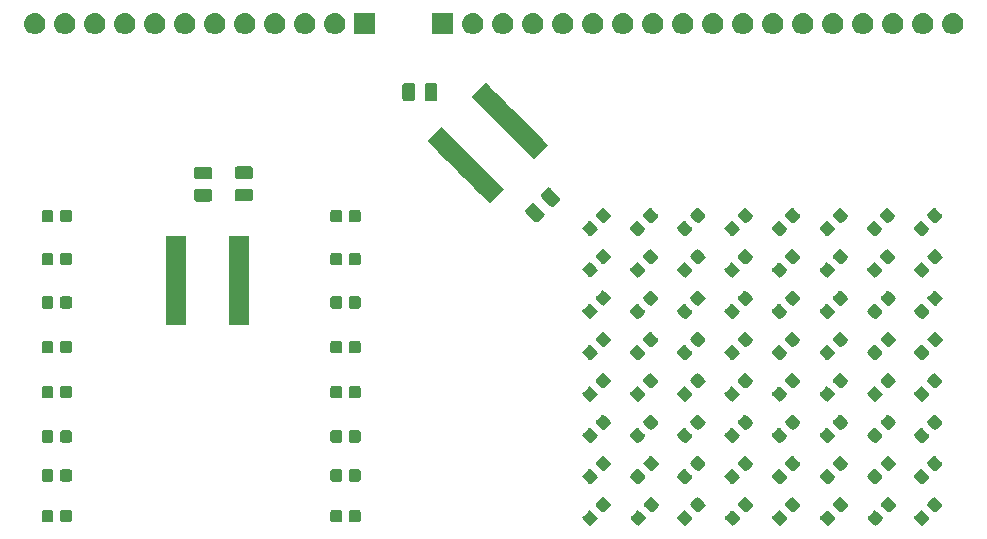
<source format=gbr>
G04 #@! TF.GenerationSoftware,KiCad,Pcbnew,5.1.2*
G04 #@! TF.CreationDate,2019-05-22T13:27:26-05:00*
G04 #@! TF.ProjectId,SM16106,534d3136-3130-4362-9e6b-696361645f70,rev?*
G04 #@! TF.SameCoordinates,Original*
G04 #@! TF.FileFunction,Soldermask,Top*
G04 #@! TF.FilePolarity,Negative*
%FSLAX46Y46*%
G04 Gerber Fmt 4.6, Leading zero omitted, Abs format (unit mm)*
G04 Created by KiCad (PCBNEW 5.1.2) date 2019-05-22 13:27:26*
%MOMM*%
%LPD*%
G04 APERTURE LIST*
%ADD10C,0.100000*%
G04 APERTURE END LIST*
D10*
G36*
X166164477Y-106818855D02*
G01*
X166198455Y-106829163D01*
X166229776Y-106845904D01*
X166261990Y-106872342D01*
X166301841Y-106912193D01*
X166301847Y-106912198D01*
X166700302Y-107310653D01*
X166700307Y-107310659D01*
X166740158Y-107350510D01*
X166766596Y-107382724D01*
X166783337Y-107414045D01*
X166793645Y-107448023D01*
X166797125Y-107483364D01*
X166793645Y-107518705D01*
X166783337Y-107552683D01*
X166766596Y-107584004D01*
X166740158Y-107616218D01*
X166700307Y-107656069D01*
X166700302Y-107656075D01*
X166354881Y-108001496D01*
X166354875Y-108001501D01*
X166315024Y-108041352D01*
X166282810Y-108067790D01*
X166251489Y-108084531D01*
X166217511Y-108094839D01*
X166182170Y-108098319D01*
X166146829Y-108094839D01*
X166112851Y-108084531D01*
X166081530Y-108067790D01*
X166049316Y-108041352D01*
X166009465Y-108001501D01*
X166009459Y-108001496D01*
X165611004Y-107603041D01*
X165610999Y-107603035D01*
X165571148Y-107563184D01*
X165544710Y-107530970D01*
X165527969Y-107499649D01*
X165517661Y-107465671D01*
X165514181Y-107430330D01*
X165517661Y-107394989D01*
X165527969Y-107361011D01*
X165544710Y-107329690D01*
X165571148Y-107297476D01*
X165610999Y-107257625D01*
X165611004Y-107257619D01*
X165956425Y-106912198D01*
X165956431Y-106912193D01*
X165996282Y-106872342D01*
X166028496Y-106845904D01*
X166059817Y-106829163D01*
X166093795Y-106818855D01*
X166129136Y-106815375D01*
X166164477Y-106818855D01*
X166164477Y-106818855D01*
G37*
G36*
X194239477Y-106818855D02*
G01*
X194273455Y-106829163D01*
X194304776Y-106845904D01*
X194336990Y-106872342D01*
X194376841Y-106912193D01*
X194376847Y-106912198D01*
X194775302Y-107310653D01*
X194775307Y-107310659D01*
X194815158Y-107350510D01*
X194841596Y-107382724D01*
X194858337Y-107414045D01*
X194868645Y-107448023D01*
X194872125Y-107483364D01*
X194868645Y-107518705D01*
X194858337Y-107552683D01*
X194841596Y-107584004D01*
X194815158Y-107616218D01*
X194775307Y-107656069D01*
X194775302Y-107656075D01*
X194429881Y-108001496D01*
X194429875Y-108001501D01*
X194390024Y-108041352D01*
X194357810Y-108067790D01*
X194326489Y-108084531D01*
X194292511Y-108094839D01*
X194257170Y-108098319D01*
X194221829Y-108094839D01*
X194187851Y-108084531D01*
X194156530Y-108067790D01*
X194124316Y-108041352D01*
X194084465Y-108001501D01*
X194084459Y-108001496D01*
X193686004Y-107603041D01*
X193685999Y-107603035D01*
X193646148Y-107563184D01*
X193619710Y-107530970D01*
X193602969Y-107499649D01*
X193592661Y-107465671D01*
X193589181Y-107430330D01*
X193592661Y-107394989D01*
X193602969Y-107361011D01*
X193619710Y-107329690D01*
X193646148Y-107297476D01*
X193685999Y-107257625D01*
X193686004Y-107257619D01*
X194031425Y-106912198D01*
X194031431Y-106912193D01*
X194071282Y-106872342D01*
X194103496Y-106845904D01*
X194134817Y-106829163D01*
X194168795Y-106818855D01*
X194204136Y-106815375D01*
X194239477Y-106818855D01*
X194239477Y-106818855D01*
G37*
G36*
X190314477Y-106818855D02*
G01*
X190348455Y-106829163D01*
X190379776Y-106845904D01*
X190411990Y-106872342D01*
X190451841Y-106912193D01*
X190451847Y-106912198D01*
X190850302Y-107310653D01*
X190850307Y-107310659D01*
X190890158Y-107350510D01*
X190916596Y-107382724D01*
X190933337Y-107414045D01*
X190943645Y-107448023D01*
X190947125Y-107483364D01*
X190943645Y-107518705D01*
X190933337Y-107552683D01*
X190916596Y-107584004D01*
X190890158Y-107616218D01*
X190850307Y-107656069D01*
X190850302Y-107656075D01*
X190504881Y-108001496D01*
X190504875Y-108001501D01*
X190465024Y-108041352D01*
X190432810Y-108067790D01*
X190401489Y-108084531D01*
X190367511Y-108094839D01*
X190332170Y-108098319D01*
X190296829Y-108094839D01*
X190262851Y-108084531D01*
X190231530Y-108067790D01*
X190199316Y-108041352D01*
X190159465Y-108001501D01*
X190159459Y-108001496D01*
X189761004Y-107603041D01*
X189760999Y-107603035D01*
X189721148Y-107563184D01*
X189694710Y-107530970D01*
X189677969Y-107499649D01*
X189667661Y-107465671D01*
X189664181Y-107430330D01*
X189667661Y-107394989D01*
X189677969Y-107361011D01*
X189694710Y-107329690D01*
X189721148Y-107297476D01*
X189760999Y-107257625D01*
X189761004Y-107257619D01*
X190106425Y-106912198D01*
X190106431Y-106912193D01*
X190146282Y-106872342D01*
X190178496Y-106845904D01*
X190209817Y-106829163D01*
X190243795Y-106818855D01*
X190279136Y-106815375D01*
X190314477Y-106818855D01*
X190314477Y-106818855D01*
G37*
G36*
X186264477Y-106818855D02*
G01*
X186298455Y-106829163D01*
X186329776Y-106845904D01*
X186361990Y-106872342D01*
X186401841Y-106912193D01*
X186401847Y-106912198D01*
X186800302Y-107310653D01*
X186800307Y-107310659D01*
X186840158Y-107350510D01*
X186866596Y-107382724D01*
X186883337Y-107414045D01*
X186893645Y-107448023D01*
X186897125Y-107483364D01*
X186893645Y-107518705D01*
X186883337Y-107552683D01*
X186866596Y-107584004D01*
X186840158Y-107616218D01*
X186800307Y-107656069D01*
X186800302Y-107656075D01*
X186454881Y-108001496D01*
X186454875Y-108001501D01*
X186415024Y-108041352D01*
X186382810Y-108067790D01*
X186351489Y-108084531D01*
X186317511Y-108094839D01*
X186282170Y-108098319D01*
X186246829Y-108094839D01*
X186212851Y-108084531D01*
X186181530Y-108067790D01*
X186149316Y-108041352D01*
X186109465Y-108001501D01*
X186109459Y-108001496D01*
X185711004Y-107603041D01*
X185710999Y-107603035D01*
X185671148Y-107563184D01*
X185644710Y-107530970D01*
X185627969Y-107499649D01*
X185617661Y-107465671D01*
X185614181Y-107430330D01*
X185617661Y-107394989D01*
X185627969Y-107361011D01*
X185644710Y-107329690D01*
X185671148Y-107297476D01*
X185710999Y-107257625D01*
X185711004Y-107257619D01*
X186056425Y-106912198D01*
X186056431Y-106912193D01*
X186096282Y-106872342D01*
X186128496Y-106845904D01*
X186159817Y-106829163D01*
X186193795Y-106818855D01*
X186229136Y-106815375D01*
X186264477Y-106818855D01*
X186264477Y-106818855D01*
G37*
G36*
X178214477Y-106818855D02*
G01*
X178248455Y-106829163D01*
X178279776Y-106845904D01*
X178311990Y-106872342D01*
X178351841Y-106912193D01*
X178351847Y-106912198D01*
X178750302Y-107310653D01*
X178750307Y-107310659D01*
X178790158Y-107350510D01*
X178816596Y-107382724D01*
X178833337Y-107414045D01*
X178843645Y-107448023D01*
X178847125Y-107483364D01*
X178843645Y-107518705D01*
X178833337Y-107552683D01*
X178816596Y-107584004D01*
X178790158Y-107616218D01*
X178750307Y-107656069D01*
X178750302Y-107656075D01*
X178404881Y-108001496D01*
X178404875Y-108001501D01*
X178365024Y-108041352D01*
X178332810Y-108067790D01*
X178301489Y-108084531D01*
X178267511Y-108094839D01*
X178232170Y-108098319D01*
X178196829Y-108094839D01*
X178162851Y-108084531D01*
X178131530Y-108067790D01*
X178099316Y-108041352D01*
X178059465Y-108001501D01*
X178059459Y-108001496D01*
X177661004Y-107603041D01*
X177660999Y-107603035D01*
X177621148Y-107563184D01*
X177594710Y-107530970D01*
X177577969Y-107499649D01*
X177567661Y-107465671D01*
X177564181Y-107430330D01*
X177567661Y-107394989D01*
X177577969Y-107361011D01*
X177594710Y-107329690D01*
X177621148Y-107297476D01*
X177660999Y-107257625D01*
X177661004Y-107257619D01*
X178006425Y-106912198D01*
X178006431Y-106912193D01*
X178046282Y-106872342D01*
X178078496Y-106845904D01*
X178109817Y-106829163D01*
X178143795Y-106818855D01*
X178179136Y-106815375D01*
X178214477Y-106818855D01*
X178214477Y-106818855D01*
G37*
G36*
X174189477Y-106818855D02*
G01*
X174223455Y-106829163D01*
X174254776Y-106845904D01*
X174286990Y-106872342D01*
X174326841Y-106912193D01*
X174326847Y-106912198D01*
X174725302Y-107310653D01*
X174725307Y-107310659D01*
X174765158Y-107350510D01*
X174791596Y-107382724D01*
X174808337Y-107414045D01*
X174818645Y-107448023D01*
X174822125Y-107483364D01*
X174818645Y-107518705D01*
X174808337Y-107552683D01*
X174791596Y-107584004D01*
X174765158Y-107616218D01*
X174725307Y-107656069D01*
X174725302Y-107656075D01*
X174379881Y-108001496D01*
X174379875Y-108001501D01*
X174340024Y-108041352D01*
X174307810Y-108067790D01*
X174276489Y-108084531D01*
X174242511Y-108094839D01*
X174207170Y-108098319D01*
X174171829Y-108094839D01*
X174137851Y-108084531D01*
X174106530Y-108067790D01*
X174074316Y-108041352D01*
X174034465Y-108001501D01*
X174034459Y-108001496D01*
X173636004Y-107603041D01*
X173635999Y-107603035D01*
X173596148Y-107563184D01*
X173569710Y-107530970D01*
X173552969Y-107499649D01*
X173542661Y-107465671D01*
X173539181Y-107430330D01*
X173542661Y-107394989D01*
X173552969Y-107361011D01*
X173569710Y-107329690D01*
X173596148Y-107297476D01*
X173635999Y-107257625D01*
X173636004Y-107257619D01*
X173981425Y-106912198D01*
X173981431Y-106912193D01*
X174021282Y-106872342D01*
X174053496Y-106845904D01*
X174084817Y-106829163D01*
X174118795Y-106818855D01*
X174154136Y-106815375D01*
X174189477Y-106818855D01*
X174189477Y-106818855D01*
G37*
G36*
X182214477Y-106818855D02*
G01*
X182248455Y-106829163D01*
X182279776Y-106845904D01*
X182311990Y-106872342D01*
X182351841Y-106912193D01*
X182351847Y-106912198D01*
X182750302Y-107310653D01*
X182750307Y-107310659D01*
X182790158Y-107350510D01*
X182816596Y-107382724D01*
X182833337Y-107414045D01*
X182843645Y-107448023D01*
X182847125Y-107483364D01*
X182843645Y-107518705D01*
X182833337Y-107552683D01*
X182816596Y-107584004D01*
X182790158Y-107616218D01*
X182750307Y-107656069D01*
X182750302Y-107656075D01*
X182404881Y-108001496D01*
X182404875Y-108001501D01*
X182365024Y-108041352D01*
X182332810Y-108067790D01*
X182301489Y-108084531D01*
X182267511Y-108094839D01*
X182232170Y-108098319D01*
X182196829Y-108094839D01*
X182162851Y-108084531D01*
X182131530Y-108067790D01*
X182099316Y-108041352D01*
X182059465Y-108001501D01*
X182059459Y-108001496D01*
X181661004Y-107603041D01*
X181660999Y-107603035D01*
X181621148Y-107563184D01*
X181594710Y-107530970D01*
X181577969Y-107499649D01*
X181567661Y-107465671D01*
X181564181Y-107430330D01*
X181567661Y-107394989D01*
X181577969Y-107361011D01*
X181594710Y-107329690D01*
X181621148Y-107297476D01*
X181660999Y-107257625D01*
X181661004Y-107257619D01*
X182006425Y-106912198D01*
X182006431Y-106912193D01*
X182046282Y-106872342D01*
X182078496Y-106845904D01*
X182109817Y-106829163D01*
X182143795Y-106818855D01*
X182179136Y-106815375D01*
X182214477Y-106818855D01*
X182214477Y-106818855D01*
G37*
G36*
X170239477Y-106818855D02*
G01*
X170273455Y-106829163D01*
X170304776Y-106845904D01*
X170336990Y-106872342D01*
X170376841Y-106912193D01*
X170376847Y-106912198D01*
X170775302Y-107310653D01*
X170775307Y-107310659D01*
X170815158Y-107350510D01*
X170841596Y-107382724D01*
X170858337Y-107414045D01*
X170868645Y-107448023D01*
X170872125Y-107483364D01*
X170868645Y-107518705D01*
X170858337Y-107552683D01*
X170841596Y-107584004D01*
X170815158Y-107616218D01*
X170775307Y-107656069D01*
X170775302Y-107656075D01*
X170429881Y-108001496D01*
X170429875Y-108001501D01*
X170390024Y-108041352D01*
X170357810Y-108067790D01*
X170326489Y-108084531D01*
X170292511Y-108094839D01*
X170257170Y-108098319D01*
X170221829Y-108094839D01*
X170187851Y-108084531D01*
X170156530Y-108067790D01*
X170124316Y-108041352D01*
X170084465Y-108001501D01*
X170084459Y-108001496D01*
X169686004Y-107603041D01*
X169685999Y-107603035D01*
X169646148Y-107563184D01*
X169619710Y-107530970D01*
X169602969Y-107499649D01*
X169592661Y-107465671D01*
X169589181Y-107430330D01*
X169592661Y-107394989D01*
X169602969Y-107361011D01*
X169619710Y-107329690D01*
X169646148Y-107297476D01*
X169685999Y-107257625D01*
X169686004Y-107257619D01*
X170031425Y-106912198D01*
X170031431Y-106912193D01*
X170071282Y-106872342D01*
X170103496Y-106845904D01*
X170134817Y-106829163D01*
X170168795Y-106818855D01*
X170204136Y-106815375D01*
X170239477Y-106818855D01*
X170239477Y-106818855D01*
G37*
G36*
X122129591Y-106778085D02*
G01*
X122163569Y-106788393D01*
X122194890Y-106805134D01*
X122222339Y-106827661D01*
X122244866Y-106855110D01*
X122261607Y-106886431D01*
X122271915Y-106920409D01*
X122276000Y-106961890D01*
X122276000Y-107638110D01*
X122271915Y-107679591D01*
X122261607Y-107713569D01*
X122244866Y-107744890D01*
X122222339Y-107772339D01*
X122194890Y-107794866D01*
X122163569Y-107811607D01*
X122129591Y-107821915D01*
X122088110Y-107826000D01*
X121486890Y-107826000D01*
X121445409Y-107821915D01*
X121411431Y-107811607D01*
X121380110Y-107794866D01*
X121352661Y-107772339D01*
X121330134Y-107744890D01*
X121313393Y-107713569D01*
X121303085Y-107679591D01*
X121299000Y-107638110D01*
X121299000Y-106961890D01*
X121303085Y-106920409D01*
X121313393Y-106886431D01*
X121330134Y-106855110D01*
X121352661Y-106827661D01*
X121380110Y-106805134D01*
X121411431Y-106788393D01*
X121445409Y-106778085D01*
X121486890Y-106774000D01*
X122088110Y-106774000D01*
X122129591Y-106778085D01*
X122129591Y-106778085D01*
G37*
G36*
X120554591Y-106778085D02*
G01*
X120588569Y-106788393D01*
X120619890Y-106805134D01*
X120647339Y-106827661D01*
X120669866Y-106855110D01*
X120686607Y-106886431D01*
X120696915Y-106920409D01*
X120701000Y-106961890D01*
X120701000Y-107638110D01*
X120696915Y-107679591D01*
X120686607Y-107713569D01*
X120669866Y-107744890D01*
X120647339Y-107772339D01*
X120619890Y-107794866D01*
X120588569Y-107811607D01*
X120554591Y-107821915D01*
X120513110Y-107826000D01*
X119911890Y-107826000D01*
X119870409Y-107821915D01*
X119836431Y-107811607D01*
X119805110Y-107794866D01*
X119777661Y-107772339D01*
X119755134Y-107744890D01*
X119738393Y-107713569D01*
X119728085Y-107679591D01*
X119724000Y-107638110D01*
X119724000Y-106961890D01*
X119728085Y-106920409D01*
X119738393Y-106886431D01*
X119755134Y-106855110D01*
X119777661Y-106827661D01*
X119805110Y-106805134D01*
X119836431Y-106788393D01*
X119870409Y-106778085D01*
X119911890Y-106774000D01*
X120513110Y-106774000D01*
X120554591Y-106778085D01*
X120554591Y-106778085D01*
G37*
G36*
X146579591Y-106778085D02*
G01*
X146613569Y-106788393D01*
X146644890Y-106805134D01*
X146672339Y-106827661D01*
X146694866Y-106855110D01*
X146711607Y-106886431D01*
X146721915Y-106920409D01*
X146726000Y-106961890D01*
X146726000Y-107638110D01*
X146721915Y-107679591D01*
X146711607Y-107713569D01*
X146694866Y-107744890D01*
X146672339Y-107772339D01*
X146644890Y-107794866D01*
X146613569Y-107811607D01*
X146579591Y-107821915D01*
X146538110Y-107826000D01*
X145936890Y-107826000D01*
X145895409Y-107821915D01*
X145861431Y-107811607D01*
X145830110Y-107794866D01*
X145802661Y-107772339D01*
X145780134Y-107744890D01*
X145763393Y-107713569D01*
X145753085Y-107679591D01*
X145749000Y-107638110D01*
X145749000Y-106961890D01*
X145753085Y-106920409D01*
X145763393Y-106886431D01*
X145780134Y-106855110D01*
X145802661Y-106827661D01*
X145830110Y-106805134D01*
X145861431Y-106788393D01*
X145895409Y-106778085D01*
X145936890Y-106774000D01*
X146538110Y-106774000D01*
X146579591Y-106778085D01*
X146579591Y-106778085D01*
G37*
G36*
X145004591Y-106778085D02*
G01*
X145038569Y-106788393D01*
X145069890Y-106805134D01*
X145097339Y-106827661D01*
X145119866Y-106855110D01*
X145136607Y-106886431D01*
X145146915Y-106920409D01*
X145151000Y-106961890D01*
X145151000Y-107638110D01*
X145146915Y-107679591D01*
X145136607Y-107713569D01*
X145119866Y-107744890D01*
X145097339Y-107772339D01*
X145069890Y-107794866D01*
X145038569Y-107811607D01*
X145004591Y-107821915D01*
X144963110Y-107826000D01*
X144361890Y-107826000D01*
X144320409Y-107821915D01*
X144286431Y-107811607D01*
X144255110Y-107794866D01*
X144227661Y-107772339D01*
X144205134Y-107744890D01*
X144188393Y-107713569D01*
X144178085Y-107679591D01*
X144174000Y-107638110D01*
X144174000Y-106961890D01*
X144178085Y-106920409D01*
X144188393Y-106886431D01*
X144205134Y-106855110D01*
X144227661Y-106827661D01*
X144255110Y-106805134D01*
X144286431Y-106788393D01*
X144320409Y-106778085D01*
X144361890Y-106774000D01*
X144963110Y-106774000D01*
X145004591Y-106778085D01*
X145004591Y-106778085D01*
G37*
G36*
X179328171Y-105705161D02*
G01*
X179362149Y-105715469D01*
X179393470Y-105732210D01*
X179425684Y-105758648D01*
X179465535Y-105798499D01*
X179465541Y-105798504D01*
X179863996Y-106196959D01*
X179864001Y-106196965D01*
X179903852Y-106236816D01*
X179930290Y-106269030D01*
X179947031Y-106300351D01*
X179957339Y-106334329D01*
X179960819Y-106369670D01*
X179957339Y-106405011D01*
X179947031Y-106438989D01*
X179930290Y-106470310D01*
X179903852Y-106502524D01*
X179864001Y-106542375D01*
X179863996Y-106542381D01*
X179518575Y-106887802D01*
X179518569Y-106887807D01*
X179478718Y-106927658D01*
X179446504Y-106954096D01*
X179415183Y-106970837D01*
X179381205Y-106981145D01*
X179345864Y-106984625D01*
X179310523Y-106981145D01*
X179276545Y-106970837D01*
X179245224Y-106954096D01*
X179213010Y-106927658D01*
X179173159Y-106887807D01*
X179173153Y-106887802D01*
X178774698Y-106489347D01*
X178774693Y-106489341D01*
X178734842Y-106449490D01*
X178708404Y-106417276D01*
X178691663Y-106385955D01*
X178681355Y-106351977D01*
X178677875Y-106316636D01*
X178681355Y-106281295D01*
X178691663Y-106247317D01*
X178708404Y-106215996D01*
X178734842Y-106183782D01*
X178774693Y-106143931D01*
X178774698Y-106143925D01*
X179120119Y-105798504D01*
X179120125Y-105798499D01*
X179159976Y-105758648D01*
X179192190Y-105732210D01*
X179223511Y-105715469D01*
X179257489Y-105705161D01*
X179292830Y-105701681D01*
X179328171Y-105705161D01*
X179328171Y-105705161D01*
G37*
G36*
X195353171Y-105705161D02*
G01*
X195387149Y-105715469D01*
X195418470Y-105732210D01*
X195450684Y-105758648D01*
X195490535Y-105798499D01*
X195490541Y-105798504D01*
X195888996Y-106196959D01*
X195889001Y-106196965D01*
X195928852Y-106236816D01*
X195955290Y-106269030D01*
X195972031Y-106300351D01*
X195982339Y-106334329D01*
X195985819Y-106369670D01*
X195982339Y-106405011D01*
X195972031Y-106438989D01*
X195955290Y-106470310D01*
X195928852Y-106502524D01*
X195889001Y-106542375D01*
X195888996Y-106542381D01*
X195543575Y-106887802D01*
X195543569Y-106887807D01*
X195503718Y-106927658D01*
X195471504Y-106954096D01*
X195440183Y-106970837D01*
X195406205Y-106981145D01*
X195370864Y-106984625D01*
X195335523Y-106981145D01*
X195301545Y-106970837D01*
X195270224Y-106954096D01*
X195238010Y-106927658D01*
X195198159Y-106887807D01*
X195198153Y-106887802D01*
X194799698Y-106489347D01*
X194799693Y-106489341D01*
X194759842Y-106449490D01*
X194733404Y-106417276D01*
X194716663Y-106385955D01*
X194706355Y-106351977D01*
X194702875Y-106316636D01*
X194706355Y-106281295D01*
X194716663Y-106247317D01*
X194733404Y-106215996D01*
X194759842Y-106183782D01*
X194799693Y-106143931D01*
X194799698Y-106143925D01*
X195145119Y-105798504D01*
X195145125Y-105798499D01*
X195184976Y-105758648D01*
X195217190Y-105732210D01*
X195248511Y-105715469D01*
X195282489Y-105705161D01*
X195317830Y-105701681D01*
X195353171Y-105705161D01*
X195353171Y-105705161D01*
G37*
G36*
X191428171Y-105705161D02*
G01*
X191462149Y-105715469D01*
X191493470Y-105732210D01*
X191525684Y-105758648D01*
X191565535Y-105798499D01*
X191565541Y-105798504D01*
X191963996Y-106196959D01*
X191964001Y-106196965D01*
X192003852Y-106236816D01*
X192030290Y-106269030D01*
X192047031Y-106300351D01*
X192057339Y-106334329D01*
X192060819Y-106369670D01*
X192057339Y-106405011D01*
X192047031Y-106438989D01*
X192030290Y-106470310D01*
X192003852Y-106502524D01*
X191964001Y-106542375D01*
X191963996Y-106542381D01*
X191618575Y-106887802D01*
X191618569Y-106887807D01*
X191578718Y-106927658D01*
X191546504Y-106954096D01*
X191515183Y-106970837D01*
X191481205Y-106981145D01*
X191445864Y-106984625D01*
X191410523Y-106981145D01*
X191376545Y-106970837D01*
X191345224Y-106954096D01*
X191313010Y-106927658D01*
X191273159Y-106887807D01*
X191273153Y-106887802D01*
X190874698Y-106489347D01*
X190874693Y-106489341D01*
X190834842Y-106449490D01*
X190808404Y-106417276D01*
X190791663Y-106385955D01*
X190781355Y-106351977D01*
X190777875Y-106316636D01*
X190781355Y-106281295D01*
X190791663Y-106247317D01*
X190808404Y-106215996D01*
X190834842Y-106183782D01*
X190874693Y-106143931D01*
X190874698Y-106143925D01*
X191220119Y-105798504D01*
X191220125Y-105798499D01*
X191259976Y-105758648D01*
X191292190Y-105732210D01*
X191323511Y-105715469D01*
X191357489Y-105705161D01*
X191392830Y-105701681D01*
X191428171Y-105705161D01*
X191428171Y-105705161D01*
G37*
G36*
X187378171Y-105705161D02*
G01*
X187412149Y-105715469D01*
X187443470Y-105732210D01*
X187475684Y-105758648D01*
X187515535Y-105798499D01*
X187515541Y-105798504D01*
X187913996Y-106196959D01*
X187914001Y-106196965D01*
X187953852Y-106236816D01*
X187980290Y-106269030D01*
X187997031Y-106300351D01*
X188007339Y-106334329D01*
X188010819Y-106369670D01*
X188007339Y-106405011D01*
X187997031Y-106438989D01*
X187980290Y-106470310D01*
X187953852Y-106502524D01*
X187914001Y-106542375D01*
X187913996Y-106542381D01*
X187568575Y-106887802D01*
X187568569Y-106887807D01*
X187528718Y-106927658D01*
X187496504Y-106954096D01*
X187465183Y-106970837D01*
X187431205Y-106981145D01*
X187395864Y-106984625D01*
X187360523Y-106981145D01*
X187326545Y-106970837D01*
X187295224Y-106954096D01*
X187263010Y-106927658D01*
X187223159Y-106887807D01*
X187223153Y-106887802D01*
X186824698Y-106489347D01*
X186824693Y-106489341D01*
X186784842Y-106449490D01*
X186758404Y-106417276D01*
X186741663Y-106385955D01*
X186731355Y-106351977D01*
X186727875Y-106316636D01*
X186731355Y-106281295D01*
X186741663Y-106247317D01*
X186758404Y-106215996D01*
X186784842Y-106183782D01*
X186824693Y-106143931D01*
X186824698Y-106143925D01*
X187170119Y-105798504D01*
X187170125Y-105798499D01*
X187209976Y-105758648D01*
X187242190Y-105732210D01*
X187273511Y-105715469D01*
X187307489Y-105705161D01*
X187342830Y-105701681D01*
X187378171Y-105705161D01*
X187378171Y-105705161D01*
G37*
G36*
X183328171Y-105705161D02*
G01*
X183362149Y-105715469D01*
X183393470Y-105732210D01*
X183425684Y-105758648D01*
X183465535Y-105798499D01*
X183465541Y-105798504D01*
X183863996Y-106196959D01*
X183864001Y-106196965D01*
X183903852Y-106236816D01*
X183930290Y-106269030D01*
X183947031Y-106300351D01*
X183957339Y-106334329D01*
X183960819Y-106369670D01*
X183957339Y-106405011D01*
X183947031Y-106438989D01*
X183930290Y-106470310D01*
X183903852Y-106502524D01*
X183864001Y-106542375D01*
X183863996Y-106542381D01*
X183518575Y-106887802D01*
X183518569Y-106887807D01*
X183478718Y-106927658D01*
X183446504Y-106954096D01*
X183415183Y-106970837D01*
X183381205Y-106981145D01*
X183345864Y-106984625D01*
X183310523Y-106981145D01*
X183276545Y-106970837D01*
X183245224Y-106954096D01*
X183213010Y-106927658D01*
X183173159Y-106887807D01*
X183173153Y-106887802D01*
X182774698Y-106489347D01*
X182774693Y-106489341D01*
X182734842Y-106449490D01*
X182708404Y-106417276D01*
X182691663Y-106385955D01*
X182681355Y-106351977D01*
X182677875Y-106316636D01*
X182681355Y-106281295D01*
X182691663Y-106247317D01*
X182708404Y-106215996D01*
X182734842Y-106183782D01*
X182774693Y-106143931D01*
X182774698Y-106143925D01*
X183120119Y-105798504D01*
X183120125Y-105798499D01*
X183159976Y-105758648D01*
X183192190Y-105732210D01*
X183223511Y-105715469D01*
X183257489Y-105705161D01*
X183292830Y-105701681D01*
X183328171Y-105705161D01*
X183328171Y-105705161D01*
G37*
G36*
X171353171Y-105705161D02*
G01*
X171387149Y-105715469D01*
X171418470Y-105732210D01*
X171450684Y-105758648D01*
X171490535Y-105798499D01*
X171490541Y-105798504D01*
X171888996Y-106196959D01*
X171889001Y-106196965D01*
X171928852Y-106236816D01*
X171955290Y-106269030D01*
X171972031Y-106300351D01*
X171982339Y-106334329D01*
X171985819Y-106369670D01*
X171982339Y-106405011D01*
X171972031Y-106438989D01*
X171955290Y-106470310D01*
X171928852Y-106502524D01*
X171889001Y-106542375D01*
X171888996Y-106542381D01*
X171543575Y-106887802D01*
X171543569Y-106887807D01*
X171503718Y-106927658D01*
X171471504Y-106954096D01*
X171440183Y-106970837D01*
X171406205Y-106981145D01*
X171370864Y-106984625D01*
X171335523Y-106981145D01*
X171301545Y-106970837D01*
X171270224Y-106954096D01*
X171238010Y-106927658D01*
X171198159Y-106887807D01*
X171198153Y-106887802D01*
X170799698Y-106489347D01*
X170799693Y-106489341D01*
X170759842Y-106449490D01*
X170733404Y-106417276D01*
X170716663Y-106385955D01*
X170706355Y-106351977D01*
X170702875Y-106316636D01*
X170706355Y-106281295D01*
X170716663Y-106247317D01*
X170733404Y-106215996D01*
X170759842Y-106183782D01*
X170799693Y-106143931D01*
X170799698Y-106143925D01*
X171145119Y-105798504D01*
X171145125Y-105798499D01*
X171184976Y-105758648D01*
X171217190Y-105732210D01*
X171248511Y-105715469D01*
X171282489Y-105705161D01*
X171317830Y-105701681D01*
X171353171Y-105705161D01*
X171353171Y-105705161D01*
G37*
G36*
X167278171Y-105705161D02*
G01*
X167312149Y-105715469D01*
X167343470Y-105732210D01*
X167375684Y-105758648D01*
X167415535Y-105798499D01*
X167415541Y-105798504D01*
X167813996Y-106196959D01*
X167814001Y-106196965D01*
X167853852Y-106236816D01*
X167880290Y-106269030D01*
X167897031Y-106300351D01*
X167907339Y-106334329D01*
X167910819Y-106369670D01*
X167907339Y-106405011D01*
X167897031Y-106438989D01*
X167880290Y-106470310D01*
X167853852Y-106502524D01*
X167814001Y-106542375D01*
X167813996Y-106542381D01*
X167468575Y-106887802D01*
X167468569Y-106887807D01*
X167428718Y-106927658D01*
X167396504Y-106954096D01*
X167365183Y-106970837D01*
X167331205Y-106981145D01*
X167295864Y-106984625D01*
X167260523Y-106981145D01*
X167226545Y-106970837D01*
X167195224Y-106954096D01*
X167163010Y-106927658D01*
X167123159Y-106887807D01*
X167123153Y-106887802D01*
X166724698Y-106489347D01*
X166724693Y-106489341D01*
X166684842Y-106449490D01*
X166658404Y-106417276D01*
X166641663Y-106385955D01*
X166631355Y-106351977D01*
X166627875Y-106316636D01*
X166631355Y-106281295D01*
X166641663Y-106247317D01*
X166658404Y-106215996D01*
X166684842Y-106183782D01*
X166724693Y-106143931D01*
X166724698Y-106143925D01*
X167070119Y-105798504D01*
X167070125Y-105798499D01*
X167109976Y-105758648D01*
X167142190Y-105732210D01*
X167173511Y-105715469D01*
X167207489Y-105705161D01*
X167242830Y-105701681D01*
X167278171Y-105705161D01*
X167278171Y-105705161D01*
G37*
G36*
X175303171Y-105705161D02*
G01*
X175337149Y-105715469D01*
X175368470Y-105732210D01*
X175400684Y-105758648D01*
X175440535Y-105798499D01*
X175440541Y-105798504D01*
X175838996Y-106196959D01*
X175839001Y-106196965D01*
X175878852Y-106236816D01*
X175905290Y-106269030D01*
X175922031Y-106300351D01*
X175932339Y-106334329D01*
X175935819Y-106369670D01*
X175932339Y-106405011D01*
X175922031Y-106438989D01*
X175905290Y-106470310D01*
X175878852Y-106502524D01*
X175839001Y-106542375D01*
X175838996Y-106542381D01*
X175493575Y-106887802D01*
X175493569Y-106887807D01*
X175453718Y-106927658D01*
X175421504Y-106954096D01*
X175390183Y-106970837D01*
X175356205Y-106981145D01*
X175320864Y-106984625D01*
X175285523Y-106981145D01*
X175251545Y-106970837D01*
X175220224Y-106954096D01*
X175188010Y-106927658D01*
X175148159Y-106887807D01*
X175148153Y-106887802D01*
X174749698Y-106489347D01*
X174749693Y-106489341D01*
X174709842Y-106449490D01*
X174683404Y-106417276D01*
X174666663Y-106385955D01*
X174656355Y-106351977D01*
X174652875Y-106316636D01*
X174656355Y-106281295D01*
X174666663Y-106247317D01*
X174683404Y-106215996D01*
X174709842Y-106183782D01*
X174749693Y-106143931D01*
X174749698Y-106143925D01*
X175095119Y-105798504D01*
X175095125Y-105798499D01*
X175134976Y-105758648D01*
X175167190Y-105732210D01*
X175198511Y-105715469D01*
X175232489Y-105705161D01*
X175267830Y-105701681D01*
X175303171Y-105705161D01*
X175303171Y-105705161D01*
G37*
G36*
X166164477Y-103318855D02*
G01*
X166198455Y-103329163D01*
X166229776Y-103345904D01*
X166261990Y-103372342D01*
X166301841Y-103412193D01*
X166301847Y-103412198D01*
X166700302Y-103810653D01*
X166700307Y-103810659D01*
X166740158Y-103850510D01*
X166766596Y-103882724D01*
X166783337Y-103914045D01*
X166793645Y-103948023D01*
X166797125Y-103983364D01*
X166793645Y-104018705D01*
X166783337Y-104052683D01*
X166766596Y-104084004D01*
X166740158Y-104116218D01*
X166700307Y-104156069D01*
X166700302Y-104156075D01*
X166354881Y-104501496D01*
X166354875Y-104501501D01*
X166315024Y-104541352D01*
X166282810Y-104567790D01*
X166251489Y-104584531D01*
X166217511Y-104594839D01*
X166182170Y-104598319D01*
X166146829Y-104594839D01*
X166112851Y-104584531D01*
X166081530Y-104567790D01*
X166049316Y-104541352D01*
X166009465Y-104501501D01*
X166009459Y-104501496D01*
X165611004Y-104103041D01*
X165610999Y-104103035D01*
X165571148Y-104063184D01*
X165544710Y-104030970D01*
X165527969Y-103999649D01*
X165517661Y-103965671D01*
X165514181Y-103930330D01*
X165517661Y-103894989D01*
X165527969Y-103861011D01*
X165544710Y-103829690D01*
X165571148Y-103797476D01*
X165610999Y-103757625D01*
X165611004Y-103757619D01*
X165956425Y-103412198D01*
X165956431Y-103412193D01*
X165996282Y-103372342D01*
X166028496Y-103345904D01*
X166059817Y-103329163D01*
X166093795Y-103318855D01*
X166129136Y-103315375D01*
X166164477Y-103318855D01*
X166164477Y-103318855D01*
G37*
G36*
X170214477Y-103318855D02*
G01*
X170248455Y-103329163D01*
X170279776Y-103345904D01*
X170311990Y-103372342D01*
X170351841Y-103412193D01*
X170351847Y-103412198D01*
X170750302Y-103810653D01*
X170750307Y-103810659D01*
X170790158Y-103850510D01*
X170816596Y-103882724D01*
X170833337Y-103914045D01*
X170843645Y-103948023D01*
X170847125Y-103983364D01*
X170843645Y-104018705D01*
X170833337Y-104052683D01*
X170816596Y-104084004D01*
X170790158Y-104116218D01*
X170750307Y-104156069D01*
X170750302Y-104156075D01*
X170404881Y-104501496D01*
X170404875Y-104501501D01*
X170365024Y-104541352D01*
X170332810Y-104567790D01*
X170301489Y-104584531D01*
X170267511Y-104594839D01*
X170232170Y-104598319D01*
X170196829Y-104594839D01*
X170162851Y-104584531D01*
X170131530Y-104567790D01*
X170099316Y-104541352D01*
X170059465Y-104501501D01*
X170059459Y-104501496D01*
X169661004Y-104103041D01*
X169660999Y-104103035D01*
X169621148Y-104063184D01*
X169594710Y-104030970D01*
X169577969Y-103999649D01*
X169567661Y-103965671D01*
X169564181Y-103930330D01*
X169567661Y-103894989D01*
X169577969Y-103861011D01*
X169594710Y-103829690D01*
X169621148Y-103797476D01*
X169660999Y-103757625D01*
X169661004Y-103757619D01*
X170006425Y-103412198D01*
X170006431Y-103412193D01*
X170046282Y-103372342D01*
X170078496Y-103345904D01*
X170109817Y-103329163D01*
X170143795Y-103318855D01*
X170179136Y-103315375D01*
X170214477Y-103318855D01*
X170214477Y-103318855D01*
G37*
G36*
X174189477Y-103318855D02*
G01*
X174223455Y-103329163D01*
X174254776Y-103345904D01*
X174286990Y-103372342D01*
X174326841Y-103412193D01*
X174326847Y-103412198D01*
X174725302Y-103810653D01*
X174725307Y-103810659D01*
X174765158Y-103850510D01*
X174791596Y-103882724D01*
X174808337Y-103914045D01*
X174818645Y-103948023D01*
X174822125Y-103983364D01*
X174818645Y-104018705D01*
X174808337Y-104052683D01*
X174791596Y-104084004D01*
X174765158Y-104116218D01*
X174725307Y-104156069D01*
X174725302Y-104156075D01*
X174379881Y-104501496D01*
X174379875Y-104501501D01*
X174340024Y-104541352D01*
X174307810Y-104567790D01*
X174276489Y-104584531D01*
X174242511Y-104594839D01*
X174207170Y-104598319D01*
X174171829Y-104594839D01*
X174137851Y-104584531D01*
X174106530Y-104567790D01*
X174074316Y-104541352D01*
X174034465Y-104501501D01*
X174034459Y-104501496D01*
X173636004Y-104103041D01*
X173635999Y-104103035D01*
X173596148Y-104063184D01*
X173569710Y-104030970D01*
X173552969Y-103999649D01*
X173542661Y-103965671D01*
X173539181Y-103930330D01*
X173542661Y-103894989D01*
X173552969Y-103861011D01*
X173569710Y-103829690D01*
X173596148Y-103797476D01*
X173635999Y-103757625D01*
X173636004Y-103757619D01*
X173981425Y-103412198D01*
X173981431Y-103412193D01*
X174021282Y-103372342D01*
X174053496Y-103345904D01*
X174084817Y-103329163D01*
X174118795Y-103318855D01*
X174154136Y-103315375D01*
X174189477Y-103318855D01*
X174189477Y-103318855D01*
G37*
G36*
X178189477Y-103318855D02*
G01*
X178223455Y-103329163D01*
X178254776Y-103345904D01*
X178286990Y-103372342D01*
X178326841Y-103412193D01*
X178326847Y-103412198D01*
X178725302Y-103810653D01*
X178725307Y-103810659D01*
X178765158Y-103850510D01*
X178791596Y-103882724D01*
X178808337Y-103914045D01*
X178818645Y-103948023D01*
X178822125Y-103983364D01*
X178818645Y-104018705D01*
X178808337Y-104052683D01*
X178791596Y-104084004D01*
X178765158Y-104116218D01*
X178725307Y-104156069D01*
X178725302Y-104156075D01*
X178379881Y-104501496D01*
X178379875Y-104501501D01*
X178340024Y-104541352D01*
X178307810Y-104567790D01*
X178276489Y-104584531D01*
X178242511Y-104594839D01*
X178207170Y-104598319D01*
X178171829Y-104594839D01*
X178137851Y-104584531D01*
X178106530Y-104567790D01*
X178074316Y-104541352D01*
X178034465Y-104501501D01*
X178034459Y-104501496D01*
X177636004Y-104103041D01*
X177635999Y-104103035D01*
X177596148Y-104063184D01*
X177569710Y-104030970D01*
X177552969Y-103999649D01*
X177542661Y-103965671D01*
X177539181Y-103930330D01*
X177542661Y-103894989D01*
X177552969Y-103861011D01*
X177569710Y-103829690D01*
X177596148Y-103797476D01*
X177635999Y-103757625D01*
X177636004Y-103757619D01*
X177981425Y-103412198D01*
X177981431Y-103412193D01*
X178021282Y-103372342D01*
X178053496Y-103345904D01*
X178084817Y-103329163D01*
X178118795Y-103318855D01*
X178154136Y-103315375D01*
X178189477Y-103318855D01*
X178189477Y-103318855D01*
G37*
G36*
X182214477Y-103318855D02*
G01*
X182248455Y-103329163D01*
X182279776Y-103345904D01*
X182311990Y-103372342D01*
X182351841Y-103412193D01*
X182351847Y-103412198D01*
X182750302Y-103810653D01*
X182750307Y-103810659D01*
X182790158Y-103850510D01*
X182816596Y-103882724D01*
X182833337Y-103914045D01*
X182843645Y-103948023D01*
X182847125Y-103983364D01*
X182843645Y-104018705D01*
X182833337Y-104052683D01*
X182816596Y-104084004D01*
X182790158Y-104116218D01*
X182750307Y-104156069D01*
X182750302Y-104156075D01*
X182404881Y-104501496D01*
X182404875Y-104501501D01*
X182365024Y-104541352D01*
X182332810Y-104567790D01*
X182301489Y-104584531D01*
X182267511Y-104594839D01*
X182232170Y-104598319D01*
X182196829Y-104594839D01*
X182162851Y-104584531D01*
X182131530Y-104567790D01*
X182099316Y-104541352D01*
X182059465Y-104501501D01*
X182059459Y-104501496D01*
X181661004Y-104103041D01*
X181660999Y-104103035D01*
X181621148Y-104063184D01*
X181594710Y-104030970D01*
X181577969Y-103999649D01*
X181567661Y-103965671D01*
X181564181Y-103930330D01*
X181567661Y-103894989D01*
X181577969Y-103861011D01*
X181594710Y-103829690D01*
X181621148Y-103797476D01*
X181660999Y-103757625D01*
X181661004Y-103757619D01*
X182006425Y-103412198D01*
X182006431Y-103412193D01*
X182046282Y-103372342D01*
X182078496Y-103345904D01*
X182109817Y-103329163D01*
X182143795Y-103318855D01*
X182179136Y-103315375D01*
X182214477Y-103318855D01*
X182214477Y-103318855D01*
G37*
G36*
X186251977Y-103318855D02*
G01*
X186285955Y-103329163D01*
X186317276Y-103345904D01*
X186349490Y-103372342D01*
X186389341Y-103412193D01*
X186389347Y-103412198D01*
X186787802Y-103810653D01*
X186787807Y-103810659D01*
X186827658Y-103850510D01*
X186854096Y-103882724D01*
X186870837Y-103914045D01*
X186881145Y-103948023D01*
X186884625Y-103983364D01*
X186881145Y-104018705D01*
X186870837Y-104052683D01*
X186854096Y-104084004D01*
X186827658Y-104116218D01*
X186787807Y-104156069D01*
X186787802Y-104156075D01*
X186442381Y-104501496D01*
X186442375Y-104501501D01*
X186402524Y-104541352D01*
X186370310Y-104567790D01*
X186338989Y-104584531D01*
X186305011Y-104594839D01*
X186269670Y-104598319D01*
X186234329Y-104594839D01*
X186200351Y-104584531D01*
X186169030Y-104567790D01*
X186136816Y-104541352D01*
X186096965Y-104501501D01*
X186096959Y-104501496D01*
X185698504Y-104103041D01*
X185698499Y-104103035D01*
X185658648Y-104063184D01*
X185632210Y-104030970D01*
X185615469Y-103999649D01*
X185605161Y-103965671D01*
X185601681Y-103930330D01*
X185605161Y-103894989D01*
X185615469Y-103861011D01*
X185632210Y-103829690D01*
X185658648Y-103797476D01*
X185698499Y-103757625D01*
X185698504Y-103757619D01*
X186043925Y-103412198D01*
X186043931Y-103412193D01*
X186083782Y-103372342D01*
X186115996Y-103345904D01*
X186147317Y-103329163D01*
X186181295Y-103318855D01*
X186216636Y-103315375D01*
X186251977Y-103318855D01*
X186251977Y-103318855D01*
G37*
G36*
X194239477Y-103318855D02*
G01*
X194273455Y-103329163D01*
X194304776Y-103345904D01*
X194336990Y-103372342D01*
X194376841Y-103412193D01*
X194376847Y-103412198D01*
X194775302Y-103810653D01*
X194775307Y-103810659D01*
X194815158Y-103850510D01*
X194841596Y-103882724D01*
X194858337Y-103914045D01*
X194868645Y-103948023D01*
X194872125Y-103983364D01*
X194868645Y-104018705D01*
X194858337Y-104052683D01*
X194841596Y-104084004D01*
X194815158Y-104116218D01*
X194775307Y-104156069D01*
X194775302Y-104156075D01*
X194429881Y-104501496D01*
X194429875Y-104501501D01*
X194390024Y-104541352D01*
X194357810Y-104567790D01*
X194326489Y-104584531D01*
X194292511Y-104594839D01*
X194257170Y-104598319D01*
X194221829Y-104594839D01*
X194187851Y-104584531D01*
X194156530Y-104567790D01*
X194124316Y-104541352D01*
X194084465Y-104501501D01*
X194084459Y-104501496D01*
X193686004Y-104103041D01*
X193685999Y-104103035D01*
X193646148Y-104063184D01*
X193619710Y-104030970D01*
X193602969Y-103999649D01*
X193592661Y-103965671D01*
X193589181Y-103930330D01*
X193592661Y-103894989D01*
X193602969Y-103861011D01*
X193619710Y-103829690D01*
X193646148Y-103797476D01*
X193685999Y-103757625D01*
X193686004Y-103757619D01*
X194031425Y-103412198D01*
X194031431Y-103412193D01*
X194071282Y-103372342D01*
X194103496Y-103345904D01*
X194134817Y-103329163D01*
X194168795Y-103318855D01*
X194204136Y-103315375D01*
X194239477Y-103318855D01*
X194239477Y-103318855D01*
G37*
G36*
X190289477Y-103318855D02*
G01*
X190323455Y-103329163D01*
X190354776Y-103345904D01*
X190386990Y-103372342D01*
X190426841Y-103412193D01*
X190426847Y-103412198D01*
X190825302Y-103810653D01*
X190825307Y-103810659D01*
X190865158Y-103850510D01*
X190891596Y-103882724D01*
X190908337Y-103914045D01*
X190918645Y-103948023D01*
X190922125Y-103983364D01*
X190918645Y-104018705D01*
X190908337Y-104052683D01*
X190891596Y-104084004D01*
X190865158Y-104116218D01*
X190825307Y-104156069D01*
X190825302Y-104156075D01*
X190479881Y-104501496D01*
X190479875Y-104501501D01*
X190440024Y-104541352D01*
X190407810Y-104567790D01*
X190376489Y-104584531D01*
X190342511Y-104594839D01*
X190307170Y-104598319D01*
X190271829Y-104594839D01*
X190237851Y-104584531D01*
X190206530Y-104567790D01*
X190174316Y-104541352D01*
X190134465Y-104501501D01*
X190134459Y-104501496D01*
X189736004Y-104103041D01*
X189735999Y-104103035D01*
X189696148Y-104063184D01*
X189669710Y-104030970D01*
X189652969Y-103999649D01*
X189642661Y-103965671D01*
X189639181Y-103930330D01*
X189642661Y-103894989D01*
X189652969Y-103861011D01*
X189669710Y-103829690D01*
X189696148Y-103797476D01*
X189735999Y-103757625D01*
X189736004Y-103757619D01*
X190081425Y-103412198D01*
X190081431Y-103412193D01*
X190121282Y-103372342D01*
X190153496Y-103345904D01*
X190184817Y-103329163D01*
X190218795Y-103318855D01*
X190254136Y-103315375D01*
X190289477Y-103318855D01*
X190289477Y-103318855D01*
G37*
G36*
X146579591Y-103328085D02*
G01*
X146613569Y-103338393D01*
X146644890Y-103355134D01*
X146672339Y-103377661D01*
X146694866Y-103405110D01*
X146711607Y-103436431D01*
X146721915Y-103470409D01*
X146726000Y-103511890D01*
X146726000Y-104188110D01*
X146721915Y-104229591D01*
X146711607Y-104263569D01*
X146694866Y-104294890D01*
X146672339Y-104322339D01*
X146644890Y-104344866D01*
X146613569Y-104361607D01*
X146579591Y-104371915D01*
X146538110Y-104376000D01*
X145936890Y-104376000D01*
X145895409Y-104371915D01*
X145861431Y-104361607D01*
X145830110Y-104344866D01*
X145802661Y-104322339D01*
X145780134Y-104294890D01*
X145763393Y-104263569D01*
X145753085Y-104229591D01*
X145749000Y-104188110D01*
X145749000Y-103511890D01*
X145753085Y-103470409D01*
X145763393Y-103436431D01*
X145780134Y-103405110D01*
X145802661Y-103377661D01*
X145830110Y-103355134D01*
X145861431Y-103338393D01*
X145895409Y-103328085D01*
X145936890Y-103324000D01*
X146538110Y-103324000D01*
X146579591Y-103328085D01*
X146579591Y-103328085D01*
G37*
G36*
X145004591Y-103328085D02*
G01*
X145038569Y-103338393D01*
X145069890Y-103355134D01*
X145097339Y-103377661D01*
X145119866Y-103405110D01*
X145136607Y-103436431D01*
X145146915Y-103470409D01*
X145151000Y-103511890D01*
X145151000Y-104188110D01*
X145146915Y-104229591D01*
X145136607Y-104263569D01*
X145119866Y-104294890D01*
X145097339Y-104322339D01*
X145069890Y-104344866D01*
X145038569Y-104361607D01*
X145004591Y-104371915D01*
X144963110Y-104376000D01*
X144361890Y-104376000D01*
X144320409Y-104371915D01*
X144286431Y-104361607D01*
X144255110Y-104344866D01*
X144227661Y-104322339D01*
X144205134Y-104294890D01*
X144188393Y-104263569D01*
X144178085Y-104229591D01*
X144174000Y-104188110D01*
X144174000Y-103511890D01*
X144178085Y-103470409D01*
X144188393Y-103436431D01*
X144205134Y-103405110D01*
X144227661Y-103377661D01*
X144255110Y-103355134D01*
X144286431Y-103338393D01*
X144320409Y-103328085D01*
X144361890Y-103324000D01*
X144963110Y-103324000D01*
X145004591Y-103328085D01*
X145004591Y-103328085D01*
G37*
G36*
X120554591Y-103328085D02*
G01*
X120588569Y-103338393D01*
X120619890Y-103355134D01*
X120647339Y-103377661D01*
X120669866Y-103405110D01*
X120686607Y-103436431D01*
X120696915Y-103470409D01*
X120701000Y-103511890D01*
X120701000Y-104188110D01*
X120696915Y-104229591D01*
X120686607Y-104263569D01*
X120669866Y-104294890D01*
X120647339Y-104322339D01*
X120619890Y-104344866D01*
X120588569Y-104361607D01*
X120554591Y-104371915D01*
X120513110Y-104376000D01*
X119911890Y-104376000D01*
X119870409Y-104371915D01*
X119836431Y-104361607D01*
X119805110Y-104344866D01*
X119777661Y-104322339D01*
X119755134Y-104294890D01*
X119738393Y-104263569D01*
X119728085Y-104229591D01*
X119724000Y-104188110D01*
X119724000Y-103511890D01*
X119728085Y-103470409D01*
X119738393Y-103436431D01*
X119755134Y-103405110D01*
X119777661Y-103377661D01*
X119805110Y-103355134D01*
X119836431Y-103338393D01*
X119870409Y-103328085D01*
X119911890Y-103324000D01*
X120513110Y-103324000D01*
X120554591Y-103328085D01*
X120554591Y-103328085D01*
G37*
G36*
X122129591Y-103328085D02*
G01*
X122163569Y-103338393D01*
X122194890Y-103355134D01*
X122222339Y-103377661D01*
X122244866Y-103405110D01*
X122261607Y-103436431D01*
X122271915Y-103470409D01*
X122276000Y-103511890D01*
X122276000Y-104188110D01*
X122271915Y-104229591D01*
X122261607Y-104263569D01*
X122244866Y-104294890D01*
X122222339Y-104322339D01*
X122194890Y-104344866D01*
X122163569Y-104361607D01*
X122129591Y-104371915D01*
X122088110Y-104376000D01*
X121486890Y-104376000D01*
X121445409Y-104371915D01*
X121411431Y-104361607D01*
X121380110Y-104344866D01*
X121352661Y-104322339D01*
X121330134Y-104294890D01*
X121313393Y-104263569D01*
X121303085Y-104229591D01*
X121299000Y-104188110D01*
X121299000Y-103511890D01*
X121303085Y-103470409D01*
X121313393Y-103436431D01*
X121330134Y-103405110D01*
X121352661Y-103377661D01*
X121380110Y-103355134D01*
X121411431Y-103338393D01*
X121445409Y-103328085D01*
X121486890Y-103324000D01*
X122088110Y-103324000D01*
X122129591Y-103328085D01*
X122129591Y-103328085D01*
G37*
G36*
X191403171Y-102205161D02*
G01*
X191437149Y-102215469D01*
X191468470Y-102232210D01*
X191500684Y-102258648D01*
X191540535Y-102298499D01*
X191540541Y-102298504D01*
X191938996Y-102696959D01*
X191939001Y-102696965D01*
X191978852Y-102736816D01*
X192005290Y-102769030D01*
X192022031Y-102800351D01*
X192032339Y-102834329D01*
X192035819Y-102869670D01*
X192032339Y-102905011D01*
X192022031Y-102938989D01*
X192005290Y-102970310D01*
X191978852Y-103002524D01*
X191939001Y-103042375D01*
X191938996Y-103042381D01*
X191593575Y-103387802D01*
X191593569Y-103387807D01*
X191553718Y-103427658D01*
X191521504Y-103454096D01*
X191490183Y-103470837D01*
X191456205Y-103481145D01*
X191420864Y-103484625D01*
X191385523Y-103481145D01*
X191351545Y-103470837D01*
X191320224Y-103454096D01*
X191288010Y-103427658D01*
X191248159Y-103387807D01*
X191248153Y-103387802D01*
X190849698Y-102989347D01*
X190849693Y-102989341D01*
X190809842Y-102949490D01*
X190783404Y-102917276D01*
X190766663Y-102885955D01*
X190756355Y-102851977D01*
X190752875Y-102816636D01*
X190756355Y-102781295D01*
X190766663Y-102747317D01*
X190783404Y-102715996D01*
X190809842Y-102683782D01*
X190849693Y-102643931D01*
X190849698Y-102643925D01*
X191195119Y-102298504D01*
X191195125Y-102298499D01*
X191234976Y-102258648D01*
X191267190Y-102232210D01*
X191298511Y-102215469D01*
X191332489Y-102205161D01*
X191367830Y-102201681D01*
X191403171Y-102205161D01*
X191403171Y-102205161D01*
G37*
G36*
X195353171Y-102205161D02*
G01*
X195387149Y-102215469D01*
X195418470Y-102232210D01*
X195450684Y-102258648D01*
X195490535Y-102298499D01*
X195490541Y-102298504D01*
X195888996Y-102696959D01*
X195889001Y-102696965D01*
X195928852Y-102736816D01*
X195955290Y-102769030D01*
X195972031Y-102800351D01*
X195982339Y-102834329D01*
X195985819Y-102869670D01*
X195982339Y-102905011D01*
X195972031Y-102938989D01*
X195955290Y-102970310D01*
X195928852Y-103002524D01*
X195889001Y-103042375D01*
X195888996Y-103042381D01*
X195543575Y-103387802D01*
X195543569Y-103387807D01*
X195503718Y-103427658D01*
X195471504Y-103454096D01*
X195440183Y-103470837D01*
X195406205Y-103481145D01*
X195370864Y-103484625D01*
X195335523Y-103481145D01*
X195301545Y-103470837D01*
X195270224Y-103454096D01*
X195238010Y-103427658D01*
X195198159Y-103387807D01*
X195198153Y-103387802D01*
X194799698Y-102989347D01*
X194799693Y-102989341D01*
X194759842Y-102949490D01*
X194733404Y-102917276D01*
X194716663Y-102885955D01*
X194706355Y-102851977D01*
X194702875Y-102816636D01*
X194706355Y-102781295D01*
X194716663Y-102747317D01*
X194733404Y-102715996D01*
X194759842Y-102683782D01*
X194799693Y-102643931D01*
X194799698Y-102643925D01*
X195145119Y-102298504D01*
X195145125Y-102298499D01*
X195184976Y-102258648D01*
X195217190Y-102232210D01*
X195248511Y-102215469D01*
X195282489Y-102205161D01*
X195317830Y-102201681D01*
X195353171Y-102205161D01*
X195353171Y-102205161D01*
G37*
G36*
X167278171Y-102205161D02*
G01*
X167312149Y-102215469D01*
X167343470Y-102232210D01*
X167375684Y-102258648D01*
X167415535Y-102298499D01*
X167415541Y-102298504D01*
X167813996Y-102696959D01*
X167814001Y-102696965D01*
X167853852Y-102736816D01*
X167880290Y-102769030D01*
X167897031Y-102800351D01*
X167907339Y-102834329D01*
X167910819Y-102869670D01*
X167907339Y-102905011D01*
X167897031Y-102938989D01*
X167880290Y-102970310D01*
X167853852Y-103002524D01*
X167814001Y-103042375D01*
X167813996Y-103042381D01*
X167468575Y-103387802D01*
X167468569Y-103387807D01*
X167428718Y-103427658D01*
X167396504Y-103454096D01*
X167365183Y-103470837D01*
X167331205Y-103481145D01*
X167295864Y-103484625D01*
X167260523Y-103481145D01*
X167226545Y-103470837D01*
X167195224Y-103454096D01*
X167163010Y-103427658D01*
X167123159Y-103387807D01*
X167123153Y-103387802D01*
X166724698Y-102989347D01*
X166724693Y-102989341D01*
X166684842Y-102949490D01*
X166658404Y-102917276D01*
X166641663Y-102885955D01*
X166631355Y-102851977D01*
X166627875Y-102816636D01*
X166631355Y-102781295D01*
X166641663Y-102747317D01*
X166658404Y-102715996D01*
X166684842Y-102683782D01*
X166724693Y-102643931D01*
X166724698Y-102643925D01*
X167070119Y-102298504D01*
X167070125Y-102298499D01*
X167109976Y-102258648D01*
X167142190Y-102232210D01*
X167173511Y-102215469D01*
X167207489Y-102205161D01*
X167242830Y-102201681D01*
X167278171Y-102205161D01*
X167278171Y-102205161D01*
G37*
G36*
X171328171Y-102205161D02*
G01*
X171362149Y-102215469D01*
X171393470Y-102232210D01*
X171425684Y-102258648D01*
X171465535Y-102298499D01*
X171465541Y-102298504D01*
X171863996Y-102696959D01*
X171864001Y-102696965D01*
X171903852Y-102736816D01*
X171930290Y-102769030D01*
X171947031Y-102800351D01*
X171957339Y-102834329D01*
X171960819Y-102869670D01*
X171957339Y-102905011D01*
X171947031Y-102938989D01*
X171930290Y-102970310D01*
X171903852Y-103002524D01*
X171864001Y-103042375D01*
X171863996Y-103042381D01*
X171518575Y-103387802D01*
X171518569Y-103387807D01*
X171478718Y-103427658D01*
X171446504Y-103454096D01*
X171415183Y-103470837D01*
X171381205Y-103481145D01*
X171345864Y-103484625D01*
X171310523Y-103481145D01*
X171276545Y-103470837D01*
X171245224Y-103454096D01*
X171213010Y-103427658D01*
X171173159Y-103387807D01*
X171173153Y-103387802D01*
X170774698Y-102989347D01*
X170774693Y-102989341D01*
X170734842Y-102949490D01*
X170708404Y-102917276D01*
X170691663Y-102885955D01*
X170681355Y-102851977D01*
X170677875Y-102816636D01*
X170681355Y-102781295D01*
X170691663Y-102747317D01*
X170708404Y-102715996D01*
X170734842Y-102683782D01*
X170774693Y-102643931D01*
X170774698Y-102643925D01*
X171120119Y-102298504D01*
X171120125Y-102298499D01*
X171159976Y-102258648D01*
X171192190Y-102232210D01*
X171223511Y-102215469D01*
X171257489Y-102205161D01*
X171292830Y-102201681D01*
X171328171Y-102205161D01*
X171328171Y-102205161D01*
G37*
G36*
X187365671Y-102205161D02*
G01*
X187399649Y-102215469D01*
X187430970Y-102232210D01*
X187463184Y-102258648D01*
X187503035Y-102298499D01*
X187503041Y-102298504D01*
X187901496Y-102696959D01*
X187901501Y-102696965D01*
X187941352Y-102736816D01*
X187967790Y-102769030D01*
X187984531Y-102800351D01*
X187994839Y-102834329D01*
X187998319Y-102869670D01*
X187994839Y-102905011D01*
X187984531Y-102938989D01*
X187967790Y-102970310D01*
X187941352Y-103002524D01*
X187901501Y-103042375D01*
X187901496Y-103042381D01*
X187556075Y-103387802D01*
X187556069Y-103387807D01*
X187516218Y-103427658D01*
X187484004Y-103454096D01*
X187452683Y-103470837D01*
X187418705Y-103481145D01*
X187383364Y-103484625D01*
X187348023Y-103481145D01*
X187314045Y-103470837D01*
X187282724Y-103454096D01*
X187250510Y-103427658D01*
X187210659Y-103387807D01*
X187210653Y-103387802D01*
X186812198Y-102989347D01*
X186812193Y-102989341D01*
X186772342Y-102949490D01*
X186745904Y-102917276D01*
X186729163Y-102885955D01*
X186718855Y-102851977D01*
X186715375Y-102816636D01*
X186718855Y-102781295D01*
X186729163Y-102747317D01*
X186745904Y-102715996D01*
X186772342Y-102683782D01*
X186812193Y-102643931D01*
X186812198Y-102643925D01*
X187157619Y-102298504D01*
X187157625Y-102298499D01*
X187197476Y-102258648D01*
X187229690Y-102232210D01*
X187261011Y-102215469D01*
X187294989Y-102205161D01*
X187330330Y-102201681D01*
X187365671Y-102205161D01*
X187365671Y-102205161D01*
G37*
G36*
X175303171Y-102205161D02*
G01*
X175337149Y-102215469D01*
X175368470Y-102232210D01*
X175400684Y-102258648D01*
X175440535Y-102298499D01*
X175440541Y-102298504D01*
X175838996Y-102696959D01*
X175839001Y-102696965D01*
X175878852Y-102736816D01*
X175905290Y-102769030D01*
X175922031Y-102800351D01*
X175932339Y-102834329D01*
X175935819Y-102869670D01*
X175932339Y-102905011D01*
X175922031Y-102938989D01*
X175905290Y-102970310D01*
X175878852Y-103002524D01*
X175839001Y-103042375D01*
X175838996Y-103042381D01*
X175493575Y-103387802D01*
X175493569Y-103387807D01*
X175453718Y-103427658D01*
X175421504Y-103454096D01*
X175390183Y-103470837D01*
X175356205Y-103481145D01*
X175320864Y-103484625D01*
X175285523Y-103481145D01*
X175251545Y-103470837D01*
X175220224Y-103454096D01*
X175188010Y-103427658D01*
X175148159Y-103387807D01*
X175148153Y-103387802D01*
X174749698Y-102989347D01*
X174749693Y-102989341D01*
X174709842Y-102949490D01*
X174683404Y-102917276D01*
X174666663Y-102885955D01*
X174656355Y-102851977D01*
X174652875Y-102816636D01*
X174656355Y-102781295D01*
X174666663Y-102747317D01*
X174683404Y-102715996D01*
X174709842Y-102683782D01*
X174749693Y-102643931D01*
X174749698Y-102643925D01*
X175095119Y-102298504D01*
X175095125Y-102298499D01*
X175134976Y-102258648D01*
X175167190Y-102232210D01*
X175198511Y-102215469D01*
X175232489Y-102205161D01*
X175267830Y-102201681D01*
X175303171Y-102205161D01*
X175303171Y-102205161D01*
G37*
G36*
X179303171Y-102205161D02*
G01*
X179337149Y-102215469D01*
X179368470Y-102232210D01*
X179400684Y-102258648D01*
X179440535Y-102298499D01*
X179440541Y-102298504D01*
X179838996Y-102696959D01*
X179839001Y-102696965D01*
X179878852Y-102736816D01*
X179905290Y-102769030D01*
X179922031Y-102800351D01*
X179932339Y-102834329D01*
X179935819Y-102869670D01*
X179932339Y-102905011D01*
X179922031Y-102938989D01*
X179905290Y-102970310D01*
X179878852Y-103002524D01*
X179839001Y-103042375D01*
X179838996Y-103042381D01*
X179493575Y-103387802D01*
X179493569Y-103387807D01*
X179453718Y-103427658D01*
X179421504Y-103454096D01*
X179390183Y-103470837D01*
X179356205Y-103481145D01*
X179320864Y-103484625D01*
X179285523Y-103481145D01*
X179251545Y-103470837D01*
X179220224Y-103454096D01*
X179188010Y-103427658D01*
X179148159Y-103387807D01*
X179148153Y-103387802D01*
X178749698Y-102989347D01*
X178749693Y-102989341D01*
X178709842Y-102949490D01*
X178683404Y-102917276D01*
X178666663Y-102885955D01*
X178656355Y-102851977D01*
X178652875Y-102816636D01*
X178656355Y-102781295D01*
X178666663Y-102747317D01*
X178683404Y-102715996D01*
X178709842Y-102683782D01*
X178749693Y-102643931D01*
X178749698Y-102643925D01*
X179095119Y-102298504D01*
X179095125Y-102298499D01*
X179134976Y-102258648D01*
X179167190Y-102232210D01*
X179198511Y-102215469D01*
X179232489Y-102205161D01*
X179267830Y-102201681D01*
X179303171Y-102205161D01*
X179303171Y-102205161D01*
G37*
G36*
X183328171Y-102205161D02*
G01*
X183362149Y-102215469D01*
X183393470Y-102232210D01*
X183425684Y-102258648D01*
X183465535Y-102298499D01*
X183465541Y-102298504D01*
X183863996Y-102696959D01*
X183864001Y-102696965D01*
X183903852Y-102736816D01*
X183930290Y-102769030D01*
X183947031Y-102800351D01*
X183957339Y-102834329D01*
X183960819Y-102869670D01*
X183957339Y-102905011D01*
X183947031Y-102938989D01*
X183930290Y-102970310D01*
X183903852Y-103002524D01*
X183864001Y-103042375D01*
X183863996Y-103042381D01*
X183518575Y-103387802D01*
X183518569Y-103387807D01*
X183478718Y-103427658D01*
X183446504Y-103454096D01*
X183415183Y-103470837D01*
X183381205Y-103481145D01*
X183345864Y-103484625D01*
X183310523Y-103481145D01*
X183276545Y-103470837D01*
X183245224Y-103454096D01*
X183213010Y-103427658D01*
X183173159Y-103387807D01*
X183173153Y-103387802D01*
X182774698Y-102989347D01*
X182774693Y-102989341D01*
X182734842Y-102949490D01*
X182708404Y-102917276D01*
X182691663Y-102885955D01*
X182681355Y-102851977D01*
X182677875Y-102816636D01*
X182681355Y-102781295D01*
X182691663Y-102747317D01*
X182708404Y-102715996D01*
X182734842Y-102683782D01*
X182774693Y-102643931D01*
X182774698Y-102643925D01*
X183120119Y-102298504D01*
X183120125Y-102298499D01*
X183159976Y-102258648D01*
X183192190Y-102232210D01*
X183223511Y-102215469D01*
X183257489Y-102205161D01*
X183292830Y-102201681D01*
X183328171Y-102205161D01*
X183328171Y-102205161D01*
G37*
G36*
X190289477Y-99818855D02*
G01*
X190323455Y-99829163D01*
X190354776Y-99845904D01*
X190386990Y-99872342D01*
X190426841Y-99912193D01*
X190426847Y-99912198D01*
X190825302Y-100310653D01*
X190825307Y-100310659D01*
X190865158Y-100350510D01*
X190891596Y-100382724D01*
X190908337Y-100414045D01*
X190918645Y-100448023D01*
X190922125Y-100483364D01*
X190918645Y-100518705D01*
X190908337Y-100552683D01*
X190891596Y-100584004D01*
X190865158Y-100616218D01*
X190825307Y-100656069D01*
X190825302Y-100656075D01*
X190479881Y-101001496D01*
X190479875Y-101001501D01*
X190440024Y-101041352D01*
X190407810Y-101067790D01*
X190376489Y-101084531D01*
X190342511Y-101094839D01*
X190307170Y-101098319D01*
X190271829Y-101094839D01*
X190237851Y-101084531D01*
X190206530Y-101067790D01*
X190174316Y-101041352D01*
X190134465Y-101001501D01*
X190134459Y-101001496D01*
X189736004Y-100603041D01*
X189735999Y-100603035D01*
X189696148Y-100563184D01*
X189669710Y-100530970D01*
X189652969Y-100499649D01*
X189642661Y-100465671D01*
X189639181Y-100430330D01*
X189642661Y-100394989D01*
X189652969Y-100361011D01*
X189669710Y-100329690D01*
X189696148Y-100297476D01*
X189735999Y-100257625D01*
X189736004Y-100257619D01*
X190081425Y-99912198D01*
X190081431Y-99912193D01*
X190121282Y-99872342D01*
X190153496Y-99845904D01*
X190184817Y-99829163D01*
X190218795Y-99818855D01*
X190254136Y-99815375D01*
X190289477Y-99818855D01*
X190289477Y-99818855D01*
G37*
G36*
X174189477Y-99818855D02*
G01*
X174223455Y-99829163D01*
X174254776Y-99845904D01*
X174286990Y-99872342D01*
X174326841Y-99912193D01*
X174326847Y-99912198D01*
X174725302Y-100310653D01*
X174725307Y-100310659D01*
X174765158Y-100350510D01*
X174791596Y-100382724D01*
X174808337Y-100414045D01*
X174818645Y-100448023D01*
X174822125Y-100483364D01*
X174818645Y-100518705D01*
X174808337Y-100552683D01*
X174791596Y-100584004D01*
X174765158Y-100616218D01*
X174725307Y-100656069D01*
X174725302Y-100656075D01*
X174379881Y-101001496D01*
X174379875Y-101001501D01*
X174340024Y-101041352D01*
X174307810Y-101067790D01*
X174276489Y-101084531D01*
X174242511Y-101094839D01*
X174207170Y-101098319D01*
X174171829Y-101094839D01*
X174137851Y-101084531D01*
X174106530Y-101067790D01*
X174074316Y-101041352D01*
X174034465Y-101001501D01*
X174034459Y-101001496D01*
X173636004Y-100603041D01*
X173635999Y-100603035D01*
X173596148Y-100563184D01*
X173569710Y-100530970D01*
X173552969Y-100499649D01*
X173542661Y-100465671D01*
X173539181Y-100430330D01*
X173542661Y-100394989D01*
X173552969Y-100361011D01*
X173569710Y-100329690D01*
X173596148Y-100297476D01*
X173635999Y-100257625D01*
X173636004Y-100257619D01*
X173981425Y-99912198D01*
X173981431Y-99912193D01*
X174021282Y-99872342D01*
X174053496Y-99845904D01*
X174084817Y-99829163D01*
X174118795Y-99818855D01*
X174154136Y-99815375D01*
X174189477Y-99818855D01*
X174189477Y-99818855D01*
G37*
G36*
X178189477Y-99818855D02*
G01*
X178223455Y-99829163D01*
X178254776Y-99845904D01*
X178286990Y-99872342D01*
X178326841Y-99912193D01*
X178326847Y-99912198D01*
X178725302Y-100310653D01*
X178725307Y-100310659D01*
X178765158Y-100350510D01*
X178791596Y-100382724D01*
X178808337Y-100414045D01*
X178818645Y-100448023D01*
X178822125Y-100483364D01*
X178818645Y-100518705D01*
X178808337Y-100552683D01*
X178791596Y-100584004D01*
X178765158Y-100616218D01*
X178725307Y-100656069D01*
X178725302Y-100656075D01*
X178379881Y-101001496D01*
X178379875Y-101001501D01*
X178340024Y-101041352D01*
X178307810Y-101067790D01*
X178276489Y-101084531D01*
X178242511Y-101094839D01*
X178207170Y-101098319D01*
X178171829Y-101094839D01*
X178137851Y-101084531D01*
X178106530Y-101067790D01*
X178074316Y-101041352D01*
X178034465Y-101001501D01*
X178034459Y-101001496D01*
X177636004Y-100603041D01*
X177635999Y-100603035D01*
X177596148Y-100563184D01*
X177569710Y-100530970D01*
X177552969Y-100499649D01*
X177542661Y-100465671D01*
X177539181Y-100430330D01*
X177542661Y-100394989D01*
X177552969Y-100361011D01*
X177569710Y-100329690D01*
X177596148Y-100297476D01*
X177635999Y-100257625D01*
X177636004Y-100257619D01*
X177981425Y-99912198D01*
X177981431Y-99912193D01*
X178021282Y-99872342D01*
X178053496Y-99845904D01*
X178084817Y-99829163D01*
X178118795Y-99818855D01*
X178154136Y-99815375D01*
X178189477Y-99818855D01*
X178189477Y-99818855D01*
G37*
G36*
X182189477Y-99818855D02*
G01*
X182223455Y-99829163D01*
X182254776Y-99845904D01*
X182286990Y-99872342D01*
X182326841Y-99912193D01*
X182326847Y-99912198D01*
X182725302Y-100310653D01*
X182725307Y-100310659D01*
X182765158Y-100350510D01*
X182791596Y-100382724D01*
X182808337Y-100414045D01*
X182818645Y-100448023D01*
X182822125Y-100483364D01*
X182818645Y-100518705D01*
X182808337Y-100552683D01*
X182791596Y-100584004D01*
X182765158Y-100616218D01*
X182725307Y-100656069D01*
X182725302Y-100656075D01*
X182379881Y-101001496D01*
X182379875Y-101001501D01*
X182340024Y-101041352D01*
X182307810Y-101067790D01*
X182276489Y-101084531D01*
X182242511Y-101094839D01*
X182207170Y-101098319D01*
X182171829Y-101094839D01*
X182137851Y-101084531D01*
X182106530Y-101067790D01*
X182074316Y-101041352D01*
X182034465Y-101001501D01*
X182034459Y-101001496D01*
X181636004Y-100603041D01*
X181635999Y-100603035D01*
X181596148Y-100563184D01*
X181569710Y-100530970D01*
X181552969Y-100499649D01*
X181542661Y-100465671D01*
X181539181Y-100430330D01*
X181542661Y-100394989D01*
X181552969Y-100361011D01*
X181569710Y-100329690D01*
X181596148Y-100297476D01*
X181635999Y-100257625D01*
X181636004Y-100257619D01*
X181981425Y-99912198D01*
X181981431Y-99912193D01*
X182021282Y-99872342D01*
X182053496Y-99845904D01*
X182084817Y-99829163D01*
X182118795Y-99818855D01*
X182154136Y-99815375D01*
X182189477Y-99818855D01*
X182189477Y-99818855D01*
G37*
G36*
X186239477Y-99818855D02*
G01*
X186273455Y-99829163D01*
X186304776Y-99845904D01*
X186336990Y-99872342D01*
X186376841Y-99912193D01*
X186376847Y-99912198D01*
X186775302Y-100310653D01*
X186775307Y-100310659D01*
X186815158Y-100350510D01*
X186841596Y-100382724D01*
X186858337Y-100414045D01*
X186868645Y-100448023D01*
X186872125Y-100483364D01*
X186868645Y-100518705D01*
X186858337Y-100552683D01*
X186841596Y-100584004D01*
X186815158Y-100616218D01*
X186775307Y-100656069D01*
X186775302Y-100656075D01*
X186429881Y-101001496D01*
X186429875Y-101001501D01*
X186390024Y-101041352D01*
X186357810Y-101067790D01*
X186326489Y-101084531D01*
X186292511Y-101094839D01*
X186257170Y-101098319D01*
X186221829Y-101094839D01*
X186187851Y-101084531D01*
X186156530Y-101067790D01*
X186124316Y-101041352D01*
X186084465Y-101001501D01*
X186084459Y-101001496D01*
X185686004Y-100603041D01*
X185685999Y-100603035D01*
X185646148Y-100563184D01*
X185619710Y-100530970D01*
X185602969Y-100499649D01*
X185592661Y-100465671D01*
X185589181Y-100430330D01*
X185592661Y-100394989D01*
X185602969Y-100361011D01*
X185619710Y-100329690D01*
X185646148Y-100297476D01*
X185685999Y-100257625D01*
X185686004Y-100257619D01*
X186031425Y-99912198D01*
X186031431Y-99912193D01*
X186071282Y-99872342D01*
X186103496Y-99845904D01*
X186134817Y-99829163D01*
X186168795Y-99818855D01*
X186204136Y-99815375D01*
X186239477Y-99818855D01*
X186239477Y-99818855D01*
G37*
G36*
X194251977Y-99818855D02*
G01*
X194285955Y-99829163D01*
X194317276Y-99845904D01*
X194349490Y-99872342D01*
X194389341Y-99912193D01*
X194389347Y-99912198D01*
X194787802Y-100310653D01*
X194787807Y-100310659D01*
X194827658Y-100350510D01*
X194854096Y-100382724D01*
X194870837Y-100414045D01*
X194881145Y-100448023D01*
X194884625Y-100483364D01*
X194881145Y-100518705D01*
X194870837Y-100552683D01*
X194854096Y-100584004D01*
X194827658Y-100616218D01*
X194787807Y-100656069D01*
X194787802Y-100656075D01*
X194442381Y-101001496D01*
X194442375Y-101001501D01*
X194402524Y-101041352D01*
X194370310Y-101067790D01*
X194338989Y-101084531D01*
X194305011Y-101094839D01*
X194269670Y-101098319D01*
X194234329Y-101094839D01*
X194200351Y-101084531D01*
X194169030Y-101067790D01*
X194136816Y-101041352D01*
X194096965Y-101001501D01*
X194096959Y-101001496D01*
X193698504Y-100603041D01*
X193698499Y-100603035D01*
X193658648Y-100563184D01*
X193632210Y-100530970D01*
X193615469Y-100499649D01*
X193605161Y-100465671D01*
X193601681Y-100430330D01*
X193605161Y-100394989D01*
X193615469Y-100361011D01*
X193632210Y-100329690D01*
X193658648Y-100297476D01*
X193698499Y-100257625D01*
X193698504Y-100257619D01*
X194043925Y-99912198D01*
X194043931Y-99912193D01*
X194083782Y-99872342D01*
X194115996Y-99845904D01*
X194147317Y-99829163D01*
X194181295Y-99818855D01*
X194216636Y-99815375D01*
X194251977Y-99818855D01*
X194251977Y-99818855D01*
G37*
G36*
X166164477Y-99818855D02*
G01*
X166198455Y-99829163D01*
X166229776Y-99845904D01*
X166261990Y-99872342D01*
X166301841Y-99912193D01*
X166301847Y-99912198D01*
X166700302Y-100310653D01*
X166700307Y-100310659D01*
X166740158Y-100350510D01*
X166766596Y-100382724D01*
X166783337Y-100414045D01*
X166793645Y-100448023D01*
X166797125Y-100483364D01*
X166793645Y-100518705D01*
X166783337Y-100552683D01*
X166766596Y-100584004D01*
X166740158Y-100616218D01*
X166700307Y-100656069D01*
X166700302Y-100656075D01*
X166354881Y-101001496D01*
X166354875Y-101001501D01*
X166315024Y-101041352D01*
X166282810Y-101067790D01*
X166251489Y-101084531D01*
X166217511Y-101094839D01*
X166182170Y-101098319D01*
X166146829Y-101094839D01*
X166112851Y-101084531D01*
X166081530Y-101067790D01*
X166049316Y-101041352D01*
X166009465Y-101001501D01*
X166009459Y-101001496D01*
X165611004Y-100603041D01*
X165610999Y-100603035D01*
X165571148Y-100563184D01*
X165544710Y-100530970D01*
X165527969Y-100499649D01*
X165517661Y-100465671D01*
X165514181Y-100430330D01*
X165517661Y-100394989D01*
X165527969Y-100361011D01*
X165544710Y-100329690D01*
X165571148Y-100297476D01*
X165610999Y-100257625D01*
X165611004Y-100257619D01*
X165956425Y-99912198D01*
X165956431Y-99912193D01*
X165996282Y-99872342D01*
X166028496Y-99845904D01*
X166059817Y-99829163D01*
X166093795Y-99818855D01*
X166129136Y-99815375D01*
X166164477Y-99818855D01*
X166164477Y-99818855D01*
G37*
G36*
X170189477Y-99818855D02*
G01*
X170223455Y-99829163D01*
X170254776Y-99845904D01*
X170286990Y-99872342D01*
X170326841Y-99912193D01*
X170326847Y-99912198D01*
X170725302Y-100310653D01*
X170725307Y-100310659D01*
X170765158Y-100350510D01*
X170791596Y-100382724D01*
X170808337Y-100414045D01*
X170818645Y-100448023D01*
X170822125Y-100483364D01*
X170818645Y-100518705D01*
X170808337Y-100552683D01*
X170791596Y-100584004D01*
X170765158Y-100616218D01*
X170725307Y-100656069D01*
X170725302Y-100656075D01*
X170379881Y-101001496D01*
X170379875Y-101001501D01*
X170340024Y-101041352D01*
X170307810Y-101067790D01*
X170276489Y-101084531D01*
X170242511Y-101094839D01*
X170207170Y-101098319D01*
X170171829Y-101094839D01*
X170137851Y-101084531D01*
X170106530Y-101067790D01*
X170074316Y-101041352D01*
X170034465Y-101001501D01*
X170034459Y-101001496D01*
X169636004Y-100603041D01*
X169635999Y-100603035D01*
X169596148Y-100563184D01*
X169569710Y-100530970D01*
X169552969Y-100499649D01*
X169542661Y-100465671D01*
X169539181Y-100430330D01*
X169542661Y-100394989D01*
X169552969Y-100361011D01*
X169569710Y-100329690D01*
X169596148Y-100297476D01*
X169635999Y-100257625D01*
X169636004Y-100257619D01*
X169981425Y-99912198D01*
X169981431Y-99912193D01*
X170021282Y-99872342D01*
X170053496Y-99845904D01*
X170084817Y-99829163D01*
X170118795Y-99818855D01*
X170154136Y-99815375D01*
X170189477Y-99818855D01*
X170189477Y-99818855D01*
G37*
G36*
X122129591Y-100028085D02*
G01*
X122163569Y-100038393D01*
X122194890Y-100055134D01*
X122222339Y-100077661D01*
X122244866Y-100105110D01*
X122261607Y-100136431D01*
X122271915Y-100170409D01*
X122276000Y-100211890D01*
X122276000Y-100888110D01*
X122271915Y-100929591D01*
X122261607Y-100963569D01*
X122244866Y-100994890D01*
X122222339Y-101022339D01*
X122194890Y-101044866D01*
X122163569Y-101061607D01*
X122129591Y-101071915D01*
X122088110Y-101076000D01*
X121486890Y-101076000D01*
X121445409Y-101071915D01*
X121411431Y-101061607D01*
X121380110Y-101044866D01*
X121352661Y-101022339D01*
X121330134Y-100994890D01*
X121313393Y-100963569D01*
X121303085Y-100929591D01*
X121299000Y-100888110D01*
X121299000Y-100211890D01*
X121303085Y-100170409D01*
X121313393Y-100136431D01*
X121330134Y-100105110D01*
X121352661Y-100077661D01*
X121380110Y-100055134D01*
X121411431Y-100038393D01*
X121445409Y-100028085D01*
X121486890Y-100024000D01*
X122088110Y-100024000D01*
X122129591Y-100028085D01*
X122129591Y-100028085D01*
G37*
G36*
X120554591Y-100028085D02*
G01*
X120588569Y-100038393D01*
X120619890Y-100055134D01*
X120647339Y-100077661D01*
X120669866Y-100105110D01*
X120686607Y-100136431D01*
X120696915Y-100170409D01*
X120701000Y-100211890D01*
X120701000Y-100888110D01*
X120696915Y-100929591D01*
X120686607Y-100963569D01*
X120669866Y-100994890D01*
X120647339Y-101022339D01*
X120619890Y-101044866D01*
X120588569Y-101061607D01*
X120554591Y-101071915D01*
X120513110Y-101076000D01*
X119911890Y-101076000D01*
X119870409Y-101071915D01*
X119836431Y-101061607D01*
X119805110Y-101044866D01*
X119777661Y-101022339D01*
X119755134Y-100994890D01*
X119738393Y-100963569D01*
X119728085Y-100929591D01*
X119724000Y-100888110D01*
X119724000Y-100211890D01*
X119728085Y-100170409D01*
X119738393Y-100136431D01*
X119755134Y-100105110D01*
X119777661Y-100077661D01*
X119805110Y-100055134D01*
X119836431Y-100038393D01*
X119870409Y-100028085D01*
X119911890Y-100024000D01*
X120513110Y-100024000D01*
X120554591Y-100028085D01*
X120554591Y-100028085D01*
G37*
G36*
X146579591Y-100028085D02*
G01*
X146613569Y-100038393D01*
X146644890Y-100055134D01*
X146672339Y-100077661D01*
X146694866Y-100105110D01*
X146711607Y-100136431D01*
X146721915Y-100170409D01*
X146726000Y-100211890D01*
X146726000Y-100888110D01*
X146721915Y-100929591D01*
X146711607Y-100963569D01*
X146694866Y-100994890D01*
X146672339Y-101022339D01*
X146644890Y-101044866D01*
X146613569Y-101061607D01*
X146579591Y-101071915D01*
X146538110Y-101076000D01*
X145936890Y-101076000D01*
X145895409Y-101071915D01*
X145861431Y-101061607D01*
X145830110Y-101044866D01*
X145802661Y-101022339D01*
X145780134Y-100994890D01*
X145763393Y-100963569D01*
X145753085Y-100929591D01*
X145749000Y-100888110D01*
X145749000Y-100211890D01*
X145753085Y-100170409D01*
X145763393Y-100136431D01*
X145780134Y-100105110D01*
X145802661Y-100077661D01*
X145830110Y-100055134D01*
X145861431Y-100038393D01*
X145895409Y-100028085D01*
X145936890Y-100024000D01*
X146538110Y-100024000D01*
X146579591Y-100028085D01*
X146579591Y-100028085D01*
G37*
G36*
X145004591Y-100028085D02*
G01*
X145038569Y-100038393D01*
X145069890Y-100055134D01*
X145097339Y-100077661D01*
X145119866Y-100105110D01*
X145136607Y-100136431D01*
X145146915Y-100170409D01*
X145151000Y-100211890D01*
X145151000Y-100888110D01*
X145146915Y-100929591D01*
X145136607Y-100963569D01*
X145119866Y-100994890D01*
X145097339Y-101022339D01*
X145069890Y-101044866D01*
X145038569Y-101061607D01*
X145004591Y-101071915D01*
X144963110Y-101076000D01*
X144361890Y-101076000D01*
X144320409Y-101071915D01*
X144286431Y-101061607D01*
X144255110Y-101044866D01*
X144227661Y-101022339D01*
X144205134Y-100994890D01*
X144188393Y-100963569D01*
X144178085Y-100929591D01*
X144174000Y-100888110D01*
X144174000Y-100211890D01*
X144178085Y-100170409D01*
X144188393Y-100136431D01*
X144205134Y-100105110D01*
X144227661Y-100077661D01*
X144255110Y-100055134D01*
X144286431Y-100038393D01*
X144320409Y-100028085D01*
X144361890Y-100024000D01*
X144963110Y-100024000D01*
X145004591Y-100028085D01*
X145004591Y-100028085D01*
G37*
G36*
X183303171Y-98705161D02*
G01*
X183337149Y-98715469D01*
X183368470Y-98732210D01*
X183400684Y-98758648D01*
X183440535Y-98798499D01*
X183440541Y-98798504D01*
X183838996Y-99196959D01*
X183839001Y-99196965D01*
X183878852Y-99236816D01*
X183905290Y-99269030D01*
X183922031Y-99300351D01*
X183932339Y-99334329D01*
X183935819Y-99369670D01*
X183932339Y-99405011D01*
X183922031Y-99438989D01*
X183905290Y-99470310D01*
X183878852Y-99502524D01*
X183839001Y-99542375D01*
X183838996Y-99542381D01*
X183493575Y-99887802D01*
X183493569Y-99887807D01*
X183453718Y-99927658D01*
X183421504Y-99954096D01*
X183390183Y-99970837D01*
X183356205Y-99981145D01*
X183320864Y-99984625D01*
X183285523Y-99981145D01*
X183251545Y-99970837D01*
X183220224Y-99954096D01*
X183188010Y-99927658D01*
X183148159Y-99887807D01*
X183148153Y-99887802D01*
X182749698Y-99489347D01*
X182749693Y-99489341D01*
X182709842Y-99449490D01*
X182683404Y-99417276D01*
X182666663Y-99385955D01*
X182656355Y-99351977D01*
X182652875Y-99316636D01*
X182656355Y-99281295D01*
X182666663Y-99247317D01*
X182683404Y-99215996D01*
X182709842Y-99183782D01*
X182749693Y-99143931D01*
X182749698Y-99143925D01*
X183095119Y-98798504D01*
X183095125Y-98798499D01*
X183134976Y-98758648D01*
X183167190Y-98732210D01*
X183198511Y-98715469D01*
X183232489Y-98705161D01*
X183267830Y-98701681D01*
X183303171Y-98705161D01*
X183303171Y-98705161D01*
G37*
G36*
X167278171Y-98705161D02*
G01*
X167312149Y-98715469D01*
X167343470Y-98732210D01*
X167375684Y-98758648D01*
X167415535Y-98798499D01*
X167415541Y-98798504D01*
X167813996Y-99196959D01*
X167814001Y-99196965D01*
X167853852Y-99236816D01*
X167880290Y-99269030D01*
X167897031Y-99300351D01*
X167907339Y-99334329D01*
X167910819Y-99369670D01*
X167907339Y-99405011D01*
X167897031Y-99438989D01*
X167880290Y-99470310D01*
X167853852Y-99502524D01*
X167814001Y-99542375D01*
X167813996Y-99542381D01*
X167468575Y-99887802D01*
X167468569Y-99887807D01*
X167428718Y-99927658D01*
X167396504Y-99954096D01*
X167365183Y-99970837D01*
X167331205Y-99981145D01*
X167295864Y-99984625D01*
X167260523Y-99981145D01*
X167226545Y-99970837D01*
X167195224Y-99954096D01*
X167163010Y-99927658D01*
X167123159Y-99887807D01*
X167123153Y-99887802D01*
X166724698Y-99489347D01*
X166724693Y-99489341D01*
X166684842Y-99449490D01*
X166658404Y-99417276D01*
X166641663Y-99385955D01*
X166631355Y-99351977D01*
X166627875Y-99316636D01*
X166631355Y-99281295D01*
X166641663Y-99247317D01*
X166658404Y-99215996D01*
X166684842Y-99183782D01*
X166724693Y-99143931D01*
X166724698Y-99143925D01*
X167070119Y-98798504D01*
X167070125Y-98798499D01*
X167109976Y-98758648D01*
X167142190Y-98732210D01*
X167173511Y-98715469D01*
X167207489Y-98705161D01*
X167242830Y-98701681D01*
X167278171Y-98705161D01*
X167278171Y-98705161D01*
G37*
G36*
X175303171Y-98705161D02*
G01*
X175337149Y-98715469D01*
X175368470Y-98732210D01*
X175400684Y-98758648D01*
X175440535Y-98798499D01*
X175440541Y-98798504D01*
X175838996Y-99196959D01*
X175839001Y-99196965D01*
X175878852Y-99236816D01*
X175905290Y-99269030D01*
X175922031Y-99300351D01*
X175932339Y-99334329D01*
X175935819Y-99369670D01*
X175932339Y-99405011D01*
X175922031Y-99438989D01*
X175905290Y-99470310D01*
X175878852Y-99502524D01*
X175839001Y-99542375D01*
X175838996Y-99542381D01*
X175493575Y-99887802D01*
X175493569Y-99887807D01*
X175453718Y-99927658D01*
X175421504Y-99954096D01*
X175390183Y-99970837D01*
X175356205Y-99981145D01*
X175320864Y-99984625D01*
X175285523Y-99981145D01*
X175251545Y-99970837D01*
X175220224Y-99954096D01*
X175188010Y-99927658D01*
X175148159Y-99887807D01*
X175148153Y-99887802D01*
X174749698Y-99489347D01*
X174749693Y-99489341D01*
X174709842Y-99449490D01*
X174683404Y-99417276D01*
X174666663Y-99385955D01*
X174656355Y-99351977D01*
X174652875Y-99316636D01*
X174656355Y-99281295D01*
X174666663Y-99247317D01*
X174683404Y-99215996D01*
X174709842Y-99183782D01*
X174749693Y-99143931D01*
X174749698Y-99143925D01*
X175095119Y-98798504D01*
X175095125Y-98798499D01*
X175134976Y-98758648D01*
X175167190Y-98732210D01*
X175198511Y-98715469D01*
X175232489Y-98705161D01*
X175267830Y-98701681D01*
X175303171Y-98705161D01*
X175303171Y-98705161D01*
G37*
G36*
X179303171Y-98705161D02*
G01*
X179337149Y-98715469D01*
X179368470Y-98732210D01*
X179400684Y-98758648D01*
X179440535Y-98798499D01*
X179440541Y-98798504D01*
X179838996Y-99196959D01*
X179839001Y-99196965D01*
X179878852Y-99236816D01*
X179905290Y-99269030D01*
X179922031Y-99300351D01*
X179932339Y-99334329D01*
X179935819Y-99369670D01*
X179932339Y-99405011D01*
X179922031Y-99438989D01*
X179905290Y-99470310D01*
X179878852Y-99502524D01*
X179839001Y-99542375D01*
X179838996Y-99542381D01*
X179493575Y-99887802D01*
X179493569Y-99887807D01*
X179453718Y-99927658D01*
X179421504Y-99954096D01*
X179390183Y-99970837D01*
X179356205Y-99981145D01*
X179320864Y-99984625D01*
X179285523Y-99981145D01*
X179251545Y-99970837D01*
X179220224Y-99954096D01*
X179188010Y-99927658D01*
X179148159Y-99887807D01*
X179148153Y-99887802D01*
X178749698Y-99489347D01*
X178749693Y-99489341D01*
X178709842Y-99449490D01*
X178683404Y-99417276D01*
X178666663Y-99385955D01*
X178656355Y-99351977D01*
X178652875Y-99316636D01*
X178656355Y-99281295D01*
X178666663Y-99247317D01*
X178683404Y-99215996D01*
X178709842Y-99183782D01*
X178749693Y-99143931D01*
X178749698Y-99143925D01*
X179095119Y-98798504D01*
X179095125Y-98798499D01*
X179134976Y-98758648D01*
X179167190Y-98732210D01*
X179198511Y-98715469D01*
X179232489Y-98705161D01*
X179267830Y-98701681D01*
X179303171Y-98705161D01*
X179303171Y-98705161D01*
G37*
G36*
X187353171Y-98705161D02*
G01*
X187387149Y-98715469D01*
X187418470Y-98732210D01*
X187450684Y-98758648D01*
X187490535Y-98798499D01*
X187490541Y-98798504D01*
X187888996Y-99196959D01*
X187889001Y-99196965D01*
X187928852Y-99236816D01*
X187955290Y-99269030D01*
X187972031Y-99300351D01*
X187982339Y-99334329D01*
X187985819Y-99369670D01*
X187982339Y-99405011D01*
X187972031Y-99438989D01*
X187955290Y-99470310D01*
X187928852Y-99502524D01*
X187889001Y-99542375D01*
X187888996Y-99542381D01*
X187543575Y-99887802D01*
X187543569Y-99887807D01*
X187503718Y-99927658D01*
X187471504Y-99954096D01*
X187440183Y-99970837D01*
X187406205Y-99981145D01*
X187370864Y-99984625D01*
X187335523Y-99981145D01*
X187301545Y-99970837D01*
X187270224Y-99954096D01*
X187238010Y-99927658D01*
X187198159Y-99887807D01*
X187198153Y-99887802D01*
X186799698Y-99489347D01*
X186799693Y-99489341D01*
X186759842Y-99449490D01*
X186733404Y-99417276D01*
X186716663Y-99385955D01*
X186706355Y-99351977D01*
X186702875Y-99316636D01*
X186706355Y-99281295D01*
X186716663Y-99247317D01*
X186733404Y-99215996D01*
X186759842Y-99183782D01*
X186799693Y-99143931D01*
X186799698Y-99143925D01*
X187145119Y-98798504D01*
X187145125Y-98798499D01*
X187184976Y-98758648D01*
X187217190Y-98732210D01*
X187248511Y-98715469D01*
X187282489Y-98705161D01*
X187317830Y-98701681D01*
X187353171Y-98705161D01*
X187353171Y-98705161D01*
G37*
G36*
X191403171Y-98705161D02*
G01*
X191437149Y-98715469D01*
X191468470Y-98732210D01*
X191500684Y-98758648D01*
X191540535Y-98798499D01*
X191540541Y-98798504D01*
X191938996Y-99196959D01*
X191939001Y-99196965D01*
X191978852Y-99236816D01*
X192005290Y-99269030D01*
X192022031Y-99300351D01*
X192032339Y-99334329D01*
X192035819Y-99369670D01*
X192032339Y-99405011D01*
X192022031Y-99438989D01*
X192005290Y-99470310D01*
X191978852Y-99502524D01*
X191939001Y-99542375D01*
X191938996Y-99542381D01*
X191593575Y-99887802D01*
X191593569Y-99887807D01*
X191553718Y-99927658D01*
X191521504Y-99954096D01*
X191490183Y-99970837D01*
X191456205Y-99981145D01*
X191420864Y-99984625D01*
X191385523Y-99981145D01*
X191351545Y-99970837D01*
X191320224Y-99954096D01*
X191288010Y-99927658D01*
X191248159Y-99887807D01*
X191248153Y-99887802D01*
X190849698Y-99489347D01*
X190849693Y-99489341D01*
X190809842Y-99449490D01*
X190783404Y-99417276D01*
X190766663Y-99385955D01*
X190756355Y-99351977D01*
X190752875Y-99316636D01*
X190756355Y-99281295D01*
X190766663Y-99247317D01*
X190783404Y-99215996D01*
X190809842Y-99183782D01*
X190849693Y-99143931D01*
X190849698Y-99143925D01*
X191195119Y-98798504D01*
X191195125Y-98798499D01*
X191234976Y-98758648D01*
X191267190Y-98732210D01*
X191298511Y-98715469D01*
X191332489Y-98705161D01*
X191367830Y-98701681D01*
X191403171Y-98705161D01*
X191403171Y-98705161D01*
G37*
G36*
X195365671Y-98705161D02*
G01*
X195399649Y-98715469D01*
X195430970Y-98732210D01*
X195463184Y-98758648D01*
X195503035Y-98798499D01*
X195503041Y-98798504D01*
X195901496Y-99196959D01*
X195901501Y-99196965D01*
X195941352Y-99236816D01*
X195967790Y-99269030D01*
X195984531Y-99300351D01*
X195994839Y-99334329D01*
X195998319Y-99369670D01*
X195994839Y-99405011D01*
X195984531Y-99438989D01*
X195967790Y-99470310D01*
X195941352Y-99502524D01*
X195901501Y-99542375D01*
X195901496Y-99542381D01*
X195556075Y-99887802D01*
X195556069Y-99887807D01*
X195516218Y-99927658D01*
X195484004Y-99954096D01*
X195452683Y-99970837D01*
X195418705Y-99981145D01*
X195383364Y-99984625D01*
X195348023Y-99981145D01*
X195314045Y-99970837D01*
X195282724Y-99954096D01*
X195250510Y-99927658D01*
X195210659Y-99887807D01*
X195210653Y-99887802D01*
X194812198Y-99489347D01*
X194812193Y-99489341D01*
X194772342Y-99449490D01*
X194745904Y-99417276D01*
X194729163Y-99385955D01*
X194718855Y-99351977D01*
X194715375Y-99316636D01*
X194718855Y-99281295D01*
X194729163Y-99247317D01*
X194745904Y-99215996D01*
X194772342Y-99183782D01*
X194812193Y-99143931D01*
X194812198Y-99143925D01*
X195157619Y-98798504D01*
X195157625Y-98798499D01*
X195197476Y-98758648D01*
X195229690Y-98732210D01*
X195261011Y-98715469D01*
X195294989Y-98705161D01*
X195330330Y-98701681D01*
X195365671Y-98705161D01*
X195365671Y-98705161D01*
G37*
G36*
X171303171Y-98705161D02*
G01*
X171337149Y-98715469D01*
X171368470Y-98732210D01*
X171400684Y-98758648D01*
X171440535Y-98798499D01*
X171440541Y-98798504D01*
X171838996Y-99196959D01*
X171839001Y-99196965D01*
X171878852Y-99236816D01*
X171905290Y-99269030D01*
X171922031Y-99300351D01*
X171932339Y-99334329D01*
X171935819Y-99369670D01*
X171932339Y-99405011D01*
X171922031Y-99438989D01*
X171905290Y-99470310D01*
X171878852Y-99502524D01*
X171839001Y-99542375D01*
X171838996Y-99542381D01*
X171493575Y-99887802D01*
X171493569Y-99887807D01*
X171453718Y-99927658D01*
X171421504Y-99954096D01*
X171390183Y-99970837D01*
X171356205Y-99981145D01*
X171320864Y-99984625D01*
X171285523Y-99981145D01*
X171251545Y-99970837D01*
X171220224Y-99954096D01*
X171188010Y-99927658D01*
X171148159Y-99887807D01*
X171148153Y-99887802D01*
X170749698Y-99489347D01*
X170749693Y-99489341D01*
X170709842Y-99449490D01*
X170683404Y-99417276D01*
X170666663Y-99385955D01*
X170656355Y-99351977D01*
X170652875Y-99316636D01*
X170656355Y-99281295D01*
X170666663Y-99247317D01*
X170683404Y-99215996D01*
X170709842Y-99183782D01*
X170749693Y-99143931D01*
X170749698Y-99143925D01*
X171095119Y-98798504D01*
X171095125Y-98798499D01*
X171134976Y-98758648D01*
X171167190Y-98732210D01*
X171198511Y-98715469D01*
X171232489Y-98705161D01*
X171267830Y-98701681D01*
X171303171Y-98705161D01*
X171303171Y-98705161D01*
G37*
G36*
X166164477Y-96318855D02*
G01*
X166198455Y-96329163D01*
X166229776Y-96345904D01*
X166261990Y-96372342D01*
X166301841Y-96412193D01*
X166301847Y-96412198D01*
X166700302Y-96810653D01*
X166700307Y-96810659D01*
X166740158Y-96850510D01*
X166766596Y-96882724D01*
X166783337Y-96914045D01*
X166793645Y-96948023D01*
X166797125Y-96983364D01*
X166793645Y-97018705D01*
X166783337Y-97052683D01*
X166766596Y-97084004D01*
X166740158Y-97116218D01*
X166700307Y-97156069D01*
X166700302Y-97156075D01*
X166354881Y-97501496D01*
X166354875Y-97501501D01*
X166315024Y-97541352D01*
X166282810Y-97567790D01*
X166251489Y-97584531D01*
X166217511Y-97594839D01*
X166182170Y-97598319D01*
X166146829Y-97594839D01*
X166112851Y-97584531D01*
X166081530Y-97567790D01*
X166049316Y-97541352D01*
X166009465Y-97501501D01*
X166009459Y-97501496D01*
X165611004Y-97103041D01*
X165610999Y-97103035D01*
X165571148Y-97063184D01*
X165544710Y-97030970D01*
X165527969Y-96999649D01*
X165517661Y-96965671D01*
X165514181Y-96930330D01*
X165517661Y-96894989D01*
X165527969Y-96861011D01*
X165544710Y-96829690D01*
X165571148Y-96797476D01*
X165610999Y-96757625D01*
X165611004Y-96757619D01*
X165956425Y-96412198D01*
X165956431Y-96412193D01*
X165996282Y-96372342D01*
X166028496Y-96345904D01*
X166059817Y-96329163D01*
X166093795Y-96318855D01*
X166129136Y-96315375D01*
X166164477Y-96318855D01*
X166164477Y-96318855D01*
G37*
G36*
X170189477Y-96318855D02*
G01*
X170223455Y-96329163D01*
X170254776Y-96345904D01*
X170286990Y-96372342D01*
X170326841Y-96412193D01*
X170326847Y-96412198D01*
X170725302Y-96810653D01*
X170725307Y-96810659D01*
X170765158Y-96850510D01*
X170791596Y-96882724D01*
X170808337Y-96914045D01*
X170818645Y-96948023D01*
X170822125Y-96983364D01*
X170818645Y-97018705D01*
X170808337Y-97052683D01*
X170791596Y-97084004D01*
X170765158Y-97116218D01*
X170725307Y-97156069D01*
X170725302Y-97156075D01*
X170379881Y-97501496D01*
X170379875Y-97501501D01*
X170340024Y-97541352D01*
X170307810Y-97567790D01*
X170276489Y-97584531D01*
X170242511Y-97594839D01*
X170207170Y-97598319D01*
X170171829Y-97594839D01*
X170137851Y-97584531D01*
X170106530Y-97567790D01*
X170074316Y-97541352D01*
X170034465Y-97501501D01*
X170034459Y-97501496D01*
X169636004Y-97103041D01*
X169635999Y-97103035D01*
X169596148Y-97063184D01*
X169569710Y-97030970D01*
X169552969Y-96999649D01*
X169542661Y-96965671D01*
X169539181Y-96930330D01*
X169542661Y-96894989D01*
X169552969Y-96861011D01*
X169569710Y-96829690D01*
X169596148Y-96797476D01*
X169635999Y-96757625D01*
X169636004Y-96757619D01*
X169981425Y-96412198D01*
X169981431Y-96412193D01*
X170021282Y-96372342D01*
X170053496Y-96345904D01*
X170084817Y-96329163D01*
X170118795Y-96318855D01*
X170154136Y-96315375D01*
X170189477Y-96318855D01*
X170189477Y-96318855D01*
G37*
G36*
X174189477Y-96318855D02*
G01*
X174223455Y-96329163D01*
X174254776Y-96345904D01*
X174286990Y-96372342D01*
X174326841Y-96412193D01*
X174326847Y-96412198D01*
X174725302Y-96810653D01*
X174725307Y-96810659D01*
X174765158Y-96850510D01*
X174791596Y-96882724D01*
X174808337Y-96914045D01*
X174818645Y-96948023D01*
X174822125Y-96983364D01*
X174818645Y-97018705D01*
X174808337Y-97052683D01*
X174791596Y-97084004D01*
X174765158Y-97116218D01*
X174725307Y-97156069D01*
X174725302Y-97156075D01*
X174379881Y-97501496D01*
X174379875Y-97501501D01*
X174340024Y-97541352D01*
X174307810Y-97567790D01*
X174276489Y-97584531D01*
X174242511Y-97594839D01*
X174207170Y-97598319D01*
X174171829Y-97594839D01*
X174137851Y-97584531D01*
X174106530Y-97567790D01*
X174074316Y-97541352D01*
X174034465Y-97501501D01*
X174034459Y-97501496D01*
X173636004Y-97103041D01*
X173635999Y-97103035D01*
X173596148Y-97063184D01*
X173569710Y-97030970D01*
X173552969Y-96999649D01*
X173542661Y-96965671D01*
X173539181Y-96930330D01*
X173542661Y-96894989D01*
X173552969Y-96861011D01*
X173569710Y-96829690D01*
X173596148Y-96797476D01*
X173635999Y-96757625D01*
X173636004Y-96757619D01*
X173981425Y-96412198D01*
X173981431Y-96412193D01*
X174021282Y-96372342D01*
X174053496Y-96345904D01*
X174084817Y-96329163D01*
X174118795Y-96318855D01*
X174154136Y-96315375D01*
X174189477Y-96318855D01*
X174189477Y-96318855D01*
G37*
G36*
X178189477Y-96318855D02*
G01*
X178223455Y-96329163D01*
X178254776Y-96345904D01*
X178286990Y-96372342D01*
X178326841Y-96412193D01*
X178326847Y-96412198D01*
X178725302Y-96810653D01*
X178725307Y-96810659D01*
X178765158Y-96850510D01*
X178791596Y-96882724D01*
X178808337Y-96914045D01*
X178818645Y-96948023D01*
X178822125Y-96983364D01*
X178818645Y-97018705D01*
X178808337Y-97052683D01*
X178791596Y-97084004D01*
X178765158Y-97116218D01*
X178725307Y-97156069D01*
X178725302Y-97156075D01*
X178379881Y-97501496D01*
X178379875Y-97501501D01*
X178340024Y-97541352D01*
X178307810Y-97567790D01*
X178276489Y-97584531D01*
X178242511Y-97594839D01*
X178207170Y-97598319D01*
X178171829Y-97594839D01*
X178137851Y-97584531D01*
X178106530Y-97567790D01*
X178074316Y-97541352D01*
X178034465Y-97501501D01*
X178034459Y-97501496D01*
X177636004Y-97103041D01*
X177635999Y-97103035D01*
X177596148Y-97063184D01*
X177569710Y-97030970D01*
X177552969Y-96999649D01*
X177542661Y-96965671D01*
X177539181Y-96930330D01*
X177542661Y-96894989D01*
X177552969Y-96861011D01*
X177569710Y-96829690D01*
X177596148Y-96797476D01*
X177635999Y-96757625D01*
X177636004Y-96757619D01*
X177981425Y-96412198D01*
X177981431Y-96412193D01*
X178021282Y-96372342D01*
X178053496Y-96345904D01*
X178084817Y-96329163D01*
X178118795Y-96318855D01*
X178154136Y-96315375D01*
X178189477Y-96318855D01*
X178189477Y-96318855D01*
G37*
G36*
X182189477Y-96318855D02*
G01*
X182223455Y-96329163D01*
X182254776Y-96345904D01*
X182286990Y-96372342D01*
X182326841Y-96412193D01*
X182326847Y-96412198D01*
X182725302Y-96810653D01*
X182725307Y-96810659D01*
X182765158Y-96850510D01*
X182791596Y-96882724D01*
X182808337Y-96914045D01*
X182818645Y-96948023D01*
X182822125Y-96983364D01*
X182818645Y-97018705D01*
X182808337Y-97052683D01*
X182791596Y-97084004D01*
X182765158Y-97116218D01*
X182725307Y-97156069D01*
X182725302Y-97156075D01*
X182379881Y-97501496D01*
X182379875Y-97501501D01*
X182340024Y-97541352D01*
X182307810Y-97567790D01*
X182276489Y-97584531D01*
X182242511Y-97594839D01*
X182207170Y-97598319D01*
X182171829Y-97594839D01*
X182137851Y-97584531D01*
X182106530Y-97567790D01*
X182074316Y-97541352D01*
X182034465Y-97501501D01*
X182034459Y-97501496D01*
X181636004Y-97103041D01*
X181635999Y-97103035D01*
X181596148Y-97063184D01*
X181569710Y-97030970D01*
X181552969Y-96999649D01*
X181542661Y-96965671D01*
X181539181Y-96930330D01*
X181542661Y-96894989D01*
X181552969Y-96861011D01*
X181569710Y-96829690D01*
X181596148Y-96797476D01*
X181635999Y-96757625D01*
X181636004Y-96757619D01*
X181981425Y-96412198D01*
X181981431Y-96412193D01*
X182021282Y-96372342D01*
X182053496Y-96345904D01*
X182084817Y-96329163D01*
X182118795Y-96318855D01*
X182154136Y-96315375D01*
X182189477Y-96318855D01*
X182189477Y-96318855D01*
G37*
G36*
X194239477Y-96318855D02*
G01*
X194273455Y-96329163D01*
X194304776Y-96345904D01*
X194336990Y-96372342D01*
X194376841Y-96412193D01*
X194376847Y-96412198D01*
X194775302Y-96810653D01*
X194775307Y-96810659D01*
X194815158Y-96850510D01*
X194841596Y-96882724D01*
X194858337Y-96914045D01*
X194868645Y-96948023D01*
X194872125Y-96983364D01*
X194868645Y-97018705D01*
X194858337Y-97052683D01*
X194841596Y-97084004D01*
X194815158Y-97116218D01*
X194775307Y-97156069D01*
X194775302Y-97156075D01*
X194429881Y-97501496D01*
X194429875Y-97501501D01*
X194390024Y-97541352D01*
X194357810Y-97567790D01*
X194326489Y-97584531D01*
X194292511Y-97594839D01*
X194257170Y-97598319D01*
X194221829Y-97594839D01*
X194187851Y-97584531D01*
X194156530Y-97567790D01*
X194124316Y-97541352D01*
X194084465Y-97501501D01*
X194084459Y-97501496D01*
X193686004Y-97103041D01*
X193685999Y-97103035D01*
X193646148Y-97063184D01*
X193619710Y-97030970D01*
X193602969Y-96999649D01*
X193592661Y-96965671D01*
X193589181Y-96930330D01*
X193592661Y-96894989D01*
X193602969Y-96861011D01*
X193619710Y-96829690D01*
X193646148Y-96797476D01*
X193685999Y-96757625D01*
X193686004Y-96757619D01*
X194031425Y-96412198D01*
X194031431Y-96412193D01*
X194071282Y-96372342D01*
X194103496Y-96345904D01*
X194134817Y-96329163D01*
X194168795Y-96318855D01*
X194204136Y-96315375D01*
X194239477Y-96318855D01*
X194239477Y-96318855D01*
G37*
G36*
X190289477Y-96318855D02*
G01*
X190323455Y-96329163D01*
X190354776Y-96345904D01*
X190386990Y-96372342D01*
X190426841Y-96412193D01*
X190426847Y-96412198D01*
X190825302Y-96810653D01*
X190825307Y-96810659D01*
X190865158Y-96850510D01*
X190891596Y-96882724D01*
X190908337Y-96914045D01*
X190918645Y-96948023D01*
X190922125Y-96983364D01*
X190918645Y-97018705D01*
X190908337Y-97052683D01*
X190891596Y-97084004D01*
X190865158Y-97116218D01*
X190825307Y-97156069D01*
X190825302Y-97156075D01*
X190479881Y-97501496D01*
X190479875Y-97501501D01*
X190440024Y-97541352D01*
X190407810Y-97567790D01*
X190376489Y-97584531D01*
X190342511Y-97594839D01*
X190307170Y-97598319D01*
X190271829Y-97594839D01*
X190237851Y-97584531D01*
X190206530Y-97567790D01*
X190174316Y-97541352D01*
X190134465Y-97501501D01*
X190134459Y-97501496D01*
X189736004Y-97103041D01*
X189735999Y-97103035D01*
X189696148Y-97063184D01*
X189669710Y-97030970D01*
X189652969Y-96999649D01*
X189642661Y-96965671D01*
X189639181Y-96930330D01*
X189642661Y-96894989D01*
X189652969Y-96861011D01*
X189669710Y-96829690D01*
X189696148Y-96797476D01*
X189735999Y-96757625D01*
X189736004Y-96757619D01*
X190081425Y-96412198D01*
X190081431Y-96412193D01*
X190121282Y-96372342D01*
X190153496Y-96345904D01*
X190184817Y-96329163D01*
X190218795Y-96318855D01*
X190254136Y-96315375D01*
X190289477Y-96318855D01*
X190289477Y-96318855D01*
G37*
G36*
X186239477Y-96318855D02*
G01*
X186273455Y-96329163D01*
X186304776Y-96345904D01*
X186336990Y-96372342D01*
X186376841Y-96412193D01*
X186376847Y-96412198D01*
X186775302Y-96810653D01*
X186775307Y-96810659D01*
X186815158Y-96850510D01*
X186841596Y-96882724D01*
X186858337Y-96914045D01*
X186868645Y-96948023D01*
X186872125Y-96983364D01*
X186868645Y-97018705D01*
X186858337Y-97052683D01*
X186841596Y-97084004D01*
X186815158Y-97116218D01*
X186775307Y-97156069D01*
X186775302Y-97156075D01*
X186429881Y-97501496D01*
X186429875Y-97501501D01*
X186390024Y-97541352D01*
X186357810Y-97567790D01*
X186326489Y-97584531D01*
X186292511Y-97594839D01*
X186257170Y-97598319D01*
X186221829Y-97594839D01*
X186187851Y-97584531D01*
X186156530Y-97567790D01*
X186124316Y-97541352D01*
X186084465Y-97501501D01*
X186084459Y-97501496D01*
X185686004Y-97103041D01*
X185685999Y-97103035D01*
X185646148Y-97063184D01*
X185619710Y-97030970D01*
X185602969Y-96999649D01*
X185592661Y-96965671D01*
X185589181Y-96930330D01*
X185592661Y-96894989D01*
X185602969Y-96861011D01*
X185619710Y-96829690D01*
X185646148Y-96797476D01*
X185685999Y-96757625D01*
X185686004Y-96757619D01*
X186031425Y-96412198D01*
X186031431Y-96412193D01*
X186071282Y-96372342D01*
X186103496Y-96345904D01*
X186134817Y-96329163D01*
X186168795Y-96318855D01*
X186204136Y-96315375D01*
X186239477Y-96318855D01*
X186239477Y-96318855D01*
G37*
G36*
X145004591Y-96278085D02*
G01*
X145038569Y-96288393D01*
X145069890Y-96305134D01*
X145097339Y-96327661D01*
X145119866Y-96355110D01*
X145136607Y-96386431D01*
X145146915Y-96420409D01*
X145151000Y-96461890D01*
X145151000Y-97138110D01*
X145146915Y-97179591D01*
X145136607Y-97213569D01*
X145119866Y-97244890D01*
X145097339Y-97272339D01*
X145069890Y-97294866D01*
X145038569Y-97311607D01*
X145004591Y-97321915D01*
X144963110Y-97326000D01*
X144361890Y-97326000D01*
X144320409Y-97321915D01*
X144286431Y-97311607D01*
X144255110Y-97294866D01*
X144227661Y-97272339D01*
X144205134Y-97244890D01*
X144188393Y-97213569D01*
X144178085Y-97179591D01*
X144174000Y-97138110D01*
X144174000Y-96461890D01*
X144178085Y-96420409D01*
X144188393Y-96386431D01*
X144205134Y-96355110D01*
X144227661Y-96327661D01*
X144255110Y-96305134D01*
X144286431Y-96288393D01*
X144320409Y-96278085D01*
X144361890Y-96274000D01*
X144963110Y-96274000D01*
X145004591Y-96278085D01*
X145004591Y-96278085D01*
G37*
G36*
X122129591Y-96278085D02*
G01*
X122163569Y-96288393D01*
X122194890Y-96305134D01*
X122222339Y-96327661D01*
X122244866Y-96355110D01*
X122261607Y-96386431D01*
X122271915Y-96420409D01*
X122276000Y-96461890D01*
X122276000Y-97138110D01*
X122271915Y-97179591D01*
X122261607Y-97213569D01*
X122244866Y-97244890D01*
X122222339Y-97272339D01*
X122194890Y-97294866D01*
X122163569Y-97311607D01*
X122129591Y-97321915D01*
X122088110Y-97326000D01*
X121486890Y-97326000D01*
X121445409Y-97321915D01*
X121411431Y-97311607D01*
X121380110Y-97294866D01*
X121352661Y-97272339D01*
X121330134Y-97244890D01*
X121313393Y-97213569D01*
X121303085Y-97179591D01*
X121299000Y-97138110D01*
X121299000Y-96461890D01*
X121303085Y-96420409D01*
X121313393Y-96386431D01*
X121330134Y-96355110D01*
X121352661Y-96327661D01*
X121380110Y-96305134D01*
X121411431Y-96288393D01*
X121445409Y-96278085D01*
X121486890Y-96274000D01*
X122088110Y-96274000D01*
X122129591Y-96278085D01*
X122129591Y-96278085D01*
G37*
G36*
X146579591Y-96278085D02*
G01*
X146613569Y-96288393D01*
X146644890Y-96305134D01*
X146672339Y-96327661D01*
X146694866Y-96355110D01*
X146711607Y-96386431D01*
X146721915Y-96420409D01*
X146726000Y-96461890D01*
X146726000Y-97138110D01*
X146721915Y-97179591D01*
X146711607Y-97213569D01*
X146694866Y-97244890D01*
X146672339Y-97272339D01*
X146644890Y-97294866D01*
X146613569Y-97311607D01*
X146579591Y-97321915D01*
X146538110Y-97326000D01*
X145936890Y-97326000D01*
X145895409Y-97321915D01*
X145861431Y-97311607D01*
X145830110Y-97294866D01*
X145802661Y-97272339D01*
X145780134Y-97244890D01*
X145763393Y-97213569D01*
X145753085Y-97179591D01*
X145749000Y-97138110D01*
X145749000Y-96461890D01*
X145753085Y-96420409D01*
X145763393Y-96386431D01*
X145780134Y-96355110D01*
X145802661Y-96327661D01*
X145830110Y-96305134D01*
X145861431Y-96288393D01*
X145895409Y-96278085D01*
X145936890Y-96274000D01*
X146538110Y-96274000D01*
X146579591Y-96278085D01*
X146579591Y-96278085D01*
G37*
G36*
X120554591Y-96278085D02*
G01*
X120588569Y-96288393D01*
X120619890Y-96305134D01*
X120647339Y-96327661D01*
X120669866Y-96355110D01*
X120686607Y-96386431D01*
X120696915Y-96420409D01*
X120701000Y-96461890D01*
X120701000Y-97138110D01*
X120696915Y-97179591D01*
X120686607Y-97213569D01*
X120669866Y-97244890D01*
X120647339Y-97272339D01*
X120619890Y-97294866D01*
X120588569Y-97311607D01*
X120554591Y-97321915D01*
X120513110Y-97326000D01*
X119911890Y-97326000D01*
X119870409Y-97321915D01*
X119836431Y-97311607D01*
X119805110Y-97294866D01*
X119777661Y-97272339D01*
X119755134Y-97244890D01*
X119738393Y-97213569D01*
X119728085Y-97179591D01*
X119724000Y-97138110D01*
X119724000Y-96461890D01*
X119728085Y-96420409D01*
X119738393Y-96386431D01*
X119755134Y-96355110D01*
X119777661Y-96327661D01*
X119805110Y-96305134D01*
X119836431Y-96288393D01*
X119870409Y-96278085D01*
X119911890Y-96274000D01*
X120513110Y-96274000D01*
X120554591Y-96278085D01*
X120554591Y-96278085D01*
G37*
G36*
X187353171Y-95205161D02*
G01*
X187387149Y-95215469D01*
X187418470Y-95232210D01*
X187450684Y-95258648D01*
X187490535Y-95298499D01*
X187490541Y-95298504D01*
X187888996Y-95696959D01*
X187889001Y-95696965D01*
X187928852Y-95736816D01*
X187955290Y-95769030D01*
X187972031Y-95800351D01*
X187982339Y-95834329D01*
X187985819Y-95869670D01*
X187982339Y-95905011D01*
X187972031Y-95938989D01*
X187955290Y-95970310D01*
X187928852Y-96002524D01*
X187889001Y-96042375D01*
X187888996Y-96042381D01*
X187543575Y-96387802D01*
X187543569Y-96387807D01*
X187503718Y-96427658D01*
X187471504Y-96454096D01*
X187440183Y-96470837D01*
X187406205Y-96481145D01*
X187370864Y-96484625D01*
X187335523Y-96481145D01*
X187301545Y-96470837D01*
X187270224Y-96454096D01*
X187238010Y-96427658D01*
X187198159Y-96387807D01*
X187198153Y-96387802D01*
X186799698Y-95989347D01*
X186799693Y-95989341D01*
X186759842Y-95949490D01*
X186733404Y-95917276D01*
X186716663Y-95885955D01*
X186706355Y-95851977D01*
X186702875Y-95816636D01*
X186706355Y-95781295D01*
X186716663Y-95747317D01*
X186733404Y-95715996D01*
X186759842Y-95683782D01*
X186799693Y-95643931D01*
X186799698Y-95643925D01*
X187145119Y-95298504D01*
X187145125Y-95298499D01*
X187184976Y-95258648D01*
X187217190Y-95232210D01*
X187248511Y-95215469D01*
X187282489Y-95205161D01*
X187317830Y-95201681D01*
X187353171Y-95205161D01*
X187353171Y-95205161D01*
G37*
G36*
X191403171Y-95205161D02*
G01*
X191437149Y-95215469D01*
X191468470Y-95232210D01*
X191500684Y-95258648D01*
X191540535Y-95298499D01*
X191540541Y-95298504D01*
X191938996Y-95696959D01*
X191939001Y-95696965D01*
X191978852Y-95736816D01*
X192005290Y-95769030D01*
X192022031Y-95800351D01*
X192032339Y-95834329D01*
X192035819Y-95869670D01*
X192032339Y-95905011D01*
X192022031Y-95938989D01*
X192005290Y-95970310D01*
X191978852Y-96002524D01*
X191939001Y-96042375D01*
X191938996Y-96042381D01*
X191593575Y-96387802D01*
X191593569Y-96387807D01*
X191553718Y-96427658D01*
X191521504Y-96454096D01*
X191490183Y-96470837D01*
X191456205Y-96481145D01*
X191420864Y-96484625D01*
X191385523Y-96481145D01*
X191351545Y-96470837D01*
X191320224Y-96454096D01*
X191288010Y-96427658D01*
X191248159Y-96387807D01*
X191248153Y-96387802D01*
X190849698Y-95989347D01*
X190849693Y-95989341D01*
X190809842Y-95949490D01*
X190783404Y-95917276D01*
X190766663Y-95885955D01*
X190756355Y-95851977D01*
X190752875Y-95816636D01*
X190756355Y-95781295D01*
X190766663Y-95747317D01*
X190783404Y-95715996D01*
X190809842Y-95683782D01*
X190849693Y-95643931D01*
X190849698Y-95643925D01*
X191195119Y-95298504D01*
X191195125Y-95298499D01*
X191234976Y-95258648D01*
X191267190Y-95232210D01*
X191298511Y-95215469D01*
X191332489Y-95205161D01*
X191367830Y-95201681D01*
X191403171Y-95205161D01*
X191403171Y-95205161D01*
G37*
G36*
X195353171Y-95205161D02*
G01*
X195387149Y-95215469D01*
X195418470Y-95232210D01*
X195450684Y-95258648D01*
X195490535Y-95298499D01*
X195490541Y-95298504D01*
X195888996Y-95696959D01*
X195889001Y-95696965D01*
X195928852Y-95736816D01*
X195955290Y-95769030D01*
X195972031Y-95800351D01*
X195982339Y-95834329D01*
X195985819Y-95869670D01*
X195982339Y-95905011D01*
X195972031Y-95938989D01*
X195955290Y-95970310D01*
X195928852Y-96002524D01*
X195889001Y-96042375D01*
X195888996Y-96042381D01*
X195543575Y-96387802D01*
X195543569Y-96387807D01*
X195503718Y-96427658D01*
X195471504Y-96454096D01*
X195440183Y-96470837D01*
X195406205Y-96481145D01*
X195370864Y-96484625D01*
X195335523Y-96481145D01*
X195301545Y-96470837D01*
X195270224Y-96454096D01*
X195238010Y-96427658D01*
X195198159Y-96387807D01*
X195198153Y-96387802D01*
X194799698Y-95989347D01*
X194799693Y-95989341D01*
X194759842Y-95949490D01*
X194733404Y-95917276D01*
X194716663Y-95885955D01*
X194706355Y-95851977D01*
X194702875Y-95816636D01*
X194706355Y-95781295D01*
X194716663Y-95747317D01*
X194733404Y-95715996D01*
X194759842Y-95683782D01*
X194799693Y-95643931D01*
X194799698Y-95643925D01*
X195145119Y-95298504D01*
X195145125Y-95298499D01*
X195184976Y-95258648D01*
X195217190Y-95232210D01*
X195248511Y-95215469D01*
X195282489Y-95205161D01*
X195317830Y-95201681D01*
X195353171Y-95205161D01*
X195353171Y-95205161D01*
G37*
G36*
X171303171Y-95205161D02*
G01*
X171337149Y-95215469D01*
X171368470Y-95232210D01*
X171400684Y-95258648D01*
X171440535Y-95298499D01*
X171440541Y-95298504D01*
X171838996Y-95696959D01*
X171839001Y-95696965D01*
X171878852Y-95736816D01*
X171905290Y-95769030D01*
X171922031Y-95800351D01*
X171932339Y-95834329D01*
X171935819Y-95869670D01*
X171932339Y-95905011D01*
X171922031Y-95938989D01*
X171905290Y-95970310D01*
X171878852Y-96002524D01*
X171839001Y-96042375D01*
X171838996Y-96042381D01*
X171493575Y-96387802D01*
X171493569Y-96387807D01*
X171453718Y-96427658D01*
X171421504Y-96454096D01*
X171390183Y-96470837D01*
X171356205Y-96481145D01*
X171320864Y-96484625D01*
X171285523Y-96481145D01*
X171251545Y-96470837D01*
X171220224Y-96454096D01*
X171188010Y-96427658D01*
X171148159Y-96387807D01*
X171148153Y-96387802D01*
X170749698Y-95989347D01*
X170749693Y-95989341D01*
X170709842Y-95949490D01*
X170683404Y-95917276D01*
X170666663Y-95885955D01*
X170656355Y-95851977D01*
X170652875Y-95816636D01*
X170656355Y-95781295D01*
X170666663Y-95747317D01*
X170683404Y-95715996D01*
X170709842Y-95683782D01*
X170749693Y-95643931D01*
X170749698Y-95643925D01*
X171095119Y-95298504D01*
X171095125Y-95298499D01*
X171134976Y-95258648D01*
X171167190Y-95232210D01*
X171198511Y-95215469D01*
X171232489Y-95205161D01*
X171267830Y-95201681D01*
X171303171Y-95205161D01*
X171303171Y-95205161D01*
G37*
G36*
X183303171Y-95205161D02*
G01*
X183337149Y-95215469D01*
X183368470Y-95232210D01*
X183400684Y-95258648D01*
X183440535Y-95298499D01*
X183440541Y-95298504D01*
X183838996Y-95696959D01*
X183839001Y-95696965D01*
X183878852Y-95736816D01*
X183905290Y-95769030D01*
X183922031Y-95800351D01*
X183932339Y-95834329D01*
X183935819Y-95869670D01*
X183932339Y-95905011D01*
X183922031Y-95938989D01*
X183905290Y-95970310D01*
X183878852Y-96002524D01*
X183839001Y-96042375D01*
X183838996Y-96042381D01*
X183493575Y-96387802D01*
X183493569Y-96387807D01*
X183453718Y-96427658D01*
X183421504Y-96454096D01*
X183390183Y-96470837D01*
X183356205Y-96481145D01*
X183320864Y-96484625D01*
X183285523Y-96481145D01*
X183251545Y-96470837D01*
X183220224Y-96454096D01*
X183188010Y-96427658D01*
X183148159Y-96387807D01*
X183148153Y-96387802D01*
X182749698Y-95989347D01*
X182749693Y-95989341D01*
X182709842Y-95949490D01*
X182683404Y-95917276D01*
X182666663Y-95885955D01*
X182656355Y-95851977D01*
X182652875Y-95816636D01*
X182656355Y-95781295D01*
X182666663Y-95747317D01*
X182683404Y-95715996D01*
X182709842Y-95683782D01*
X182749693Y-95643931D01*
X182749698Y-95643925D01*
X183095119Y-95298504D01*
X183095125Y-95298499D01*
X183134976Y-95258648D01*
X183167190Y-95232210D01*
X183198511Y-95215469D01*
X183232489Y-95205161D01*
X183267830Y-95201681D01*
X183303171Y-95205161D01*
X183303171Y-95205161D01*
G37*
G36*
X179303171Y-95205161D02*
G01*
X179337149Y-95215469D01*
X179368470Y-95232210D01*
X179400684Y-95258648D01*
X179440535Y-95298499D01*
X179440541Y-95298504D01*
X179838996Y-95696959D01*
X179839001Y-95696965D01*
X179878852Y-95736816D01*
X179905290Y-95769030D01*
X179922031Y-95800351D01*
X179932339Y-95834329D01*
X179935819Y-95869670D01*
X179932339Y-95905011D01*
X179922031Y-95938989D01*
X179905290Y-95970310D01*
X179878852Y-96002524D01*
X179839001Y-96042375D01*
X179838996Y-96042381D01*
X179493575Y-96387802D01*
X179493569Y-96387807D01*
X179453718Y-96427658D01*
X179421504Y-96454096D01*
X179390183Y-96470837D01*
X179356205Y-96481145D01*
X179320864Y-96484625D01*
X179285523Y-96481145D01*
X179251545Y-96470837D01*
X179220224Y-96454096D01*
X179188010Y-96427658D01*
X179148159Y-96387807D01*
X179148153Y-96387802D01*
X178749698Y-95989347D01*
X178749693Y-95989341D01*
X178709842Y-95949490D01*
X178683404Y-95917276D01*
X178666663Y-95885955D01*
X178656355Y-95851977D01*
X178652875Y-95816636D01*
X178656355Y-95781295D01*
X178666663Y-95747317D01*
X178683404Y-95715996D01*
X178709842Y-95683782D01*
X178749693Y-95643931D01*
X178749698Y-95643925D01*
X179095119Y-95298504D01*
X179095125Y-95298499D01*
X179134976Y-95258648D01*
X179167190Y-95232210D01*
X179198511Y-95215469D01*
X179232489Y-95205161D01*
X179267830Y-95201681D01*
X179303171Y-95205161D01*
X179303171Y-95205161D01*
G37*
G36*
X175303171Y-95205161D02*
G01*
X175337149Y-95215469D01*
X175368470Y-95232210D01*
X175400684Y-95258648D01*
X175440535Y-95298499D01*
X175440541Y-95298504D01*
X175838996Y-95696959D01*
X175839001Y-95696965D01*
X175878852Y-95736816D01*
X175905290Y-95769030D01*
X175922031Y-95800351D01*
X175932339Y-95834329D01*
X175935819Y-95869670D01*
X175932339Y-95905011D01*
X175922031Y-95938989D01*
X175905290Y-95970310D01*
X175878852Y-96002524D01*
X175839001Y-96042375D01*
X175838996Y-96042381D01*
X175493575Y-96387802D01*
X175493569Y-96387807D01*
X175453718Y-96427658D01*
X175421504Y-96454096D01*
X175390183Y-96470837D01*
X175356205Y-96481145D01*
X175320864Y-96484625D01*
X175285523Y-96481145D01*
X175251545Y-96470837D01*
X175220224Y-96454096D01*
X175188010Y-96427658D01*
X175148159Y-96387807D01*
X175148153Y-96387802D01*
X174749698Y-95989347D01*
X174749693Y-95989341D01*
X174709842Y-95949490D01*
X174683404Y-95917276D01*
X174666663Y-95885955D01*
X174656355Y-95851977D01*
X174652875Y-95816636D01*
X174656355Y-95781295D01*
X174666663Y-95747317D01*
X174683404Y-95715996D01*
X174709842Y-95683782D01*
X174749693Y-95643931D01*
X174749698Y-95643925D01*
X175095119Y-95298504D01*
X175095125Y-95298499D01*
X175134976Y-95258648D01*
X175167190Y-95232210D01*
X175198511Y-95215469D01*
X175232489Y-95205161D01*
X175267830Y-95201681D01*
X175303171Y-95205161D01*
X175303171Y-95205161D01*
G37*
G36*
X167278171Y-95205161D02*
G01*
X167312149Y-95215469D01*
X167343470Y-95232210D01*
X167375684Y-95258648D01*
X167415535Y-95298499D01*
X167415541Y-95298504D01*
X167813996Y-95696959D01*
X167814001Y-95696965D01*
X167853852Y-95736816D01*
X167880290Y-95769030D01*
X167897031Y-95800351D01*
X167907339Y-95834329D01*
X167910819Y-95869670D01*
X167907339Y-95905011D01*
X167897031Y-95938989D01*
X167880290Y-95970310D01*
X167853852Y-96002524D01*
X167814001Y-96042375D01*
X167813996Y-96042381D01*
X167468575Y-96387802D01*
X167468569Y-96387807D01*
X167428718Y-96427658D01*
X167396504Y-96454096D01*
X167365183Y-96470837D01*
X167331205Y-96481145D01*
X167295864Y-96484625D01*
X167260523Y-96481145D01*
X167226545Y-96470837D01*
X167195224Y-96454096D01*
X167163010Y-96427658D01*
X167123159Y-96387807D01*
X167123153Y-96387802D01*
X166724698Y-95989347D01*
X166724693Y-95989341D01*
X166684842Y-95949490D01*
X166658404Y-95917276D01*
X166641663Y-95885955D01*
X166631355Y-95851977D01*
X166627875Y-95816636D01*
X166631355Y-95781295D01*
X166641663Y-95747317D01*
X166658404Y-95715996D01*
X166684842Y-95683782D01*
X166724693Y-95643931D01*
X166724698Y-95643925D01*
X167070119Y-95298504D01*
X167070125Y-95298499D01*
X167109976Y-95258648D01*
X167142190Y-95232210D01*
X167173511Y-95215469D01*
X167207489Y-95205161D01*
X167242830Y-95201681D01*
X167278171Y-95205161D01*
X167278171Y-95205161D01*
G37*
G36*
X182189477Y-92818855D02*
G01*
X182223455Y-92829163D01*
X182254776Y-92845904D01*
X182286990Y-92872342D01*
X182326841Y-92912193D01*
X182326847Y-92912198D01*
X182725302Y-93310653D01*
X182725307Y-93310659D01*
X182765158Y-93350510D01*
X182791596Y-93382724D01*
X182808337Y-93414045D01*
X182818645Y-93448023D01*
X182822125Y-93483364D01*
X182818645Y-93518705D01*
X182808337Y-93552683D01*
X182791596Y-93584004D01*
X182765158Y-93616218D01*
X182725307Y-93656069D01*
X182725302Y-93656075D01*
X182379881Y-94001496D01*
X182379875Y-94001501D01*
X182340024Y-94041352D01*
X182307810Y-94067790D01*
X182276489Y-94084531D01*
X182242511Y-94094839D01*
X182207170Y-94098319D01*
X182171829Y-94094839D01*
X182137851Y-94084531D01*
X182106530Y-94067790D01*
X182074316Y-94041352D01*
X182034465Y-94001501D01*
X182034459Y-94001496D01*
X181636004Y-93603041D01*
X181635999Y-93603035D01*
X181596148Y-93563184D01*
X181569710Y-93530970D01*
X181552969Y-93499649D01*
X181542661Y-93465671D01*
X181539181Y-93430330D01*
X181542661Y-93394989D01*
X181552969Y-93361011D01*
X181569710Y-93329690D01*
X181596148Y-93297476D01*
X181635999Y-93257625D01*
X181636004Y-93257619D01*
X181981425Y-92912198D01*
X181981431Y-92912193D01*
X182021282Y-92872342D01*
X182053496Y-92845904D01*
X182084817Y-92829163D01*
X182118795Y-92818855D01*
X182154136Y-92815375D01*
X182189477Y-92818855D01*
X182189477Y-92818855D01*
G37*
G36*
X194264477Y-92818855D02*
G01*
X194298455Y-92829163D01*
X194329776Y-92845904D01*
X194361990Y-92872342D01*
X194401841Y-92912193D01*
X194401847Y-92912198D01*
X194800302Y-93310653D01*
X194800307Y-93310659D01*
X194840158Y-93350510D01*
X194866596Y-93382724D01*
X194883337Y-93414045D01*
X194893645Y-93448023D01*
X194897125Y-93483364D01*
X194893645Y-93518705D01*
X194883337Y-93552683D01*
X194866596Y-93584004D01*
X194840158Y-93616218D01*
X194800307Y-93656069D01*
X194800302Y-93656075D01*
X194454881Y-94001496D01*
X194454875Y-94001501D01*
X194415024Y-94041352D01*
X194382810Y-94067790D01*
X194351489Y-94084531D01*
X194317511Y-94094839D01*
X194282170Y-94098319D01*
X194246829Y-94094839D01*
X194212851Y-94084531D01*
X194181530Y-94067790D01*
X194149316Y-94041352D01*
X194109465Y-94001501D01*
X194109459Y-94001496D01*
X193711004Y-93603041D01*
X193710999Y-93603035D01*
X193671148Y-93563184D01*
X193644710Y-93530970D01*
X193627969Y-93499649D01*
X193617661Y-93465671D01*
X193614181Y-93430330D01*
X193617661Y-93394989D01*
X193627969Y-93361011D01*
X193644710Y-93329690D01*
X193671148Y-93297476D01*
X193710999Y-93257625D01*
X193711004Y-93257619D01*
X194056425Y-92912198D01*
X194056431Y-92912193D01*
X194096282Y-92872342D01*
X194128496Y-92845904D01*
X194159817Y-92829163D01*
X194193795Y-92818855D01*
X194229136Y-92815375D01*
X194264477Y-92818855D01*
X194264477Y-92818855D01*
G37*
G36*
X190289477Y-92818855D02*
G01*
X190323455Y-92829163D01*
X190354776Y-92845904D01*
X190386990Y-92872342D01*
X190426841Y-92912193D01*
X190426847Y-92912198D01*
X190825302Y-93310653D01*
X190825307Y-93310659D01*
X190865158Y-93350510D01*
X190891596Y-93382724D01*
X190908337Y-93414045D01*
X190918645Y-93448023D01*
X190922125Y-93483364D01*
X190918645Y-93518705D01*
X190908337Y-93552683D01*
X190891596Y-93584004D01*
X190865158Y-93616218D01*
X190825307Y-93656069D01*
X190825302Y-93656075D01*
X190479881Y-94001496D01*
X190479875Y-94001501D01*
X190440024Y-94041352D01*
X190407810Y-94067790D01*
X190376489Y-94084531D01*
X190342511Y-94094839D01*
X190307170Y-94098319D01*
X190271829Y-94094839D01*
X190237851Y-94084531D01*
X190206530Y-94067790D01*
X190174316Y-94041352D01*
X190134465Y-94001501D01*
X190134459Y-94001496D01*
X189736004Y-93603041D01*
X189735999Y-93603035D01*
X189696148Y-93563184D01*
X189669710Y-93530970D01*
X189652969Y-93499649D01*
X189642661Y-93465671D01*
X189639181Y-93430330D01*
X189642661Y-93394989D01*
X189652969Y-93361011D01*
X189669710Y-93329690D01*
X189696148Y-93297476D01*
X189735999Y-93257625D01*
X189736004Y-93257619D01*
X190081425Y-92912198D01*
X190081431Y-92912193D01*
X190121282Y-92872342D01*
X190153496Y-92845904D01*
X190184817Y-92829163D01*
X190218795Y-92818855D01*
X190254136Y-92815375D01*
X190289477Y-92818855D01*
X190289477Y-92818855D01*
G37*
G36*
X186239477Y-92818855D02*
G01*
X186273455Y-92829163D01*
X186304776Y-92845904D01*
X186336990Y-92872342D01*
X186376841Y-92912193D01*
X186376847Y-92912198D01*
X186775302Y-93310653D01*
X186775307Y-93310659D01*
X186815158Y-93350510D01*
X186841596Y-93382724D01*
X186858337Y-93414045D01*
X186868645Y-93448023D01*
X186872125Y-93483364D01*
X186868645Y-93518705D01*
X186858337Y-93552683D01*
X186841596Y-93584004D01*
X186815158Y-93616218D01*
X186775307Y-93656069D01*
X186775302Y-93656075D01*
X186429881Y-94001496D01*
X186429875Y-94001501D01*
X186390024Y-94041352D01*
X186357810Y-94067790D01*
X186326489Y-94084531D01*
X186292511Y-94094839D01*
X186257170Y-94098319D01*
X186221829Y-94094839D01*
X186187851Y-94084531D01*
X186156530Y-94067790D01*
X186124316Y-94041352D01*
X186084465Y-94001501D01*
X186084459Y-94001496D01*
X185686004Y-93603041D01*
X185685999Y-93603035D01*
X185646148Y-93563184D01*
X185619710Y-93530970D01*
X185602969Y-93499649D01*
X185592661Y-93465671D01*
X185589181Y-93430330D01*
X185592661Y-93394989D01*
X185602969Y-93361011D01*
X185619710Y-93329690D01*
X185646148Y-93297476D01*
X185685999Y-93257625D01*
X185686004Y-93257619D01*
X186031425Y-92912198D01*
X186031431Y-92912193D01*
X186071282Y-92872342D01*
X186103496Y-92845904D01*
X186134817Y-92829163D01*
X186168795Y-92818855D01*
X186204136Y-92815375D01*
X186239477Y-92818855D01*
X186239477Y-92818855D01*
G37*
G36*
X178189477Y-92818855D02*
G01*
X178223455Y-92829163D01*
X178254776Y-92845904D01*
X178286990Y-92872342D01*
X178326841Y-92912193D01*
X178326847Y-92912198D01*
X178725302Y-93310653D01*
X178725307Y-93310659D01*
X178765158Y-93350510D01*
X178791596Y-93382724D01*
X178808337Y-93414045D01*
X178818645Y-93448023D01*
X178822125Y-93483364D01*
X178818645Y-93518705D01*
X178808337Y-93552683D01*
X178791596Y-93584004D01*
X178765158Y-93616218D01*
X178725307Y-93656069D01*
X178725302Y-93656075D01*
X178379881Y-94001496D01*
X178379875Y-94001501D01*
X178340024Y-94041352D01*
X178307810Y-94067790D01*
X178276489Y-94084531D01*
X178242511Y-94094839D01*
X178207170Y-94098319D01*
X178171829Y-94094839D01*
X178137851Y-94084531D01*
X178106530Y-94067790D01*
X178074316Y-94041352D01*
X178034465Y-94001501D01*
X178034459Y-94001496D01*
X177636004Y-93603041D01*
X177635999Y-93603035D01*
X177596148Y-93563184D01*
X177569710Y-93530970D01*
X177552969Y-93499649D01*
X177542661Y-93465671D01*
X177539181Y-93430330D01*
X177542661Y-93394989D01*
X177552969Y-93361011D01*
X177569710Y-93329690D01*
X177596148Y-93297476D01*
X177635999Y-93257625D01*
X177636004Y-93257619D01*
X177981425Y-92912198D01*
X177981431Y-92912193D01*
X178021282Y-92872342D01*
X178053496Y-92845904D01*
X178084817Y-92829163D01*
X178118795Y-92818855D01*
X178154136Y-92815375D01*
X178189477Y-92818855D01*
X178189477Y-92818855D01*
G37*
G36*
X170189477Y-92818855D02*
G01*
X170223455Y-92829163D01*
X170254776Y-92845904D01*
X170286990Y-92872342D01*
X170326841Y-92912193D01*
X170326847Y-92912198D01*
X170725302Y-93310653D01*
X170725307Y-93310659D01*
X170765158Y-93350510D01*
X170791596Y-93382724D01*
X170808337Y-93414045D01*
X170818645Y-93448023D01*
X170822125Y-93483364D01*
X170818645Y-93518705D01*
X170808337Y-93552683D01*
X170791596Y-93584004D01*
X170765158Y-93616218D01*
X170725307Y-93656069D01*
X170725302Y-93656075D01*
X170379881Y-94001496D01*
X170379875Y-94001501D01*
X170340024Y-94041352D01*
X170307810Y-94067790D01*
X170276489Y-94084531D01*
X170242511Y-94094839D01*
X170207170Y-94098319D01*
X170171829Y-94094839D01*
X170137851Y-94084531D01*
X170106530Y-94067790D01*
X170074316Y-94041352D01*
X170034465Y-94001501D01*
X170034459Y-94001496D01*
X169636004Y-93603041D01*
X169635999Y-93603035D01*
X169596148Y-93563184D01*
X169569710Y-93530970D01*
X169552969Y-93499649D01*
X169542661Y-93465671D01*
X169539181Y-93430330D01*
X169542661Y-93394989D01*
X169552969Y-93361011D01*
X169569710Y-93329690D01*
X169596148Y-93297476D01*
X169635999Y-93257625D01*
X169636004Y-93257619D01*
X169981425Y-92912198D01*
X169981431Y-92912193D01*
X170021282Y-92872342D01*
X170053496Y-92845904D01*
X170084817Y-92829163D01*
X170118795Y-92818855D01*
X170154136Y-92815375D01*
X170189477Y-92818855D01*
X170189477Y-92818855D01*
G37*
G36*
X174189477Y-92818855D02*
G01*
X174223455Y-92829163D01*
X174254776Y-92845904D01*
X174286990Y-92872342D01*
X174326841Y-92912193D01*
X174326847Y-92912198D01*
X174725302Y-93310653D01*
X174725307Y-93310659D01*
X174765158Y-93350510D01*
X174791596Y-93382724D01*
X174808337Y-93414045D01*
X174818645Y-93448023D01*
X174822125Y-93483364D01*
X174818645Y-93518705D01*
X174808337Y-93552683D01*
X174791596Y-93584004D01*
X174765158Y-93616218D01*
X174725307Y-93656069D01*
X174725302Y-93656075D01*
X174379881Y-94001496D01*
X174379875Y-94001501D01*
X174340024Y-94041352D01*
X174307810Y-94067790D01*
X174276489Y-94084531D01*
X174242511Y-94094839D01*
X174207170Y-94098319D01*
X174171829Y-94094839D01*
X174137851Y-94084531D01*
X174106530Y-94067790D01*
X174074316Y-94041352D01*
X174034465Y-94001501D01*
X174034459Y-94001496D01*
X173636004Y-93603041D01*
X173635999Y-93603035D01*
X173596148Y-93563184D01*
X173569710Y-93530970D01*
X173552969Y-93499649D01*
X173542661Y-93465671D01*
X173539181Y-93430330D01*
X173542661Y-93394989D01*
X173552969Y-93361011D01*
X173569710Y-93329690D01*
X173596148Y-93297476D01*
X173635999Y-93257625D01*
X173636004Y-93257619D01*
X173981425Y-92912198D01*
X173981431Y-92912193D01*
X174021282Y-92872342D01*
X174053496Y-92845904D01*
X174084817Y-92829163D01*
X174118795Y-92818855D01*
X174154136Y-92815375D01*
X174189477Y-92818855D01*
X174189477Y-92818855D01*
G37*
G36*
X166164477Y-92818855D02*
G01*
X166198455Y-92829163D01*
X166229776Y-92845904D01*
X166261990Y-92872342D01*
X166301841Y-92912193D01*
X166301847Y-92912198D01*
X166700302Y-93310653D01*
X166700307Y-93310659D01*
X166740158Y-93350510D01*
X166766596Y-93382724D01*
X166783337Y-93414045D01*
X166793645Y-93448023D01*
X166797125Y-93483364D01*
X166793645Y-93518705D01*
X166783337Y-93552683D01*
X166766596Y-93584004D01*
X166740158Y-93616218D01*
X166700307Y-93656069D01*
X166700302Y-93656075D01*
X166354881Y-94001496D01*
X166354875Y-94001501D01*
X166315024Y-94041352D01*
X166282810Y-94067790D01*
X166251489Y-94084531D01*
X166217511Y-94094839D01*
X166182170Y-94098319D01*
X166146829Y-94094839D01*
X166112851Y-94084531D01*
X166081530Y-94067790D01*
X166049316Y-94041352D01*
X166009465Y-94001501D01*
X166009459Y-94001496D01*
X165611004Y-93603041D01*
X165610999Y-93603035D01*
X165571148Y-93563184D01*
X165544710Y-93530970D01*
X165527969Y-93499649D01*
X165517661Y-93465671D01*
X165514181Y-93430330D01*
X165517661Y-93394989D01*
X165527969Y-93361011D01*
X165544710Y-93329690D01*
X165571148Y-93297476D01*
X165610999Y-93257625D01*
X165611004Y-93257619D01*
X165956425Y-92912198D01*
X165956431Y-92912193D01*
X165996282Y-92872342D01*
X166028496Y-92845904D01*
X166059817Y-92829163D01*
X166093795Y-92818855D01*
X166129136Y-92815375D01*
X166164477Y-92818855D01*
X166164477Y-92818855D01*
G37*
G36*
X145004591Y-92478085D02*
G01*
X145038569Y-92488393D01*
X145069890Y-92505134D01*
X145097339Y-92527661D01*
X145119866Y-92555110D01*
X145136607Y-92586431D01*
X145146915Y-92620409D01*
X145151000Y-92661890D01*
X145151000Y-93338110D01*
X145146915Y-93379591D01*
X145136607Y-93413569D01*
X145119866Y-93444890D01*
X145097339Y-93472339D01*
X145069890Y-93494866D01*
X145038569Y-93511607D01*
X145004591Y-93521915D01*
X144963110Y-93526000D01*
X144361890Y-93526000D01*
X144320409Y-93521915D01*
X144286431Y-93511607D01*
X144255110Y-93494866D01*
X144227661Y-93472339D01*
X144205134Y-93444890D01*
X144188393Y-93413569D01*
X144178085Y-93379591D01*
X144174000Y-93338110D01*
X144174000Y-92661890D01*
X144178085Y-92620409D01*
X144188393Y-92586431D01*
X144205134Y-92555110D01*
X144227661Y-92527661D01*
X144255110Y-92505134D01*
X144286431Y-92488393D01*
X144320409Y-92478085D01*
X144361890Y-92474000D01*
X144963110Y-92474000D01*
X145004591Y-92478085D01*
X145004591Y-92478085D01*
G37*
G36*
X146579591Y-92478085D02*
G01*
X146613569Y-92488393D01*
X146644890Y-92505134D01*
X146672339Y-92527661D01*
X146694866Y-92555110D01*
X146711607Y-92586431D01*
X146721915Y-92620409D01*
X146726000Y-92661890D01*
X146726000Y-93338110D01*
X146721915Y-93379591D01*
X146711607Y-93413569D01*
X146694866Y-93444890D01*
X146672339Y-93472339D01*
X146644890Y-93494866D01*
X146613569Y-93511607D01*
X146579591Y-93521915D01*
X146538110Y-93526000D01*
X145936890Y-93526000D01*
X145895409Y-93521915D01*
X145861431Y-93511607D01*
X145830110Y-93494866D01*
X145802661Y-93472339D01*
X145780134Y-93444890D01*
X145763393Y-93413569D01*
X145753085Y-93379591D01*
X145749000Y-93338110D01*
X145749000Y-92661890D01*
X145753085Y-92620409D01*
X145763393Y-92586431D01*
X145780134Y-92555110D01*
X145802661Y-92527661D01*
X145830110Y-92505134D01*
X145861431Y-92488393D01*
X145895409Y-92478085D01*
X145936890Y-92474000D01*
X146538110Y-92474000D01*
X146579591Y-92478085D01*
X146579591Y-92478085D01*
G37*
G36*
X122129591Y-92478085D02*
G01*
X122163569Y-92488393D01*
X122194890Y-92505134D01*
X122222339Y-92527661D01*
X122244866Y-92555110D01*
X122261607Y-92586431D01*
X122271915Y-92620409D01*
X122276000Y-92661890D01*
X122276000Y-93338110D01*
X122271915Y-93379591D01*
X122261607Y-93413569D01*
X122244866Y-93444890D01*
X122222339Y-93472339D01*
X122194890Y-93494866D01*
X122163569Y-93511607D01*
X122129591Y-93521915D01*
X122088110Y-93526000D01*
X121486890Y-93526000D01*
X121445409Y-93521915D01*
X121411431Y-93511607D01*
X121380110Y-93494866D01*
X121352661Y-93472339D01*
X121330134Y-93444890D01*
X121313393Y-93413569D01*
X121303085Y-93379591D01*
X121299000Y-93338110D01*
X121299000Y-92661890D01*
X121303085Y-92620409D01*
X121313393Y-92586431D01*
X121330134Y-92555110D01*
X121352661Y-92527661D01*
X121380110Y-92505134D01*
X121411431Y-92488393D01*
X121445409Y-92478085D01*
X121486890Y-92474000D01*
X122088110Y-92474000D01*
X122129591Y-92478085D01*
X122129591Y-92478085D01*
G37*
G36*
X120554591Y-92478085D02*
G01*
X120588569Y-92488393D01*
X120619890Y-92505134D01*
X120647339Y-92527661D01*
X120669866Y-92555110D01*
X120686607Y-92586431D01*
X120696915Y-92620409D01*
X120701000Y-92661890D01*
X120701000Y-93338110D01*
X120696915Y-93379591D01*
X120686607Y-93413569D01*
X120669866Y-93444890D01*
X120647339Y-93472339D01*
X120619890Y-93494866D01*
X120588569Y-93511607D01*
X120554591Y-93521915D01*
X120513110Y-93526000D01*
X119911890Y-93526000D01*
X119870409Y-93521915D01*
X119836431Y-93511607D01*
X119805110Y-93494866D01*
X119777661Y-93472339D01*
X119755134Y-93444890D01*
X119738393Y-93413569D01*
X119728085Y-93379591D01*
X119724000Y-93338110D01*
X119724000Y-92661890D01*
X119728085Y-92620409D01*
X119738393Y-92586431D01*
X119755134Y-92555110D01*
X119777661Y-92527661D01*
X119805110Y-92505134D01*
X119836431Y-92488393D01*
X119870409Y-92478085D01*
X119911890Y-92474000D01*
X120513110Y-92474000D01*
X120554591Y-92478085D01*
X120554591Y-92478085D01*
G37*
G36*
X171303171Y-91705161D02*
G01*
X171337149Y-91715469D01*
X171368470Y-91732210D01*
X171400684Y-91758648D01*
X171440535Y-91798499D01*
X171440541Y-91798504D01*
X171838996Y-92196959D01*
X171839001Y-92196965D01*
X171878852Y-92236816D01*
X171905290Y-92269030D01*
X171922031Y-92300351D01*
X171932339Y-92334329D01*
X171935819Y-92369670D01*
X171932339Y-92405011D01*
X171922031Y-92438989D01*
X171905290Y-92470310D01*
X171878852Y-92502524D01*
X171839001Y-92542375D01*
X171838996Y-92542381D01*
X171493575Y-92887802D01*
X171493569Y-92887807D01*
X171453718Y-92927658D01*
X171421504Y-92954096D01*
X171390183Y-92970837D01*
X171356205Y-92981145D01*
X171320864Y-92984625D01*
X171285523Y-92981145D01*
X171251545Y-92970837D01*
X171220224Y-92954096D01*
X171188010Y-92927658D01*
X171148159Y-92887807D01*
X171148153Y-92887802D01*
X170749698Y-92489347D01*
X170749693Y-92489341D01*
X170709842Y-92449490D01*
X170683404Y-92417276D01*
X170666663Y-92385955D01*
X170656355Y-92351977D01*
X170652875Y-92316636D01*
X170656355Y-92281295D01*
X170666663Y-92247317D01*
X170683404Y-92215996D01*
X170709842Y-92183782D01*
X170749693Y-92143931D01*
X170749698Y-92143925D01*
X171095119Y-91798504D01*
X171095125Y-91798499D01*
X171134976Y-91758648D01*
X171167190Y-91732210D01*
X171198511Y-91715469D01*
X171232489Y-91705161D01*
X171267830Y-91701681D01*
X171303171Y-91705161D01*
X171303171Y-91705161D01*
G37*
G36*
X167278171Y-91705161D02*
G01*
X167312149Y-91715469D01*
X167343470Y-91732210D01*
X167375684Y-91758648D01*
X167415535Y-91798499D01*
X167415541Y-91798504D01*
X167813996Y-92196959D01*
X167814001Y-92196965D01*
X167853852Y-92236816D01*
X167880290Y-92269030D01*
X167897031Y-92300351D01*
X167907339Y-92334329D01*
X167910819Y-92369670D01*
X167907339Y-92405011D01*
X167897031Y-92438989D01*
X167880290Y-92470310D01*
X167853852Y-92502524D01*
X167814001Y-92542375D01*
X167813996Y-92542381D01*
X167468575Y-92887802D01*
X167468569Y-92887807D01*
X167428718Y-92927658D01*
X167396504Y-92954096D01*
X167365183Y-92970837D01*
X167331205Y-92981145D01*
X167295864Y-92984625D01*
X167260523Y-92981145D01*
X167226545Y-92970837D01*
X167195224Y-92954096D01*
X167163010Y-92927658D01*
X167123159Y-92887807D01*
X167123153Y-92887802D01*
X166724698Y-92489347D01*
X166724693Y-92489341D01*
X166684842Y-92449490D01*
X166658404Y-92417276D01*
X166641663Y-92385955D01*
X166631355Y-92351977D01*
X166627875Y-92316636D01*
X166631355Y-92281295D01*
X166641663Y-92247317D01*
X166658404Y-92215996D01*
X166684842Y-92183782D01*
X166724693Y-92143931D01*
X166724698Y-92143925D01*
X167070119Y-91798504D01*
X167070125Y-91798499D01*
X167109976Y-91758648D01*
X167142190Y-91732210D01*
X167173511Y-91715469D01*
X167207489Y-91705161D01*
X167242830Y-91701681D01*
X167278171Y-91705161D01*
X167278171Y-91705161D01*
G37*
G36*
X175303171Y-91705161D02*
G01*
X175337149Y-91715469D01*
X175368470Y-91732210D01*
X175400684Y-91758648D01*
X175440535Y-91798499D01*
X175440541Y-91798504D01*
X175838996Y-92196959D01*
X175839001Y-92196965D01*
X175878852Y-92236816D01*
X175905290Y-92269030D01*
X175922031Y-92300351D01*
X175932339Y-92334329D01*
X175935819Y-92369670D01*
X175932339Y-92405011D01*
X175922031Y-92438989D01*
X175905290Y-92470310D01*
X175878852Y-92502524D01*
X175839001Y-92542375D01*
X175838996Y-92542381D01*
X175493575Y-92887802D01*
X175493569Y-92887807D01*
X175453718Y-92927658D01*
X175421504Y-92954096D01*
X175390183Y-92970837D01*
X175356205Y-92981145D01*
X175320864Y-92984625D01*
X175285523Y-92981145D01*
X175251545Y-92970837D01*
X175220224Y-92954096D01*
X175188010Y-92927658D01*
X175148159Y-92887807D01*
X175148153Y-92887802D01*
X174749698Y-92489347D01*
X174749693Y-92489341D01*
X174709842Y-92449490D01*
X174683404Y-92417276D01*
X174666663Y-92385955D01*
X174656355Y-92351977D01*
X174652875Y-92316636D01*
X174656355Y-92281295D01*
X174666663Y-92247317D01*
X174683404Y-92215996D01*
X174709842Y-92183782D01*
X174749693Y-92143931D01*
X174749698Y-92143925D01*
X175095119Y-91798504D01*
X175095125Y-91798499D01*
X175134976Y-91758648D01*
X175167190Y-91732210D01*
X175198511Y-91715469D01*
X175232489Y-91705161D01*
X175267830Y-91701681D01*
X175303171Y-91705161D01*
X175303171Y-91705161D01*
G37*
G36*
X179303171Y-91705161D02*
G01*
X179337149Y-91715469D01*
X179368470Y-91732210D01*
X179400684Y-91758648D01*
X179440535Y-91798499D01*
X179440541Y-91798504D01*
X179838996Y-92196959D01*
X179839001Y-92196965D01*
X179878852Y-92236816D01*
X179905290Y-92269030D01*
X179922031Y-92300351D01*
X179932339Y-92334329D01*
X179935819Y-92369670D01*
X179932339Y-92405011D01*
X179922031Y-92438989D01*
X179905290Y-92470310D01*
X179878852Y-92502524D01*
X179839001Y-92542375D01*
X179838996Y-92542381D01*
X179493575Y-92887802D01*
X179493569Y-92887807D01*
X179453718Y-92927658D01*
X179421504Y-92954096D01*
X179390183Y-92970837D01*
X179356205Y-92981145D01*
X179320864Y-92984625D01*
X179285523Y-92981145D01*
X179251545Y-92970837D01*
X179220224Y-92954096D01*
X179188010Y-92927658D01*
X179148159Y-92887807D01*
X179148153Y-92887802D01*
X178749698Y-92489347D01*
X178749693Y-92489341D01*
X178709842Y-92449490D01*
X178683404Y-92417276D01*
X178666663Y-92385955D01*
X178656355Y-92351977D01*
X178652875Y-92316636D01*
X178656355Y-92281295D01*
X178666663Y-92247317D01*
X178683404Y-92215996D01*
X178709842Y-92183782D01*
X178749693Y-92143931D01*
X178749698Y-92143925D01*
X179095119Y-91798504D01*
X179095125Y-91798499D01*
X179134976Y-91758648D01*
X179167190Y-91732210D01*
X179198511Y-91715469D01*
X179232489Y-91705161D01*
X179267830Y-91701681D01*
X179303171Y-91705161D01*
X179303171Y-91705161D01*
G37*
G36*
X183303171Y-91705161D02*
G01*
X183337149Y-91715469D01*
X183368470Y-91732210D01*
X183400684Y-91758648D01*
X183440535Y-91798499D01*
X183440541Y-91798504D01*
X183838996Y-92196959D01*
X183839001Y-92196965D01*
X183878852Y-92236816D01*
X183905290Y-92269030D01*
X183922031Y-92300351D01*
X183932339Y-92334329D01*
X183935819Y-92369670D01*
X183932339Y-92405011D01*
X183922031Y-92438989D01*
X183905290Y-92470310D01*
X183878852Y-92502524D01*
X183839001Y-92542375D01*
X183838996Y-92542381D01*
X183493575Y-92887802D01*
X183493569Y-92887807D01*
X183453718Y-92927658D01*
X183421504Y-92954096D01*
X183390183Y-92970837D01*
X183356205Y-92981145D01*
X183320864Y-92984625D01*
X183285523Y-92981145D01*
X183251545Y-92970837D01*
X183220224Y-92954096D01*
X183188010Y-92927658D01*
X183148159Y-92887807D01*
X183148153Y-92887802D01*
X182749698Y-92489347D01*
X182749693Y-92489341D01*
X182709842Y-92449490D01*
X182683404Y-92417276D01*
X182666663Y-92385955D01*
X182656355Y-92351977D01*
X182652875Y-92316636D01*
X182656355Y-92281295D01*
X182666663Y-92247317D01*
X182683404Y-92215996D01*
X182709842Y-92183782D01*
X182749693Y-92143931D01*
X182749698Y-92143925D01*
X183095119Y-91798504D01*
X183095125Y-91798499D01*
X183134976Y-91758648D01*
X183167190Y-91732210D01*
X183198511Y-91715469D01*
X183232489Y-91705161D01*
X183267830Y-91701681D01*
X183303171Y-91705161D01*
X183303171Y-91705161D01*
G37*
G36*
X187353171Y-91705161D02*
G01*
X187387149Y-91715469D01*
X187418470Y-91732210D01*
X187450684Y-91758648D01*
X187490535Y-91798499D01*
X187490541Y-91798504D01*
X187888996Y-92196959D01*
X187889001Y-92196965D01*
X187928852Y-92236816D01*
X187955290Y-92269030D01*
X187972031Y-92300351D01*
X187982339Y-92334329D01*
X187985819Y-92369670D01*
X187982339Y-92405011D01*
X187972031Y-92438989D01*
X187955290Y-92470310D01*
X187928852Y-92502524D01*
X187889001Y-92542375D01*
X187888996Y-92542381D01*
X187543575Y-92887802D01*
X187543569Y-92887807D01*
X187503718Y-92927658D01*
X187471504Y-92954096D01*
X187440183Y-92970837D01*
X187406205Y-92981145D01*
X187370864Y-92984625D01*
X187335523Y-92981145D01*
X187301545Y-92970837D01*
X187270224Y-92954096D01*
X187238010Y-92927658D01*
X187198159Y-92887807D01*
X187198153Y-92887802D01*
X186799698Y-92489347D01*
X186799693Y-92489341D01*
X186759842Y-92449490D01*
X186733404Y-92417276D01*
X186716663Y-92385955D01*
X186706355Y-92351977D01*
X186702875Y-92316636D01*
X186706355Y-92281295D01*
X186716663Y-92247317D01*
X186733404Y-92215996D01*
X186759842Y-92183782D01*
X186799693Y-92143931D01*
X186799698Y-92143925D01*
X187145119Y-91798504D01*
X187145125Y-91798499D01*
X187184976Y-91758648D01*
X187217190Y-91732210D01*
X187248511Y-91715469D01*
X187282489Y-91705161D01*
X187317830Y-91701681D01*
X187353171Y-91705161D01*
X187353171Y-91705161D01*
G37*
G36*
X191403171Y-91705161D02*
G01*
X191437149Y-91715469D01*
X191468470Y-91732210D01*
X191500684Y-91758648D01*
X191540535Y-91798499D01*
X191540541Y-91798504D01*
X191938996Y-92196959D01*
X191939001Y-92196965D01*
X191978852Y-92236816D01*
X192005290Y-92269030D01*
X192022031Y-92300351D01*
X192032339Y-92334329D01*
X192035819Y-92369670D01*
X192032339Y-92405011D01*
X192022031Y-92438989D01*
X192005290Y-92470310D01*
X191978852Y-92502524D01*
X191939001Y-92542375D01*
X191938996Y-92542381D01*
X191593575Y-92887802D01*
X191593569Y-92887807D01*
X191553718Y-92927658D01*
X191521504Y-92954096D01*
X191490183Y-92970837D01*
X191456205Y-92981145D01*
X191420864Y-92984625D01*
X191385523Y-92981145D01*
X191351545Y-92970837D01*
X191320224Y-92954096D01*
X191288010Y-92927658D01*
X191248159Y-92887807D01*
X191248153Y-92887802D01*
X190849698Y-92489347D01*
X190849693Y-92489341D01*
X190809842Y-92449490D01*
X190783404Y-92417276D01*
X190766663Y-92385955D01*
X190756355Y-92351977D01*
X190752875Y-92316636D01*
X190756355Y-92281295D01*
X190766663Y-92247317D01*
X190783404Y-92215996D01*
X190809842Y-92183782D01*
X190849693Y-92143931D01*
X190849698Y-92143925D01*
X191195119Y-91798504D01*
X191195125Y-91798499D01*
X191234976Y-91758648D01*
X191267190Y-91732210D01*
X191298511Y-91715469D01*
X191332489Y-91705161D01*
X191367830Y-91701681D01*
X191403171Y-91705161D01*
X191403171Y-91705161D01*
G37*
G36*
X195378171Y-91705161D02*
G01*
X195412149Y-91715469D01*
X195443470Y-91732210D01*
X195475684Y-91758648D01*
X195515535Y-91798499D01*
X195515541Y-91798504D01*
X195913996Y-92196959D01*
X195914001Y-92196965D01*
X195953852Y-92236816D01*
X195980290Y-92269030D01*
X195997031Y-92300351D01*
X196007339Y-92334329D01*
X196010819Y-92369670D01*
X196007339Y-92405011D01*
X195997031Y-92438989D01*
X195980290Y-92470310D01*
X195953852Y-92502524D01*
X195914001Y-92542375D01*
X195913996Y-92542381D01*
X195568575Y-92887802D01*
X195568569Y-92887807D01*
X195528718Y-92927658D01*
X195496504Y-92954096D01*
X195465183Y-92970837D01*
X195431205Y-92981145D01*
X195395864Y-92984625D01*
X195360523Y-92981145D01*
X195326545Y-92970837D01*
X195295224Y-92954096D01*
X195263010Y-92927658D01*
X195223159Y-92887807D01*
X195223153Y-92887802D01*
X194824698Y-92489347D01*
X194824693Y-92489341D01*
X194784842Y-92449490D01*
X194758404Y-92417276D01*
X194741663Y-92385955D01*
X194731355Y-92351977D01*
X194727875Y-92316636D01*
X194731355Y-92281295D01*
X194741663Y-92247317D01*
X194758404Y-92215996D01*
X194784842Y-92183782D01*
X194824693Y-92143931D01*
X194824698Y-92143925D01*
X195170119Y-91798504D01*
X195170125Y-91798499D01*
X195209976Y-91758648D01*
X195242190Y-91732210D01*
X195273511Y-91715469D01*
X195307489Y-91705161D01*
X195342830Y-91701681D01*
X195378171Y-91705161D01*
X195378171Y-91705161D01*
G37*
G36*
X137301000Y-91116000D02*
G01*
X135599000Y-91116000D01*
X135599000Y-83619000D01*
X137301000Y-83619000D01*
X137301000Y-91116000D01*
X137301000Y-91116000D01*
G37*
G36*
X131992400Y-91116000D02*
G01*
X130290400Y-91116000D01*
X130290400Y-83619000D01*
X131992400Y-83619000D01*
X131992400Y-91116000D01*
X131992400Y-91116000D01*
G37*
G36*
X170189477Y-89318855D02*
G01*
X170223455Y-89329163D01*
X170254776Y-89345904D01*
X170286990Y-89372342D01*
X170326841Y-89412193D01*
X170326847Y-89412198D01*
X170725302Y-89810653D01*
X170725307Y-89810659D01*
X170765158Y-89850510D01*
X170791596Y-89882724D01*
X170808337Y-89914045D01*
X170818645Y-89948023D01*
X170822125Y-89983364D01*
X170818645Y-90018705D01*
X170808337Y-90052683D01*
X170791596Y-90084004D01*
X170765158Y-90116218D01*
X170725307Y-90156069D01*
X170725302Y-90156075D01*
X170379881Y-90501496D01*
X170379875Y-90501501D01*
X170340024Y-90541352D01*
X170307810Y-90567790D01*
X170276489Y-90584531D01*
X170242511Y-90594839D01*
X170207170Y-90598319D01*
X170171829Y-90594839D01*
X170137851Y-90584531D01*
X170106530Y-90567790D01*
X170074316Y-90541352D01*
X170034465Y-90501501D01*
X170034459Y-90501496D01*
X169636004Y-90103041D01*
X169635999Y-90103035D01*
X169596148Y-90063184D01*
X169569710Y-90030970D01*
X169552969Y-89999649D01*
X169542661Y-89965671D01*
X169539181Y-89930330D01*
X169542661Y-89894989D01*
X169552969Y-89861011D01*
X169569710Y-89829690D01*
X169596148Y-89797476D01*
X169635999Y-89757625D01*
X169636004Y-89757619D01*
X169981425Y-89412198D01*
X169981431Y-89412193D01*
X170021282Y-89372342D01*
X170053496Y-89345904D01*
X170084817Y-89329163D01*
X170118795Y-89318855D01*
X170154136Y-89315375D01*
X170189477Y-89318855D01*
X170189477Y-89318855D01*
G37*
G36*
X174189477Y-89318855D02*
G01*
X174223455Y-89329163D01*
X174254776Y-89345904D01*
X174286990Y-89372342D01*
X174326841Y-89412193D01*
X174326847Y-89412198D01*
X174725302Y-89810653D01*
X174725307Y-89810659D01*
X174765158Y-89850510D01*
X174791596Y-89882724D01*
X174808337Y-89914045D01*
X174818645Y-89948023D01*
X174822125Y-89983364D01*
X174818645Y-90018705D01*
X174808337Y-90052683D01*
X174791596Y-90084004D01*
X174765158Y-90116218D01*
X174725307Y-90156069D01*
X174725302Y-90156075D01*
X174379881Y-90501496D01*
X174379875Y-90501501D01*
X174340024Y-90541352D01*
X174307810Y-90567790D01*
X174276489Y-90584531D01*
X174242511Y-90594839D01*
X174207170Y-90598319D01*
X174171829Y-90594839D01*
X174137851Y-90584531D01*
X174106530Y-90567790D01*
X174074316Y-90541352D01*
X174034465Y-90501501D01*
X174034459Y-90501496D01*
X173636004Y-90103041D01*
X173635999Y-90103035D01*
X173596148Y-90063184D01*
X173569710Y-90030970D01*
X173552969Y-89999649D01*
X173542661Y-89965671D01*
X173539181Y-89930330D01*
X173542661Y-89894989D01*
X173552969Y-89861011D01*
X173569710Y-89829690D01*
X173596148Y-89797476D01*
X173635999Y-89757625D01*
X173636004Y-89757619D01*
X173981425Y-89412198D01*
X173981431Y-89412193D01*
X174021282Y-89372342D01*
X174053496Y-89345904D01*
X174084817Y-89329163D01*
X174118795Y-89318855D01*
X174154136Y-89315375D01*
X174189477Y-89318855D01*
X174189477Y-89318855D01*
G37*
G36*
X178189477Y-89318855D02*
G01*
X178223455Y-89329163D01*
X178254776Y-89345904D01*
X178286990Y-89372342D01*
X178326841Y-89412193D01*
X178326847Y-89412198D01*
X178725302Y-89810653D01*
X178725307Y-89810659D01*
X178765158Y-89850510D01*
X178791596Y-89882724D01*
X178808337Y-89914045D01*
X178818645Y-89948023D01*
X178822125Y-89983364D01*
X178818645Y-90018705D01*
X178808337Y-90052683D01*
X178791596Y-90084004D01*
X178765158Y-90116218D01*
X178725307Y-90156069D01*
X178725302Y-90156075D01*
X178379881Y-90501496D01*
X178379875Y-90501501D01*
X178340024Y-90541352D01*
X178307810Y-90567790D01*
X178276489Y-90584531D01*
X178242511Y-90594839D01*
X178207170Y-90598319D01*
X178171829Y-90594839D01*
X178137851Y-90584531D01*
X178106530Y-90567790D01*
X178074316Y-90541352D01*
X178034465Y-90501501D01*
X178034459Y-90501496D01*
X177636004Y-90103041D01*
X177635999Y-90103035D01*
X177596148Y-90063184D01*
X177569710Y-90030970D01*
X177552969Y-89999649D01*
X177542661Y-89965671D01*
X177539181Y-89930330D01*
X177542661Y-89894989D01*
X177552969Y-89861011D01*
X177569710Y-89829690D01*
X177596148Y-89797476D01*
X177635999Y-89757625D01*
X177636004Y-89757619D01*
X177981425Y-89412198D01*
X177981431Y-89412193D01*
X178021282Y-89372342D01*
X178053496Y-89345904D01*
X178084817Y-89329163D01*
X178118795Y-89318855D01*
X178154136Y-89315375D01*
X178189477Y-89318855D01*
X178189477Y-89318855D01*
G37*
G36*
X182189477Y-89318855D02*
G01*
X182223455Y-89329163D01*
X182254776Y-89345904D01*
X182286990Y-89372342D01*
X182326841Y-89412193D01*
X182326847Y-89412198D01*
X182725302Y-89810653D01*
X182725307Y-89810659D01*
X182765158Y-89850510D01*
X182791596Y-89882724D01*
X182808337Y-89914045D01*
X182818645Y-89948023D01*
X182822125Y-89983364D01*
X182818645Y-90018705D01*
X182808337Y-90052683D01*
X182791596Y-90084004D01*
X182765158Y-90116218D01*
X182725307Y-90156069D01*
X182725302Y-90156075D01*
X182379881Y-90501496D01*
X182379875Y-90501501D01*
X182340024Y-90541352D01*
X182307810Y-90567790D01*
X182276489Y-90584531D01*
X182242511Y-90594839D01*
X182207170Y-90598319D01*
X182171829Y-90594839D01*
X182137851Y-90584531D01*
X182106530Y-90567790D01*
X182074316Y-90541352D01*
X182034465Y-90501501D01*
X182034459Y-90501496D01*
X181636004Y-90103041D01*
X181635999Y-90103035D01*
X181596148Y-90063184D01*
X181569710Y-90030970D01*
X181552969Y-89999649D01*
X181542661Y-89965671D01*
X181539181Y-89930330D01*
X181542661Y-89894989D01*
X181552969Y-89861011D01*
X181569710Y-89829690D01*
X181596148Y-89797476D01*
X181635999Y-89757625D01*
X181636004Y-89757619D01*
X181981425Y-89412198D01*
X181981431Y-89412193D01*
X182021282Y-89372342D01*
X182053496Y-89345904D01*
X182084817Y-89329163D01*
X182118795Y-89318855D01*
X182154136Y-89315375D01*
X182189477Y-89318855D01*
X182189477Y-89318855D01*
G37*
G36*
X186239477Y-89318855D02*
G01*
X186273455Y-89329163D01*
X186304776Y-89345904D01*
X186336990Y-89372342D01*
X186376841Y-89412193D01*
X186376847Y-89412198D01*
X186775302Y-89810653D01*
X186775307Y-89810659D01*
X186815158Y-89850510D01*
X186841596Y-89882724D01*
X186858337Y-89914045D01*
X186868645Y-89948023D01*
X186872125Y-89983364D01*
X186868645Y-90018705D01*
X186858337Y-90052683D01*
X186841596Y-90084004D01*
X186815158Y-90116218D01*
X186775307Y-90156069D01*
X186775302Y-90156075D01*
X186429881Y-90501496D01*
X186429875Y-90501501D01*
X186390024Y-90541352D01*
X186357810Y-90567790D01*
X186326489Y-90584531D01*
X186292511Y-90594839D01*
X186257170Y-90598319D01*
X186221829Y-90594839D01*
X186187851Y-90584531D01*
X186156530Y-90567790D01*
X186124316Y-90541352D01*
X186084465Y-90501501D01*
X186084459Y-90501496D01*
X185686004Y-90103041D01*
X185685999Y-90103035D01*
X185646148Y-90063184D01*
X185619710Y-90030970D01*
X185602969Y-89999649D01*
X185592661Y-89965671D01*
X185589181Y-89930330D01*
X185592661Y-89894989D01*
X185602969Y-89861011D01*
X185619710Y-89829690D01*
X185646148Y-89797476D01*
X185685999Y-89757625D01*
X185686004Y-89757619D01*
X186031425Y-89412198D01*
X186031431Y-89412193D01*
X186071282Y-89372342D01*
X186103496Y-89345904D01*
X186134817Y-89329163D01*
X186168795Y-89318855D01*
X186204136Y-89315375D01*
X186239477Y-89318855D01*
X186239477Y-89318855D01*
G37*
G36*
X190289477Y-89318855D02*
G01*
X190323455Y-89329163D01*
X190354776Y-89345904D01*
X190386990Y-89372342D01*
X190426841Y-89412193D01*
X190426847Y-89412198D01*
X190825302Y-89810653D01*
X190825307Y-89810659D01*
X190865158Y-89850510D01*
X190891596Y-89882724D01*
X190908337Y-89914045D01*
X190918645Y-89948023D01*
X190922125Y-89983364D01*
X190918645Y-90018705D01*
X190908337Y-90052683D01*
X190891596Y-90084004D01*
X190865158Y-90116218D01*
X190825307Y-90156069D01*
X190825302Y-90156075D01*
X190479881Y-90501496D01*
X190479875Y-90501501D01*
X190440024Y-90541352D01*
X190407810Y-90567790D01*
X190376489Y-90584531D01*
X190342511Y-90594839D01*
X190307170Y-90598319D01*
X190271829Y-90594839D01*
X190237851Y-90584531D01*
X190206530Y-90567790D01*
X190174316Y-90541352D01*
X190134465Y-90501501D01*
X190134459Y-90501496D01*
X189736004Y-90103041D01*
X189735999Y-90103035D01*
X189696148Y-90063184D01*
X189669710Y-90030970D01*
X189652969Y-89999649D01*
X189642661Y-89965671D01*
X189639181Y-89930330D01*
X189642661Y-89894989D01*
X189652969Y-89861011D01*
X189669710Y-89829690D01*
X189696148Y-89797476D01*
X189735999Y-89757625D01*
X189736004Y-89757619D01*
X190081425Y-89412198D01*
X190081431Y-89412193D01*
X190121282Y-89372342D01*
X190153496Y-89345904D01*
X190184817Y-89329163D01*
X190218795Y-89318855D01*
X190254136Y-89315375D01*
X190289477Y-89318855D01*
X190289477Y-89318855D01*
G37*
G36*
X194264477Y-89318855D02*
G01*
X194298455Y-89329163D01*
X194329776Y-89345904D01*
X194361990Y-89372342D01*
X194401841Y-89412193D01*
X194401847Y-89412198D01*
X194800302Y-89810653D01*
X194800307Y-89810659D01*
X194840158Y-89850510D01*
X194866596Y-89882724D01*
X194883337Y-89914045D01*
X194893645Y-89948023D01*
X194897125Y-89983364D01*
X194893645Y-90018705D01*
X194883337Y-90052683D01*
X194866596Y-90084004D01*
X194840158Y-90116218D01*
X194800307Y-90156069D01*
X194800302Y-90156075D01*
X194454881Y-90501496D01*
X194454875Y-90501501D01*
X194415024Y-90541352D01*
X194382810Y-90567790D01*
X194351489Y-90584531D01*
X194317511Y-90594839D01*
X194282170Y-90598319D01*
X194246829Y-90594839D01*
X194212851Y-90584531D01*
X194181530Y-90567790D01*
X194149316Y-90541352D01*
X194109465Y-90501501D01*
X194109459Y-90501496D01*
X193711004Y-90103041D01*
X193710999Y-90103035D01*
X193671148Y-90063184D01*
X193644710Y-90030970D01*
X193627969Y-89999649D01*
X193617661Y-89965671D01*
X193614181Y-89930330D01*
X193617661Y-89894989D01*
X193627969Y-89861011D01*
X193644710Y-89829690D01*
X193671148Y-89797476D01*
X193710999Y-89757625D01*
X193711004Y-89757619D01*
X194056425Y-89412198D01*
X194056431Y-89412193D01*
X194096282Y-89372342D01*
X194128496Y-89345904D01*
X194159817Y-89329163D01*
X194193795Y-89318855D01*
X194229136Y-89315375D01*
X194264477Y-89318855D01*
X194264477Y-89318855D01*
G37*
G36*
X166164477Y-89303856D02*
G01*
X166198455Y-89314164D01*
X166229776Y-89330905D01*
X166261990Y-89357343D01*
X166301841Y-89397194D01*
X166301847Y-89397199D01*
X166700302Y-89795654D01*
X166700307Y-89795660D01*
X166740158Y-89835511D01*
X166766596Y-89867725D01*
X166783337Y-89899046D01*
X166793645Y-89933024D01*
X166797125Y-89968365D01*
X166793645Y-90003706D01*
X166783337Y-90037684D01*
X166766596Y-90069005D01*
X166740158Y-90101219D01*
X166700307Y-90141070D01*
X166700302Y-90141076D01*
X166354881Y-90486497D01*
X166354875Y-90486502D01*
X166315024Y-90526353D01*
X166282810Y-90552791D01*
X166251489Y-90569532D01*
X166217511Y-90579840D01*
X166182170Y-90583320D01*
X166146829Y-90579840D01*
X166112851Y-90569532D01*
X166081530Y-90552791D01*
X166049316Y-90526353D01*
X166009465Y-90486502D01*
X166009459Y-90486497D01*
X165611004Y-90088042D01*
X165610999Y-90088036D01*
X165571148Y-90048185D01*
X165544710Y-90015971D01*
X165527969Y-89984650D01*
X165517661Y-89950672D01*
X165514181Y-89915331D01*
X165517661Y-89879990D01*
X165527969Y-89846012D01*
X165544710Y-89814691D01*
X165571148Y-89782477D01*
X165610999Y-89742626D01*
X165611004Y-89742620D01*
X165956425Y-89397199D01*
X165956431Y-89397194D01*
X165996282Y-89357343D01*
X166028496Y-89330905D01*
X166059817Y-89314164D01*
X166093795Y-89303856D01*
X166129136Y-89300376D01*
X166164477Y-89303856D01*
X166164477Y-89303856D01*
G37*
G36*
X122129591Y-88678085D02*
G01*
X122163569Y-88688393D01*
X122194890Y-88705134D01*
X122222339Y-88727661D01*
X122244866Y-88755110D01*
X122261607Y-88786431D01*
X122271915Y-88820409D01*
X122276000Y-88861890D01*
X122276000Y-89538110D01*
X122271915Y-89579591D01*
X122261607Y-89613569D01*
X122244866Y-89644890D01*
X122222339Y-89672339D01*
X122194890Y-89694866D01*
X122163569Y-89711607D01*
X122129591Y-89721915D01*
X122088110Y-89726000D01*
X121486890Y-89726000D01*
X121445409Y-89721915D01*
X121411431Y-89711607D01*
X121380110Y-89694866D01*
X121352661Y-89672339D01*
X121330134Y-89644890D01*
X121313393Y-89613569D01*
X121303085Y-89579591D01*
X121299000Y-89538110D01*
X121299000Y-88861890D01*
X121303085Y-88820409D01*
X121313393Y-88786431D01*
X121330134Y-88755110D01*
X121352661Y-88727661D01*
X121380110Y-88705134D01*
X121411431Y-88688393D01*
X121445409Y-88678085D01*
X121486890Y-88674000D01*
X122088110Y-88674000D01*
X122129591Y-88678085D01*
X122129591Y-88678085D01*
G37*
G36*
X146579591Y-88678085D02*
G01*
X146613569Y-88688393D01*
X146644890Y-88705134D01*
X146672339Y-88727661D01*
X146694866Y-88755110D01*
X146711607Y-88786431D01*
X146721915Y-88820409D01*
X146726000Y-88861890D01*
X146726000Y-89538110D01*
X146721915Y-89579591D01*
X146711607Y-89613569D01*
X146694866Y-89644890D01*
X146672339Y-89672339D01*
X146644890Y-89694866D01*
X146613569Y-89711607D01*
X146579591Y-89721915D01*
X146538110Y-89726000D01*
X145936890Y-89726000D01*
X145895409Y-89721915D01*
X145861431Y-89711607D01*
X145830110Y-89694866D01*
X145802661Y-89672339D01*
X145780134Y-89644890D01*
X145763393Y-89613569D01*
X145753085Y-89579591D01*
X145749000Y-89538110D01*
X145749000Y-88861890D01*
X145753085Y-88820409D01*
X145763393Y-88786431D01*
X145780134Y-88755110D01*
X145802661Y-88727661D01*
X145830110Y-88705134D01*
X145861431Y-88688393D01*
X145895409Y-88678085D01*
X145936890Y-88674000D01*
X146538110Y-88674000D01*
X146579591Y-88678085D01*
X146579591Y-88678085D01*
G37*
G36*
X120554591Y-88678085D02*
G01*
X120588569Y-88688393D01*
X120619890Y-88705134D01*
X120647339Y-88727661D01*
X120669866Y-88755110D01*
X120686607Y-88786431D01*
X120696915Y-88820409D01*
X120701000Y-88861890D01*
X120701000Y-89538110D01*
X120696915Y-89579591D01*
X120686607Y-89613569D01*
X120669866Y-89644890D01*
X120647339Y-89672339D01*
X120619890Y-89694866D01*
X120588569Y-89711607D01*
X120554591Y-89721915D01*
X120513110Y-89726000D01*
X119911890Y-89726000D01*
X119870409Y-89721915D01*
X119836431Y-89711607D01*
X119805110Y-89694866D01*
X119777661Y-89672339D01*
X119755134Y-89644890D01*
X119738393Y-89613569D01*
X119728085Y-89579591D01*
X119724000Y-89538110D01*
X119724000Y-88861890D01*
X119728085Y-88820409D01*
X119738393Y-88786431D01*
X119755134Y-88755110D01*
X119777661Y-88727661D01*
X119805110Y-88705134D01*
X119836431Y-88688393D01*
X119870409Y-88678085D01*
X119911890Y-88674000D01*
X120513110Y-88674000D01*
X120554591Y-88678085D01*
X120554591Y-88678085D01*
G37*
G36*
X145004591Y-88678085D02*
G01*
X145038569Y-88688393D01*
X145069890Y-88705134D01*
X145097339Y-88727661D01*
X145119866Y-88755110D01*
X145136607Y-88786431D01*
X145146915Y-88820409D01*
X145151000Y-88861890D01*
X145151000Y-89538110D01*
X145146915Y-89579591D01*
X145136607Y-89613569D01*
X145119866Y-89644890D01*
X145097339Y-89672339D01*
X145069890Y-89694866D01*
X145038569Y-89711607D01*
X145004591Y-89721915D01*
X144963110Y-89726000D01*
X144361890Y-89726000D01*
X144320409Y-89721915D01*
X144286431Y-89711607D01*
X144255110Y-89694866D01*
X144227661Y-89672339D01*
X144205134Y-89644890D01*
X144188393Y-89613569D01*
X144178085Y-89579591D01*
X144174000Y-89538110D01*
X144174000Y-88861890D01*
X144178085Y-88820409D01*
X144188393Y-88786431D01*
X144205134Y-88755110D01*
X144227661Y-88727661D01*
X144255110Y-88705134D01*
X144286431Y-88688393D01*
X144320409Y-88678085D01*
X144361890Y-88674000D01*
X144963110Y-88674000D01*
X145004591Y-88678085D01*
X145004591Y-88678085D01*
G37*
G36*
X171303171Y-88205161D02*
G01*
X171337149Y-88215469D01*
X171368470Y-88232210D01*
X171400684Y-88258648D01*
X171440535Y-88298499D01*
X171440541Y-88298504D01*
X171838996Y-88696959D01*
X171839001Y-88696965D01*
X171878852Y-88736816D01*
X171905290Y-88769030D01*
X171922031Y-88800351D01*
X171932339Y-88834329D01*
X171935819Y-88869670D01*
X171932339Y-88905011D01*
X171922031Y-88938989D01*
X171905290Y-88970310D01*
X171878852Y-89002524D01*
X171839001Y-89042375D01*
X171838996Y-89042381D01*
X171493575Y-89387802D01*
X171493569Y-89387807D01*
X171453718Y-89427658D01*
X171421504Y-89454096D01*
X171390183Y-89470837D01*
X171356205Y-89481145D01*
X171320864Y-89484625D01*
X171285523Y-89481145D01*
X171251545Y-89470837D01*
X171220224Y-89454096D01*
X171188010Y-89427658D01*
X171148159Y-89387807D01*
X171148153Y-89387802D01*
X170749698Y-88989347D01*
X170749693Y-88989341D01*
X170709842Y-88949490D01*
X170683404Y-88917276D01*
X170666663Y-88885955D01*
X170656355Y-88851977D01*
X170652875Y-88816636D01*
X170656355Y-88781295D01*
X170666663Y-88747317D01*
X170683404Y-88715996D01*
X170709842Y-88683782D01*
X170749693Y-88643931D01*
X170749698Y-88643925D01*
X171095119Y-88298504D01*
X171095125Y-88298499D01*
X171134976Y-88258648D01*
X171167190Y-88232210D01*
X171198511Y-88215469D01*
X171232489Y-88205161D01*
X171267830Y-88201681D01*
X171303171Y-88205161D01*
X171303171Y-88205161D01*
G37*
G36*
X195378171Y-88205161D02*
G01*
X195412149Y-88215469D01*
X195443470Y-88232210D01*
X195475684Y-88258648D01*
X195515535Y-88298499D01*
X195515541Y-88298504D01*
X195913996Y-88696959D01*
X195914001Y-88696965D01*
X195953852Y-88736816D01*
X195980290Y-88769030D01*
X195997031Y-88800351D01*
X196007339Y-88834329D01*
X196010819Y-88869670D01*
X196007339Y-88905011D01*
X195997031Y-88938989D01*
X195980290Y-88970310D01*
X195953852Y-89002524D01*
X195914001Y-89042375D01*
X195913996Y-89042381D01*
X195568575Y-89387802D01*
X195568569Y-89387807D01*
X195528718Y-89427658D01*
X195496504Y-89454096D01*
X195465183Y-89470837D01*
X195431205Y-89481145D01*
X195395864Y-89484625D01*
X195360523Y-89481145D01*
X195326545Y-89470837D01*
X195295224Y-89454096D01*
X195263010Y-89427658D01*
X195223159Y-89387807D01*
X195223153Y-89387802D01*
X194824698Y-88989347D01*
X194824693Y-88989341D01*
X194784842Y-88949490D01*
X194758404Y-88917276D01*
X194741663Y-88885955D01*
X194731355Y-88851977D01*
X194727875Y-88816636D01*
X194731355Y-88781295D01*
X194741663Y-88747317D01*
X194758404Y-88715996D01*
X194784842Y-88683782D01*
X194824693Y-88643931D01*
X194824698Y-88643925D01*
X195170119Y-88298504D01*
X195170125Y-88298499D01*
X195209976Y-88258648D01*
X195242190Y-88232210D01*
X195273511Y-88215469D01*
X195307489Y-88205161D01*
X195342830Y-88201681D01*
X195378171Y-88205161D01*
X195378171Y-88205161D01*
G37*
G36*
X191403171Y-88205161D02*
G01*
X191437149Y-88215469D01*
X191468470Y-88232210D01*
X191500684Y-88258648D01*
X191540535Y-88298499D01*
X191540541Y-88298504D01*
X191938996Y-88696959D01*
X191939001Y-88696965D01*
X191978852Y-88736816D01*
X192005290Y-88769030D01*
X192022031Y-88800351D01*
X192032339Y-88834329D01*
X192035819Y-88869670D01*
X192032339Y-88905011D01*
X192022031Y-88938989D01*
X192005290Y-88970310D01*
X191978852Y-89002524D01*
X191939001Y-89042375D01*
X191938996Y-89042381D01*
X191593575Y-89387802D01*
X191593569Y-89387807D01*
X191553718Y-89427658D01*
X191521504Y-89454096D01*
X191490183Y-89470837D01*
X191456205Y-89481145D01*
X191420864Y-89484625D01*
X191385523Y-89481145D01*
X191351545Y-89470837D01*
X191320224Y-89454096D01*
X191288010Y-89427658D01*
X191248159Y-89387807D01*
X191248153Y-89387802D01*
X190849698Y-88989347D01*
X190849693Y-88989341D01*
X190809842Y-88949490D01*
X190783404Y-88917276D01*
X190766663Y-88885955D01*
X190756355Y-88851977D01*
X190752875Y-88816636D01*
X190756355Y-88781295D01*
X190766663Y-88747317D01*
X190783404Y-88715996D01*
X190809842Y-88683782D01*
X190849693Y-88643931D01*
X190849698Y-88643925D01*
X191195119Y-88298504D01*
X191195125Y-88298499D01*
X191234976Y-88258648D01*
X191267190Y-88232210D01*
X191298511Y-88215469D01*
X191332489Y-88205161D01*
X191367830Y-88201681D01*
X191403171Y-88205161D01*
X191403171Y-88205161D01*
G37*
G36*
X187353171Y-88205161D02*
G01*
X187387149Y-88215469D01*
X187418470Y-88232210D01*
X187450684Y-88258648D01*
X187490535Y-88298499D01*
X187490541Y-88298504D01*
X187888996Y-88696959D01*
X187889001Y-88696965D01*
X187928852Y-88736816D01*
X187955290Y-88769030D01*
X187972031Y-88800351D01*
X187982339Y-88834329D01*
X187985819Y-88869670D01*
X187982339Y-88905011D01*
X187972031Y-88938989D01*
X187955290Y-88970310D01*
X187928852Y-89002524D01*
X187889001Y-89042375D01*
X187888996Y-89042381D01*
X187543575Y-89387802D01*
X187543569Y-89387807D01*
X187503718Y-89427658D01*
X187471504Y-89454096D01*
X187440183Y-89470837D01*
X187406205Y-89481145D01*
X187370864Y-89484625D01*
X187335523Y-89481145D01*
X187301545Y-89470837D01*
X187270224Y-89454096D01*
X187238010Y-89427658D01*
X187198159Y-89387807D01*
X187198153Y-89387802D01*
X186799698Y-88989347D01*
X186799693Y-88989341D01*
X186759842Y-88949490D01*
X186733404Y-88917276D01*
X186716663Y-88885955D01*
X186706355Y-88851977D01*
X186702875Y-88816636D01*
X186706355Y-88781295D01*
X186716663Y-88747317D01*
X186733404Y-88715996D01*
X186759842Y-88683782D01*
X186799693Y-88643931D01*
X186799698Y-88643925D01*
X187145119Y-88298504D01*
X187145125Y-88298499D01*
X187184976Y-88258648D01*
X187217190Y-88232210D01*
X187248511Y-88215469D01*
X187282489Y-88205161D01*
X187317830Y-88201681D01*
X187353171Y-88205161D01*
X187353171Y-88205161D01*
G37*
G36*
X183303171Y-88205161D02*
G01*
X183337149Y-88215469D01*
X183368470Y-88232210D01*
X183400684Y-88258648D01*
X183440535Y-88298499D01*
X183440541Y-88298504D01*
X183838996Y-88696959D01*
X183839001Y-88696965D01*
X183878852Y-88736816D01*
X183905290Y-88769030D01*
X183922031Y-88800351D01*
X183932339Y-88834329D01*
X183935819Y-88869670D01*
X183932339Y-88905011D01*
X183922031Y-88938989D01*
X183905290Y-88970310D01*
X183878852Y-89002524D01*
X183839001Y-89042375D01*
X183838996Y-89042381D01*
X183493575Y-89387802D01*
X183493569Y-89387807D01*
X183453718Y-89427658D01*
X183421504Y-89454096D01*
X183390183Y-89470837D01*
X183356205Y-89481145D01*
X183320864Y-89484625D01*
X183285523Y-89481145D01*
X183251545Y-89470837D01*
X183220224Y-89454096D01*
X183188010Y-89427658D01*
X183148159Y-89387807D01*
X183148153Y-89387802D01*
X182749698Y-88989347D01*
X182749693Y-88989341D01*
X182709842Y-88949490D01*
X182683404Y-88917276D01*
X182666663Y-88885955D01*
X182656355Y-88851977D01*
X182652875Y-88816636D01*
X182656355Y-88781295D01*
X182666663Y-88747317D01*
X182683404Y-88715996D01*
X182709842Y-88683782D01*
X182749693Y-88643931D01*
X182749698Y-88643925D01*
X183095119Y-88298504D01*
X183095125Y-88298499D01*
X183134976Y-88258648D01*
X183167190Y-88232210D01*
X183198511Y-88215469D01*
X183232489Y-88205161D01*
X183267830Y-88201681D01*
X183303171Y-88205161D01*
X183303171Y-88205161D01*
G37*
G36*
X179303171Y-88205161D02*
G01*
X179337149Y-88215469D01*
X179368470Y-88232210D01*
X179400684Y-88258648D01*
X179440535Y-88298499D01*
X179440541Y-88298504D01*
X179838996Y-88696959D01*
X179839001Y-88696965D01*
X179878852Y-88736816D01*
X179905290Y-88769030D01*
X179922031Y-88800351D01*
X179932339Y-88834329D01*
X179935819Y-88869670D01*
X179932339Y-88905011D01*
X179922031Y-88938989D01*
X179905290Y-88970310D01*
X179878852Y-89002524D01*
X179839001Y-89042375D01*
X179838996Y-89042381D01*
X179493575Y-89387802D01*
X179493569Y-89387807D01*
X179453718Y-89427658D01*
X179421504Y-89454096D01*
X179390183Y-89470837D01*
X179356205Y-89481145D01*
X179320864Y-89484625D01*
X179285523Y-89481145D01*
X179251545Y-89470837D01*
X179220224Y-89454096D01*
X179188010Y-89427658D01*
X179148159Y-89387807D01*
X179148153Y-89387802D01*
X178749698Y-88989347D01*
X178749693Y-88989341D01*
X178709842Y-88949490D01*
X178683404Y-88917276D01*
X178666663Y-88885955D01*
X178656355Y-88851977D01*
X178652875Y-88816636D01*
X178656355Y-88781295D01*
X178666663Y-88747317D01*
X178683404Y-88715996D01*
X178709842Y-88683782D01*
X178749693Y-88643931D01*
X178749698Y-88643925D01*
X179095119Y-88298504D01*
X179095125Y-88298499D01*
X179134976Y-88258648D01*
X179167190Y-88232210D01*
X179198511Y-88215469D01*
X179232489Y-88205161D01*
X179267830Y-88201681D01*
X179303171Y-88205161D01*
X179303171Y-88205161D01*
G37*
G36*
X175303171Y-88205161D02*
G01*
X175337149Y-88215469D01*
X175368470Y-88232210D01*
X175400684Y-88258648D01*
X175440535Y-88298499D01*
X175440541Y-88298504D01*
X175838996Y-88696959D01*
X175839001Y-88696965D01*
X175878852Y-88736816D01*
X175905290Y-88769030D01*
X175922031Y-88800351D01*
X175932339Y-88834329D01*
X175935819Y-88869670D01*
X175932339Y-88905011D01*
X175922031Y-88938989D01*
X175905290Y-88970310D01*
X175878852Y-89002524D01*
X175839001Y-89042375D01*
X175838996Y-89042381D01*
X175493575Y-89387802D01*
X175493569Y-89387807D01*
X175453718Y-89427658D01*
X175421504Y-89454096D01*
X175390183Y-89470837D01*
X175356205Y-89481145D01*
X175320864Y-89484625D01*
X175285523Y-89481145D01*
X175251545Y-89470837D01*
X175220224Y-89454096D01*
X175188010Y-89427658D01*
X175148159Y-89387807D01*
X175148153Y-89387802D01*
X174749698Y-88989347D01*
X174749693Y-88989341D01*
X174709842Y-88949490D01*
X174683404Y-88917276D01*
X174666663Y-88885955D01*
X174656355Y-88851977D01*
X174652875Y-88816636D01*
X174656355Y-88781295D01*
X174666663Y-88747317D01*
X174683404Y-88715996D01*
X174709842Y-88683782D01*
X174749693Y-88643931D01*
X174749698Y-88643925D01*
X175095119Y-88298504D01*
X175095125Y-88298499D01*
X175134976Y-88258648D01*
X175167190Y-88232210D01*
X175198511Y-88215469D01*
X175232489Y-88205161D01*
X175267830Y-88201681D01*
X175303171Y-88205161D01*
X175303171Y-88205161D01*
G37*
G36*
X167278171Y-88190162D02*
G01*
X167312149Y-88200470D01*
X167343470Y-88217211D01*
X167375684Y-88243649D01*
X167415535Y-88283500D01*
X167415541Y-88283505D01*
X167813996Y-88681960D01*
X167814001Y-88681966D01*
X167853852Y-88721817D01*
X167880290Y-88754031D01*
X167897031Y-88785352D01*
X167907339Y-88819330D01*
X167910819Y-88854671D01*
X167907339Y-88890012D01*
X167897031Y-88923990D01*
X167880290Y-88955311D01*
X167853852Y-88987525D01*
X167814001Y-89027376D01*
X167813996Y-89027382D01*
X167468575Y-89372803D01*
X167468569Y-89372808D01*
X167428718Y-89412659D01*
X167396504Y-89439097D01*
X167365183Y-89455838D01*
X167331205Y-89466146D01*
X167295864Y-89469626D01*
X167260523Y-89466146D01*
X167226545Y-89455838D01*
X167195224Y-89439097D01*
X167163010Y-89412659D01*
X167123159Y-89372808D01*
X167123153Y-89372803D01*
X166724698Y-88974348D01*
X166724693Y-88974342D01*
X166684842Y-88934491D01*
X166658404Y-88902277D01*
X166641663Y-88870956D01*
X166631355Y-88836978D01*
X166627875Y-88801637D01*
X166631355Y-88766296D01*
X166641663Y-88732318D01*
X166658404Y-88700997D01*
X166684842Y-88668783D01*
X166724693Y-88628932D01*
X166724698Y-88628926D01*
X167070119Y-88283505D01*
X167070125Y-88283500D01*
X167109976Y-88243649D01*
X167142190Y-88217211D01*
X167173511Y-88200470D01*
X167207489Y-88190162D01*
X167242830Y-88186682D01*
X167278171Y-88190162D01*
X167278171Y-88190162D01*
G37*
G36*
X170189477Y-85818855D02*
G01*
X170223455Y-85829163D01*
X170254776Y-85845904D01*
X170286990Y-85872342D01*
X170326841Y-85912193D01*
X170326847Y-85912198D01*
X170725302Y-86310653D01*
X170725307Y-86310659D01*
X170765158Y-86350510D01*
X170791596Y-86382724D01*
X170808337Y-86414045D01*
X170818645Y-86448023D01*
X170822125Y-86483364D01*
X170818645Y-86518705D01*
X170808337Y-86552683D01*
X170791596Y-86584004D01*
X170765158Y-86616218D01*
X170725307Y-86656069D01*
X170725302Y-86656075D01*
X170379881Y-87001496D01*
X170379875Y-87001501D01*
X170340024Y-87041352D01*
X170307810Y-87067790D01*
X170276489Y-87084531D01*
X170242511Y-87094839D01*
X170207170Y-87098319D01*
X170171829Y-87094839D01*
X170137851Y-87084531D01*
X170106530Y-87067790D01*
X170074316Y-87041352D01*
X170034465Y-87001501D01*
X170034459Y-87001496D01*
X169636004Y-86603041D01*
X169635999Y-86603035D01*
X169596148Y-86563184D01*
X169569710Y-86530970D01*
X169552969Y-86499649D01*
X169542661Y-86465671D01*
X169539181Y-86430330D01*
X169542661Y-86394989D01*
X169552969Y-86361011D01*
X169569710Y-86329690D01*
X169596148Y-86297476D01*
X169635999Y-86257625D01*
X169636004Y-86257619D01*
X169981425Y-85912198D01*
X169981431Y-85912193D01*
X170021282Y-85872342D01*
X170053496Y-85845904D01*
X170084817Y-85829163D01*
X170118795Y-85818855D01*
X170154136Y-85815375D01*
X170189477Y-85818855D01*
X170189477Y-85818855D01*
G37*
G36*
X174189477Y-85818855D02*
G01*
X174223455Y-85829163D01*
X174254776Y-85845904D01*
X174286990Y-85872342D01*
X174326841Y-85912193D01*
X174326847Y-85912198D01*
X174725302Y-86310653D01*
X174725307Y-86310659D01*
X174765158Y-86350510D01*
X174791596Y-86382724D01*
X174808337Y-86414045D01*
X174818645Y-86448023D01*
X174822125Y-86483364D01*
X174818645Y-86518705D01*
X174808337Y-86552683D01*
X174791596Y-86584004D01*
X174765158Y-86616218D01*
X174725307Y-86656069D01*
X174725302Y-86656075D01*
X174379881Y-87001496D01*
X174379875Y-87001501D01*
X174340024Y-87041352D01*
X174307810Y-87067790D01*
X174276489Y-87084531D01*
X174242511Y-87094839D01*
X174207170Y-87098319D01*
X174171829Y-87094839D01*
X174137851Y-87084531D01*
X174106530Y-87067790D01*
X174074316Y-87041352D01*
X174034465Y-87001501D01*
X174034459Y-87001496D01*
X173636004Y-86603041D01*
X173635999Y-86603035D01*
X173596148Y-86563184D01*
X173569710Y-86530970D01*
X173552969Y-86499649D01*
X173542661Y-86465671D01*
X173539181Y-86430330D01*
X173542661Y-86394989D01*
X173552969Y-86361011D01*
X173569710Y-86329690D01*
X173596148Y-86297476D01*
X173635999Y-86257625D01*
X173636004Y-86257619D01*
X173981425Y-85912198D01*
X173981431Y-85912193D01*
X174021282Y-85872342D01*
X174053496Y-85845904D01*
X174084817Y-85829163D01*
X174118795Y-85818855D01*
X174154136Y-85815375D01*
X174189477Y-85818855D01*
X174189477Y-85818855D01*
G37*
G36*
X178189477Y-85818855D02*
G01*
X178223455Y-85829163D01*
X178254776Y-85845904D01*
X178286990Y-85872342D01*
X178326841Y-85912193D01*
X178326847Y-85912198D01*
X178725302Y-86310653D01*
X178725307Y-86310659D01*
X178765158Y-86350510D01*
X178791596Y-86382724D01*
X178808337Y-86414045D01*
X178818645Y-86448023D01*
X178822125Y-86483364D01*
X178818645Y-86518705D01*
X178808337Y-86552683D01*
X178791596Y-86584004D01*
X178765158Y-86616218D01*
X178725307Y-86656069D01*
X178725302Y-86656075D01*
X178379881Y-87001496D01*
X178379875Y-87001501D01*
X178340024Y-87041352D01*
X178307810Y-87067790D01*
X178276489Y-87084531D01*
X178242511Y-87094839D01*
X178207170Y-87098319D01*
X178171829Y-87094839D01*
X178137851Y-87084531D01*
X178106530Y-87067790D01*
X178074316Y-87041352D01*
X178034465Y-87001501D01*
X178034459Y-87001496D01*
X177636004Y-86603041D01*
X177635999Y-86603035D01*
X177596148Y-86563184D01*
X177569710Y-86530970D01*
X177552969Y-86499649D01*
X177542661Y-86465671D01*
X177539181Y-86430330D01*
X177542661Y-86394989D01*
X177552969Y-86361011D01*
X177569710Y-86329690D01*
X177596148Y-86297476D01*
X177635999Y-86257625D01*
X177636004Y-86257619D01*
X177981425Y-85912198D01*
X177981431Y-85912193D01*
X178021282Y-85872342D01*
X178053496Y-85845904D01*
X178084817Y-85829163D01*
X178118795Y-85818855D01*
X178154136Y-85815375D01*
X178189477Y-85818855D01*
X178189477Y-85818855D01*
G37*
G36*
X182189477Y-85818855D02*
G01*
X182223455Y-85829163D01*
X182254776Y-85845904D01*
X182286990Y-85872342D01*
X182326841Y-85912193D01*
X182326847Y-85912198D01*
X182725302Y-86310653D01*
X182725307Y-86310659D01*
X182765158Y-86350510D01*
X182791596Y-86382724D01*
X182808337Y-86414045D01*
X182818645Y-86448023D01*
X182822125Y-86483364D01*
X182818645Y-86518705D01*
X182808337Y-86552683D01*
X182791596Y-86584004D01*
X182765158Y-86616218D01*
X182725307Y-86656069D01*
X182725302Y-86656075D01*
X182379881Y-87001496D01*
X182379875Y-87001501D01*
X182340024Y-87041352D01*
X182307810Y-87067790D01*
X182276489Y-87084531D01*
X182242511Y-87094839D01*
X182207170Y-87098319D01*
X182171829Y-87094839D01*
X182137851Y-87084531D01*
X182106530Y-87067790D01*
X182074316Y-87041352D01*
X182034465Y-87001501D01*
X182034459Y-87001496D01*
X181636004Y-86603041D01*
X181635999Y-86603035D01*
X181596148Y-86563184D01*
X181569710Y-86530970D01*
X181552969Y-86499649D01*
X181542661Y-86465671D01*
X181539181Y-86430330D01*
X181542661Y-86394989D01*
X181552969Y-86361011D01*
X181569710Y-86329690D01*
X181596148Y-86297476D01*
X181635999Y-86257625D01*
X181636004Y-86257619D01*
X181981425Y-85912198D01*
X181981431Y-85912193D01*
X182021282Y-85872342D01*
X182053496Y-85845904D01*
X182084817Y-85829163D01*
X182118795Y-85818855D01*
X182154136Y-85815375D01*
X182189477Y-85818855D01*
X182189477Y-85818855D01*
G37*
G36*
X186239477Y-85818855D02*
G01*
X186273455Y-85829163D01*
X186304776Y-85845904D01*
X186336990Y-85872342D01*
X186376841Y-85912193D01*
X186376847Y-85912198D01*
X186775302Y-86310653D01*
X186775307Y-86310659D01*
X186815158Y-86350510D01*
X186841596Y-86382724D01*
X186858337Y-86414045D01*
X186868645Y-86448023D01*
X186872125Y-86483364D01*
X186868645Y-86518705D01*
X186858337Y-86552683D01*
X186841596Y-86584004D01*
X186815158Y-86616218D01*
X186775307Y-86656069D01*
X186775302Y-86656075D01*
X186429881Y-87001496D01*
X186429875Y-87001501D01*
X186390024Y-87041352D01*
X186357810Y-87067790D01*
X186326489Y-87084531D01*
X186292511Y-87094839D01*
X186257170Y-87098319D01*
X186221829Y-87094839D01*
X186187851Y-87084531D01*
X186156530Y-87067790D01*
X186124316Y-87041352D01*
X186084465Y-87001501D01*
X186084459Y-87001496D01*
X185686004Y-86603041D01*
X185685999Y-86603035D01*
X185646148Y-86563184D01*
X185619710Y-86530970D01*
X185602969Y-86499649D01*
X185592661Y-86465671D01*
X185589181Y-86430330D01*
X185592661Y-86394989D01*
X185602969Y-86361011D01*
X185619710Y-86329690D01*
X185646148Y-86297476D01*
X185685999Y-86257625D01*
X185686004Y-86257619D01*
X186031425Y-85912198D01*
X186031431Y-85912193D01*
X186071282Y-85872342D01*
X186103496Y-85845904D01*
X186134817Y-85829163D01*
X186168795Y-85818855D01*
X186204136Y-85815375D01*
X186239477Y-85818855D01*
X186239477Y-85818855D01*
G37*
G36*
X190251977Y-85818855D02*
G01*
X190285955Y-85829163D01*
X190317276Y-85845904D01*
X190349490Y-85872342D01*
X190389341Y-85912193D01*
X190389347Y-85912198D01*
X190787802Y-86310653D01*
X190787807Y-86310659D01*
X190827658Y-86350510D01*
X190854096Y-86382724D01*
X190870837Y-86414045D01*
X190881145Y-86448023D01*
X190884625Y-86483364D01*
X190881145Y-86518705D01*
X190870837Y-86552683D01*
X190854096Y-86584004D01*
X190827658Y-86616218D01*
X190787807Y-86656069D01*
X190787802Y-86656075D01*
X190442381Y-87001496D01*
X190442375Y-87001501D01*
X190402524Y-87041352D01*
X190370310Y-87067790D01*
X190338989Y-87084531D01*
X190305011Y-87094839D01*
X190269670Y-87098319D01*
X190234329Y-87094839D01*
X190200351Y-87084531D01*
X190169030Y-87067790D01*
X190136816Y-87041352D01*
X190096965Y-87001501D01*
X190096959Y-87001496D01*
X189698504Y-86603041D01*
X189698499Y-86603035D01*
X189658648Y-86563184D01*
X189632210Y-86530970D01*
X189615469Y-86499649D01*
X189605161Y-86465671D01*
X189601681Y-86430330D01*
X189605161Y-86394989D01*
X189615469Y-86361011D01*
X189632210Y-86329690D01*
X189658648Y-86297476D01*
X189698499Y-86257625D01*
X189698504Y-86257619D01*
X190043925Y-85912198D01*
X190043931Y-85912193D01*
X190083782Y-85872342D01*
X190115996Y-85845904D01*
X190147317Y-85829163D01*
X190181295Y-85818855D01*
X190216636Y-85815375D01*
X190251977Y-85818855D01*
X190251977Y-85818855D01*
G37*
G36*
X194264477Y-85818855D02*
G01*
X194298455Y-85829163D01*
X194329776Y-85845904D01*
X194361990Y-85872342D01*
X194401841Y-85912193D01*
X194401847Y-85912198D01*
X194800302Y-86310653D01*
X194800307Y-86310659D01*
X194840158Y-86350510D01*
X194866596Y-86382724D01*
X194883337Y-86414045D01*
X194893645Y-86448023D01*
X194897125Y-86483364D01*
X194893645Y-86518705D01*
X194883337Y-86552683D01*
X194866596Y-86584004D01*
X194840158Y-86616218D01*
X194800307Y-86656069D01*
X194800302Y-86656075D01*
X194454881Y-87001496D01*
X194454875Y-87001501D01*
X194415024Y-87041352D01*
X194382810Y-87067790D01*
X194351489Y-87084531D01*
X194317511Y-87094839D01*
X194282170Y-87098319D01*
X194246829Y-87094839D01*
X194212851Y-87084531D01*
X194181530Y-87067790D01*
X194149316Y-87041352D01*
X194109465Y-87001501D01*
X194109459Y-87001496D01*
X193711004Y-86603041D01*
X193710999Y-86603035D01*
X193671148Y-86563184D01*
X193644710Y-86530970D01*
X193627969Y-86499649D01*
X193617661Y-86465671D01*
X193614181Y-86430330D01*
X193617661Y-86394989D01*
X193627969Y-86361011D01*
X193644710Y-86329690D01*
X193671148Y-86297476D01*
X193710999Y-86257625D01*
X193711004Y-86257619D01*
X194056425Y-85912198D01*
X194056431Y-85912193D01*
X194096282Y-85872342D01*
X194128496Y-85845904D01*
X194159817Y-85829163D01*
X194193795Y-85818855D01*
X194229136Y-85815375D01*
X194264477Y-85818855D01*
X194264477Y-85818855D01*
G37*
G36*
X166164477Y-85803856D02*
G01*
X166198455Y-85814164D01*
X166229776Y-85830905D01*
X166261990Y-85857343D01*
X166301841Y-85897194D01*
X166301847Y-85897199D01*
X166700302Y-86295654D01*
X166700307Y-86295660D01*
X166740158Y-86335511D01*
X166766596Y-86367725D01*
X166783337Y-86399046D01*
X166793645Y-86433024D01*
X166797125Y-86468365D01*
X166793645Y-86503706D01*
X166783337Y-86537684D01*
X166766596Y-86569005D01*
X166740158Y-86601219D01*
X166700307Y-86641070D01*
X166700302Y-86641076D01*
X166354881Y-86986497D01*
X166354875Y-86986502D01*
X166315024Y-87026353D01*
X166282810Y-87052791D01*
X166251489Y-87069532D01*
X166217511Y-87079840D01*
X166182170Y-87083320D01*
X166146829Y-87079840D01*
X166112851Y-87069532D01*
X166081530Y-87052791D01*
X166049316Y-87026353D01*
X166009465Y-86986502D01*
X166009459Y-86986497D01*
X165611004Y-86588042D01*
X165610999Y-86588036D01*
X165571148Y-86548185D01*
X165544710Y-86515971D01*
X165527969Y-86484650D01*
X165517661Y-86450672D01*
X165514181Y-86415331D01*
X165517661Y-86379990D01*
X165527969Y-86346012D01*
X165544710Y-86314691D01*
X165571148Y-86282477D01*
X165610999Y-86242626D01*
X165611004Y-86242620D01*
X165956425Y-85897199D01*
X165956431Y-85897194D01*
X165996282Y-85857343D01*
X166028496Y-85830905D01*
X166059817Y-85814164D01*
X166093795Y-85803856D01*
X166129136Y-85800376D01*
X166164477Y-85803856D01*
X166164477Y-85803856D01*
G37*
G36*
X122129591Y-85028085D02*
G01*
X122163569Y-85038393D01*
X122194890Y-85055134D01*
X122222339Y-85077661D01*
X122244866Y-85105110D01*
X122261607Y-85136431D01*
X122271915Y-85170409D01*
X122276000Y-85211890D01*
X122276000Y-85888110D01*
X122271915Y-85929591D01*
X122261607Y-85963569D01*
X122244866Y-85994890D01*
X122222339Y-86022339D01*
X122194890Y-86044866D01*
X122163569Y-86061607D01*
X122129591Y-86071915D01*
X122088110Y-86076000D01*
X121486890Y-86076000D01*
X121445409Y-86071915D01*
X121411431Y-86061607D01*
X121380110Y-86044866D01*
X121352661Y-86022339D01*
X121330134Y-85994890D01*
X121313393Y-85963569D01*
X121303085Y-85929591D01*
X121299000Y-85888110D01*
X121299000Y-85211890D01*
X121303085Y-85170409D01*
X121313393Y-85136431D01*
X121330134Y-85105110D01*
X121352661Y-85077661D01*
X121380110Y-85055134D01*
X121411431Y-85038393D01*
X121445409Y-85028085D01*
X121486890Y-85024000D01*
X122088110Y-85024000D01*
X122129591Y-85028085D01*
X122129591Y-85028085D01*
G37*
G36*
X145004591Y-85028085D02*
G01*
X145038569Y-85038393D01*
X145069890Y-85055134D01*
X145097339Y-85077661D01*
X145119866Y-85105110D01*
X145136607Y-85136431D01*
X145146915Y-85170409D01*
X145151000Y-85211890D01*
X145151000Y-85888110D01*
X145146915Y-85929591D01*
X145136607Y-85963569D01*
X145119866Y-85994890D01*
X145097339Y-86022339D01*
X145069890Y-86044866D01*
X145038569Y-86061607D01*
X145004591Y-86071915D01*
X144963110Y-86076000D01*
X144361890Y-86076000D01*
X144320409Y-86071915D01*
X144286431Y-86061607D01*
X144255110Y-86044866D01*
X144227661Y-86022339D01*
X144205134Y-85994890D01*
X144188393Y-85963569D01*
X144178085Y-85929591D01*
X144174000Y-85888110D01*
X144174000Y-85211890D01*
X144178085Y-85170409D01*
X144188393Y-85136431D01*
X144205134Y-85105110D01*
X144227661Y-85077661D01*
X144255110Y-85055134D01*
X144286431Y-85038393D01*
X144320409Y-85028085D01*
X144361890Y-85024000D01*
X144963110Y-85024000D01*
X145004591Y-85028085D01*
X145004591Y-85028085D01*
G37*
G36*
X146579591Y-85028085D02*
G01*
X146613569Y-85038393D01*
X146644890Y-85055134D01*
X146672339Y-85077661D01*
X146694866Y-85105110D01*
X146711607Y-85136431D01*
X146721915Y-85170409D01*
X146726000Y-85211890D01*
X146726000Y-85888110D01*
X146721915Y-85929591D01*
X146711607Y-85963569D01*
X146694866Y-85994890D01*
X146672339Y-86022339D01*
X146644890Y-86044866D01*
X146613569Y-86061607D01*
X146579591Y-86071915D01*
X146538110Y-86076000D01*
X145936890Y-86076000D01*
X145895409Y-86071915D01*
X145861431Y-86061607D01*
X145830110Y-86044866D01*
X145802661Y-86022339D01*
X145780134Y-85994890D01*
X145763393Y-85963569D01*
X145753085Y-85929591D01*
X145749000Y-85888110D01*
X145749000Y-85211890D01*
X145753085Y-85170409D01*
X145763393Y-85136431D01*
X145780134Y-85105110D01*
X145802661Y-85077661D01*
X145830110Y-85055134D01*
X145861431Y-85038393D01*
X145895409Y-85028085D01*
X145936890Y-85024000D01*
X146538110Y-85024000D01*
X146579591Y-85028085D01*
X146579591Y-85028085D01*
G37*
G36*
X120554591Y-85028085D02*
G01*
X120588569Y-85038393D01*
X120619890Y-85055134D01*
X120647339Y-85077661D01*
X120669866Y-85105110D01*
X120686607Y-85136431D01*
X120696915Y-85170409D01*
X120701000Y-85211890D01*
X120701000Y-85888110D01*
X120696915Y-85929591D01*
X120686607Y-85963569D01*
X120669866Y-85994890D01*
X120647339Y-86022339D01*
X120619890Y-86044866D01*
X120588569Y-86061607D01*
X120554591Y-86071915D01*
X120513110Y-86076000D01*
X119911890Y-86076000D01*
X119870409Y-86071915D01*
X119836431Y-86061607D01*
X119805110Y-86044866D01*
X119777661Y-86022339D01*
X119755134Y-85994890D01*
X119738393Y-85963569D01*
X119728085Y-85929591D01*
X119724000Y-85888110D01*
X119724000Y-85211890D01*
X119728085Y-85170409D01*
X119738393Y-85136431D01*
X119755134Y-85105110D01*
X119777661Y-85077661D01*
X119805110Y-85055134D01*
X119836431Y-85038393D01*
X119870409Y-85028085D01*
X119911890Y-85024000D01*
X120513110Y-85024000D01*
X120554591Y-85028085D01*
X120554591Y-85028085D01*
G37*
G36*
X187353171Y-84705161D02*
G01*
X187387149Y-84715469D01*
X187418470Y-84732210D01*
X187450684Y-84758648D01*
X187490535Y-84798499D01*
X187490541Y-84798504D01*
X187888996Y-85196959D01*
X187889001Y-85196965D01*
X187928852Y-85236816D01*
X187955290Y-85269030D01*
X187972031Y-85300351D01*
X187982339Y-85334329D01*
X187985819Y-85369670D01*
X187982339Y-85405011D01*
X187972031Y-85438989D01*
X187955290Y-85470310D01*
X187928852Y-85502524D01*
X187889001Y-85542375D01*
X187888996Y-85542381D01*
X187543575Y-85887802D01*
X187543569Y-85887807D01*
X187503718Y-85927658D01*
X187471504Y-85954096D01*
X187440183Y-85970837D01*
X187406205Y-85981145D01*
X187370864Y-85984625D01*
X187335523Y-85981145D01*
X187301545Y-85970837D01*
X187270224Y-85954096D01*
X187238010Y-85927658D01*
X187198159Y-85887807D01*
X187198153Y-85887802D01*
X186799698Y-85489347D01*
X186799693Y-85489341D01*
X186759842Y-85449490D01*
X186733404Y-85417276D01*
X186716663Y-85385955D01*
X186706355Y-85351977D01*
X186702875Y-85316636D01*
X186706355Y-85281295D01*
X186716663Y-85247317D01*
X186733404Y-85215996D01*
X186759842Y-85183782D01*
X186799693Y-85143931D01*
X186799698Y-85143925D01*
X187145119Y-84798504D01*
X187145125Y-84798499D01*
X187184976Y-84758648D01*
X187217190Y-84732210D01*
X187248511Y-84715469D01*
X187282489Y-84705161D01*
X187317830Y-84701681D01*
X187353171Y-84705161D01*
X187353171Y-84705161D01*
G37*
G36*
X171303171Y-84705161D02*
G01*
X171337149Y-84715469D01*
X171368470Y-84732210D01*
X171400684Y-84758648D01*
X171440535Y-84798499D01*
X171440541Y-84798504D01*
X171838996Y-85196959D01*
X171839001Y-85196965D01*
X171878852Y-85236816D01*
X171905290Y-85269030D01*
X171922031Y-85300351D01*
X171932339Y-85334329D01*
X171935819Y-85369670D01*
X171932339Y-85405011D01*
X171922031Y-85438989D01*
X171905290Y-85470310D01*
X171878852Y-85502524D01*
X171839001Y-85542375D01*
X171838996Y-85542381D01*
X171493575Y-85887802D01*
X171493569Y-85887807D01*
X171453718Y-85927658D01*
X171421504Y-85954096D01*
X171390183Y-85970837D01*
X171356205Y-85981145D01*
X171320864Y-85984625D01*
X171285523Y-85981145D01*
X171251545Y-85970837D01*
X171220224Y-85954096D01*
X171188010Y-85927658D01*
X171148159Y-85887807D01*
X171148153Y-85887802D01*
X170749698Y-85489347D01*
X170749693Y-85489341D01*
X170709842Y-85449490D01*
X170683404Y-85417276D01*
X170666663Y-85385955D01*
X170656355Y-85351977D01*
X170652875Y-85316636D01*
X170656355Y-85281295D01*
X170666663Y-85247317D01*
X170683404Y-85215996D01*
X170709842Y-85183782D01*
X170749693Y-85143931D01*
X170749698Y-85143925D01*
X171095119Y-84798504D01*
X171095125Y-84798499D01*
X171134976Y-84758648D01*
X171167190Y-84732210D01*
X171198511Y-84715469D01*
X171232489Y-84705161D01*
X171267830Y-84701681D01*
X171303171Y-84705161D01*
X171303171Y-84705161D01*
G37*
G36*
X175303171Y-84705161D02*
G01*
X175337149Y-84715469D01*
X175368470Y-84732210D01*
X175400684Y-84758648D01*
X175440535Y-84798499D01*
X175440541Y-84798504D01*
X175838996Y-85196959D01*
X175839001Y-85196965D01*
X175878852Y-85236816D01*
X175905290Y-85269030D01*
X175922031Y-85300351D01*
X175932339Y-85334329D01*
X175935819Y-85369670D01*
X175932339Y-85405011D01*
X175922031Y-85438989D01*
X175905290Y-85470310D01*
X175878852Y-85502524D01*
X175839001Y-85542375D01*
X175838996Y-85542381D01*
X175493575Y-85887802D01*
X175493569Y-85887807D01*
X175453718Y-85927658D01*
X175421504Y-85954096D01*
X175390183Y-85970837D01*
X175356205Y-85981145D01*
X175320864Y-85984625D01*
X175285523Y-85981145D01*
X175251545Y-85970837D01*
X175220224Y-85954096D01*
X175188010Y-85927658D01*
X175148159Y-85887807D01*
X175148153Y-85887802D01*
X174749698Y-85489347D01*
X174749693Y-85489341D01*
X174709842Y-85449490D01*
X174683404Y-85417276D01*
X174666663Y-85385955D01*
X174656355Y-85351977D01*
X174652875Y-85316636D01*
X174656355Y-85281295D01*
X174666663Y-85247317D01*
X174683404Y-85215996D01*
X174709842Y-85183782D01*
X174749693Y-85143931D01*
X174749698Y-85143925D01*
X175095119Y-84798504D01*
X175095125Y-84798499D01*
X175134976Y-84758648D01*
X175167190Y-84732210D01*
X175198511Y-84715469D01*
X175232489Y-84705161D01*
X175267830Y-84701681D01*
X175303171Y-84705161D01*
X175303171Y-84705161D01*
G37*
G36*
X179303171Y-84705161D02*
G01*
X179337149Y-84715469D01*
X179368470Y-84732210D01*
X179400684Y-84758648D01*
X179440535Y-84798499D01*
X179440541Y-84798504D01*
X179838996Y-85196959D01*
X179839001Y-85196965D01*
X179878852Y-85236816D01*
X179905290Y-85269030D01*
X179922031Y-85300351D01*
X179932339Y-85334329D01*
X179935819Y-85369670D01*
X179932339Y-85405011D01*
X179922031Y-85438989D01*
X179905290Y-85470310D01*
X179878852Y-85502524D01*
X179839001Y-85542375D01*
X179838996Y-85542381D01*
X179493575Y-85887802D01*
X179493569Y-85887807D01*
X179453718Y-85927658D01*
X179421504Y-85954096D01*
X179390183Y-85970837D01*
X179356205Y-85981145D01*
X179320864Y-85984625D01*
X179285523Y-85981145D01*
X179251545Y-85970837D01*
X179220224Y-85954096D01*
X179188010Y-85927658D01*
X179148159Y-85887807D01*
X179148153Y-85887802D01*
X178749698Y-85489347D01*
X178749693Y-85489341D01*
X178709842Y-85449490D01*
X178683404Y-85417276D01*
X178666663Y-85385955D01*
X178656355Y-85351977D01*
X178652875Y-85316636D01*
X178656355Y-85281295D01*
X178666663Y-85247317D01*
X178683404Y-85215996D01*
X178709842Y-85183782D01*
X178749693Y-85143931D01*
X178749698Y-85143925D01*
X179095119Y-84798504D01*
X179095125Y-84798499D01*
X179134976Y-84758648D01*
X179167190Y-84732210D01*
X179198511Y-84715469D01*
X179232489Y-84705161D01*
X179267830Y-84701681D01*
X179303171Y-84705161D01*
X179303171Y-84705161D01*
G37*
G36*
X183303171Y-84705161D02*
G01*
X183337149Y-84715469D01*
X183368470Y-84732210D01*
X183400684Y-84758648D01*
X183440535Y-84798499D01*
X183440541Y-84798504D01*
X183838996Y-85196959D01*
X183839001Y-85196965D01*
X183878852Y-85236816D01*
X183905290Y-85269030D01*
X183922031Y-85300351D01*
X183932339Y-85334329D01*
X183935819Y-85369670D01*
X183932339Y-85405011D01*
X183922031Y-85438989D01*
X183905290Y-85470310D01*
X183878852Y-85502524D01*
X183839001Y-85542375D01*
X183838996Y-85542381D01*
X183493575Y-85887802D01*
X183493569Y-85887807D01*
X183453718Y-85927658D01*
X183421504Y-85954096D01*
X183390183Y-85970837D01*
X183356205Y-85981145D01*
X183320864Y-85984625D01*
X183285523Y-85981145D01*
X183251545Y-85970837D01*
X183220224Y-85954096D01*
X183188010Y-85927658D01*
X183148159Y-85887807D01*
X183148153Y-85887802D01*
X182749698Y-85489347D01*
X182749693Y-85489341D01*
X182709842Y-85449490D01*
X182683404Y-85417276D01*
X182666663Y-85385955D01*
X182656355Y-85351977D01*
X182652875Y-85316636D01*
X182656355Y-85281295D01*
X182666663Y-85247317D01*
X182683404Y-85215996D01*
X182709842Y-85183782D01*
X182749693Y-85143931D01*
X182749698Y-85143925D01*
X183095119Y-84798504D01*
X183095125Y-84798499D01*
X183134976Y-84758648D01*
X183167190Y-84732210D01*
X183198511Y-84715469D01*
X183232489Y-84705161D01*
X183267830Y-84701681D01*
X183303171Y-84705161D01*
X183303171Y-84705161D01*
G37*
G36*
X191365671Y-84705161D02*
G01*
X191399649Y-84715469D01*
X191430970Y-84732210D01*
X191463184Y-84758648D01*
X191503035Y-84798499D01*
X191503041Y-84798504D01*
X191901496Y-85196959D01*
X191901501Y-85196965D01*
X191941352Y-85236816D01*
X191967790Y-85269030D01*
X191984531Y-85300351D01*
X191994839Y-85334329D01*
X191998319Y-85369670D01*
X191994839Y-85405011D01*
X191984531Y-85438989D01*
X191967790Y-85470310D01*
X191941352Y-85502524D01*
X191901501Y-85542375D01*
X191901496Y-85542381D01*
X191556075Y-85887802D01*
X191556069Y-85887807D01*
X191516218Y-85927658D01*
X191484004Y-85954096D01*
X191452683Y-85970837D01*
X191418705Y-85981145D01*
X191383364Y-85984625D01*
X191348023Y-85981145D01*
X191314045Y-85970837D01*
X191282724Y-85954096D01*
X191250510Y-85927658D01*
X191210659Y-85887807D01*
X191210653Y-85887802D01*
X190812198Y-85489347D01*
X190812193Y-85489341D01*
X190772342Y-85449490D01*
X190745904Y-85417276D01*
X190729163Y-85385955D01*
X190718855Y-85351977D01*
X190715375Y-85316636D01*
X190718855Y-85281295D01*
X190729163Y-85247317D01*
X190745904Y-85215996D01*
X190772342Y-85183782D01*
X190812193Y-85143931D01*
X190812198Y-85143925D01*
X191157619Y-84798504D01*
X191157625Y-84798499D01*
X191197476Y-84758648D01*
X191229690Y-84732210D01*
X191261011Y-84715469D01*
X191294989Y-84705161D01*
X191330330Y-84701681D01*
X191365671Y-84705161D01*
X191365671Y-84705161D01*
G37*
G36*
X195378171Y-84705161D02*
G01*
X195412149Y-84715469D01*
X195443470Y-84732210D01*
X195475684Y-84758648D01*
X195515535Y-84798499D01*
X195515541Y-84798504D01*
X195913996Y-85196959D01*
X195914001Y-85196965D01*
X195953852Y-85236816D01*
X195980290Y-85269030D01*
X195997031Y-85300351D01*
X196007339Y-85334329D01*
X196010819Y-85369670D01*
X196007339Y-85405011D01*
X195997031Y-85438989D01*
X195980290Y-85470310D01*
X195953852Y-85502524D01*
X195914001Y-85542375D01*
X195913996Y-85542381D01*
X195568575Y-85887802D01*
X195568569Y-85887807D01*
X195528718Y-85927658D01*
X195496504Y-85954096D01*
X195465183Y-85970837D01*
X195431205Y-85981145D01*
X195395864Y-85984625D01*
X195360523Y-85981145D01*
X195326545Y-85970837D01*
X195295224Y-85954096D01*
X195263010Y-85927658D01*
X195223159Y-85887807D01*
X195223153Y-85887802D01*
X194824698Y-85489347D01*
X194824693Y-85489341D01*
X194784842Y-85449490D01*
X194758404Y-85417276D01*
X194741663Y-85385955D01*
X194731355Y-85351977D01*
X194727875Y-85316636D01*
X194731355Y-85281295D01*
X194741663Y-85247317D01*
X194758404Y-85215996D01*
X194784842Y-85183782D01*
X194824693Y-85143931D01*
X194824698Y-85143925D01*
X195170119Y-84798504D01*
X195170125Y-84798499D01*
X195209976Y-84758648D01*
X195242190Y-84732210D01*
X195273511Y-84715469D01*
X195307489Y-84705161D01*
X195342830Y-84701681D01*
X195378171Y-84705161D01*
X195378171Y-84705161D01*
G37*
G36*
X167278171Y-84690162D02*
G01*
X167312149Y-84700470D01*
X167343470Y-84717211D01*
X167375684Y-84743649D01*
X167415535Y-84783500D01*
X167415541Y-84783505D01*
X167813996Y-85181960D01*
X167814001Y-85181966D01*
X167853852Y-85221817D01*
X167880290Y-85254031D01*
X167897031Y-85285352D01*
X167907339Y-85319330D01*
X167910819Y-85354671D01*
X167907339Y-85390012D01*
X167897031Y-85423990D01*
X167880290Y-85455311D01*
X167853852Y-85487525D01*
X167814001Y-85527376D01*
X167813996Y-85527382D01*
X167468575Y-85872803D01*
X167468569Y-85872808D01*
X167428718Y-85912659D01*
X167396504Y-85939097D01*
X167365183Y-85955838D01*
X167331205Y-85966146D01*
X167295864Y-85969626D01*
X167260523Y-85966146D01*
X167226545Y-85955838D01*
X167195224Y-85939097D01*
X167163010Y-85912659D01*
X167123159Y-85872808D01*
X167123153Y-85872803D01*
X166724698Y-85474348D01*
X166724693Y-85474342D01*
X166684842Y-85434491D01*
X166658404Y-85402277D01*
X166641663Y-85370956D01*
X166631355Y-85336978D01*
X166627875Y-85301637D01*
X166631355Y-85266296D01*
X166641663Y-85232318D01*
X166658404Y-85200997D01*
X166684842Y-85168783D01*
X166724693Y-85128932D01*
X166724698Y-85128926D01*
X167070119Y-84783505D01*
X167070125Y-84783500D01*
X167109976Y-84743649D01*
X167142190Y-84717211D01*
X167173511Y-84700470D01*
X167207489Y-84690162D01*
X167242830Y-84686682D01*
X167278171Y-84690162D01*
X167278171Y-84690162D01*
G37*
G36*
X178189477Y-82318855D02*
G01*
X178223455Y-82329163D01*
X178254776Y-82345904D01*
X178286990Y-82372342D01*
X178326841Y-82412193D01*
X178326847Y-82412198D01*
X178725302Y-82810653D01*
X178725307Y-82810659D01*
X178765158Y-82850510D01*
X178791596Y-82882724D01*
X178808337Y-82914045D01*
X178818645Y-82948023D01*
X178822125Y-82983364D01*
X178818645Y-83018705D01*
X178808337Y-83052683D01*
X178791596Y-83084004D01*
X178765158Y-83116218D01*
X178725307Y-83156069D01*
X178725302Y-83156075D01*
X178379881Y-83501496D01*
X178379875Y-83501501D01*
X178340024Y-83541352D01*
X178307810Y-83567790D01*
X178276489Y-83584531D01*
X178242511Y-83594839D01*
X178207170Y-83598319D01*
X178171829Y-83594839D01*
X178137851Y-83584531D01*
X178106530Y-83567790D01*
X178074316Y-83541352D01*
X178034465Y-83501501D01*
X178034459Y-83501496D01*
X177636004Y-83103041D01*
X177635999Y-83103035D01*
X177596148Y-83063184D01*
X177569710Y-83030970D01*
X177552969Y-82999649D01*
X177542661Y-82965671D01*
X177539181Y-82930330D01*
X177542661Y-82894989D01*
X177552969Y-82861011D01*
X177569710Y-82829690D01*
X177596148Y-82797476D01*
X177635999Y-82757625D01*
X177636004Y-82757619D01*
X177981425Y-82412198D01*
X177981431Y-82412193D01*
X178021282Y-82372342D01*
X178053496Y-82345904D01*
X178084817Y-82329163D01*
X178118795Y-82318855D01*
X178154136Y-82315375D01*
X178189477Y-82318855D01*
X178189477Y-82318855D01*
G37*
G36*
X166164477Y-82318855D02*
G01*
X166198455Y-82329163D01*
X166229776Y-82345904D01*
X166261990Y-82372342D01*
X166301841Y-82412193D01*
X166301847Y-82412198D01*
X166700302Y-82810653D01*
X166700307Y-82810659D01*
X166740158Y-82850510D01*
X166766596Y-82882724D01*
X166783337Y-82914045D01*
X166793645Y-82948023D01*
X166797125Y-82983364D01*
X166793645Y-83018705D01*
X166783337Y-83052683D01*
X166766596Y-83084004D01*
X166740158Y-83116218D01*
X166700307Y-83156069D01*
X166700302Y-83156075D01*
X166354881Y-83501496D01*
X166354875Y-83501501D01*
X166315024Y-83541352D01*
X166282810Y-83567790D01*
X166251489Y-83584531D01*
X166217511Y-83594839D01*
X166182170Y-83598319D01*
X166146829Y-83594839D01*
X166112851Y-83584531D01*
X166081530Y-83567790D01*
X166049316Y-83541352D01*
X166009465Y-83501501D01*
X166009459Y-83501496D01*
X165611004Y-83103041D01*
X165610999Y-83103035D01*
X165571148Y-83063184D01*
X165544710Y-83030970D01*
X165527969Y-82999649D01*
X165517661Y-82965671D01*
X165514181Y-82930330D01*
X165517661Y-82894989D01*
X165527969Y-82861011D01*
X165544710Y-82829690D01*
X165571148Y-82797476D01*
X165610999Y-82757625D01*
X165611004Y-82757619D01*
X165956425Y-82412198D01*
X165956431Y-82412193D01*
X165996282Y-82372342D01*
X166028496Y-82345904D01*
X166059817Y-82329163D01*
X166093795Y-82318855D01*
X166129136Y-82315375D01*
X166164477Y-82318855D01*
X166164477Y-82318855D01*
G37*
G36*
X170189477Y-82318855D02*
G01*
X170223455Y-82329163D01*
X170254776Y-82345904D01*
X170286990Y-82372342D01*
X170326841Y-82412193D01*
X170326847Y-82412198D01*
X170725302Y-82810653D01*
X170725307Y-82810659D01*
X170765158Y-82850510D01*
X170791596Y-82882724D01*
X170808337Y-82914045D01*
X170818645Y-82948023D01*
X170822125Y-82983364D01*
X170818645Y-83018705D01*
X170808337Y-83052683D01*
X170791596Y-83084004D01*
X170765158Y-83116218D01*
X170725307Y-83156069D01*
X170725302Y-83156075D01*
X170379881Y-83501496D01*
X170379875Y-83501501D01*
X170340024Y-83541352D01*
X170307810Y-83567790D01*
X170276489Y-83584531D01*
X170242511Y-83594839D01*
X170207170Y-83598319D01*
X170171829Y-83594839D01*
X170137851Y-83584531D01*
X170106530Y-83567790D01*
X170074316Y-83541352D01*
X170034465Y-83501501D01*
X170034459Y-83501496D01*
X169636004Y-83103041D01*
X169635999Y-83103035D01*
X169596148Y-83063184D01*
X169569710Y-83030970D01*
X169552969Y-82999649D01*
X169542661Y-82965671D01*
X169539181Y-82930330D01*
X169542661Y-82894989D01*
X169552969Y-82861011D01*
X169569710Y-82829690D01*
X169596148Y-82797476D01*
X169635999Y-82757625D01*
X169636004Y-82757619D01*
X169981425Y-82412198D01*
X169981431Y-82412193D01*
X170021282Y-82372342D01*
X170053496Y-82345904D01*
X170084817Y-82329163D01*
X170118795Y-82318855D01*
X170154136Y-82315375D01*
X170189477Y-82318855D01*
X170189477Y-82318855D01*
G37*
G36*
X194239477Y-82318855D02*
G01*
X194273455Y-82329163D01*
X194304776Y-82345904D01*
X194336990Y-82372342D01*
X194376841Y-82412193D01*
X194376847Y-82412198D01*
X194775302Y-82810653D01*
X194775307Y-82810659D01*
X194815158Y-82850510D01*
X194841596Y-82882724D01*
X194858337Y-82914045D01*
X194868645Y-82948023D01*
X194872125Y-82983364D01*
X194868645Y-83018705D01*
X194858337Y-83052683D01*
X194841596Y-83084004D01*
X194815158Y-83116218D01*
X194775307Y-83156069D01*
X194775302Y-83156075D01*
X194429881Y-83501496D01*
X194429875Y-83501501D01*
X194390024Y-83541352D01*
X194357810Y-83567790D01*
X194326489Y-83584531D01*
X194292511Y-83594839D01*
X194257170Y-83598319D01*
X194221829Y-83594839D01*
X194187851Y-83584531D01*
X194156530Y-83567790D01*
X194124316Y-83541352D01*
X194084465Y-83501501D01*
X194084459Y-83501496D01*
X193686004Y-83103041D01*
X193685999Y-83103035D01*
X193646148Y-83063184D01*
X193619710Y-83030970D01*
X193602969Y-82999649D01*
X193592661Y-82965671D01*
X193589181Y-82930330D01*
X193592661Y-82894989D01*
X193602969Y-82861011D01*
X193619710Y-82829690D01*
X193646148Y-82797476D01*
X193685999Y-82757625D01*
X193686004Y-82757619D01*
X194031425Y-82412198D01*
X194031431Y-82412193D01*
X194071282Y-82372342D01*
X194103496Y-82345904D01*
X194134817Y-82329163D01*
X194168795Y-82318855D01*
X194204136Y-82315375D01*
X194239477Y-82318855D01*
X194239477Y-82318855D01*
G37*
G36*
X190239477Y-82318855D02*
G01*
X190273455Y-82329163D01*
X190304776Y-82345904D01*
X190336990Y-82372342D01*
X190376841Y-82412193D01*
X190376847Y-82412198D01*
X190775302Y-82810653D01*
X190775307Y-82810659D01*
X190815158Y-82850510D01*
X190841596Y-82882724D01*
X190858337Y-82914045D01*
X190868645Y-82948023D01*
X190872125Y-82983364D01*
X190868645Y-83018705D01*
X190858337Y-83052683D01*
X190841596Y-83084004D01*
X190815158Y-83116218D01*
X190775307Y-83156069D01*
X190775302Y-83156075D01*
X190429881Y-83501496D01*
X190429875Y-83501501D01*
X190390024Y-83541352D01*
X190357810Y-83567790D01*
X190326489Y-83584531D01*
X190292511Y-83594839D01*
X190257170Y-83598319D01*
X190221829Y-83594839D01*
X190187851Y-83584531D01*
X190156530Y-83567790D01*
X190124316Y-83541352D01*
X190084465Y-83501501D01*
X190084459Y-83501496D01*
X189686004Y-83103041D01*
X189685999Y-83103035D01*
X189646148Y-83063184D01*
X189619710Y-83030970D01*
X189602969Y-82999649D01*
X189592661Y-82965671D01*
X189589181Y-82930330D01*
X189592661Y-82894989D01*
X189602969Y-82861011D01*
X189619710Y-82829690D01*
X189646148Y-82797476D01*
X189685999Y-82757625D01*
X189686004Y-82757619D01*
X190031425Y-82412198D01*
X190031431Y-82412193D01*
X190071282Y-82372342D01*
X190103496Y-82345904D01*
X190134817Y-82329163D01*
X190168795Y-82318855D01*
X190204136Y-82315375D01*
X190239477Y-82318855D01*
X190239477Y-82318855D01*
G37*
G36*
X186239477Y-82318855D02*
G01*
X186273455Y-82329163D01*
X186304776Y-82345904D01*
X186336990Y-82372342D01*
X186376841Y-82412193D01*
X186376847Y-82412198D01*
X186775302Y-82810653D01*
X186775307Y-82810659D01*
X186815158Y-82850510D01*
X186841596Y-82882724D01*
X186858337Y-82914045D01*
X186868645Y-82948023D01*
X186872125Y-82983364D01*
X186868645Y-83018705D01*
X186858337Y-83052683D01*
X186841596Y-83084004D01*
X186815158Y-83116218D01*
X186775307Y-83156069D01*
X186775302Y-83156075D01*
X186429881Y-83501496D01*
X186429875Y-83501501D01*
X186390024Y-83541352D01*
X186357810Y-83567790D01*
X186326489Y-83584531D01*
X186292511Y-83594839D01*
X186257170Y-83598319D01*
X186221829Y-83594839D01*
X186187851Y-83584531D01*
X186156530Y-83567790D01*
X186124316Y-83541352D01*
X186084465Y-83501501D01*
X186084459Y-83501496D01*
X185686004Y-83103041D01*
X185685999Y-83103035D01*
X185646148Y-83063184D01*
X185619710Y-83030970D01*
X185602969Y-82999649D01*
X185592661Y-82965671D01*
X185589181Y-82930330D01*
X185592661Y-82894989D01*
X185602969Y-82861011D01*
X185619710Y-82829690D01*
X185646148Y-82797476D01*
X185685999Y-82757625D01*
X185686004Y-82757619D01*
X186031425Y-82412198D01*
X186031431Y-82412193D01*
X186071282Y-82372342D01*
X186103496Y-82345904D01*
X186134817Y-82329163D01*
X186168795Y-82318855D01*
X186204136Y-82315375D01*
X186239477Y-82318855D01*
X186239477Y-82318855D01*
G37*
G36*
X182214477Y-82318855D02*
G01*
X182248455Y-82329163D01*
X182279776Y-82345904D01*
X182311990Y-82372342D01*
X182351841Y-82412193D01*
X182351847Y-82412198D01*
X182750302Y-82810653D01*
X182750307Y-82810659D01*
X182790158Y-82850510D01*
X182816596Y-82882724D01*
X182833337Y-82914045D01*
X182843645Y-82948023D01*
X182847125Y-82983364D01*
X182843645Y-83018705D01*
X182833337Y-83052683D01*
X182816596Y-83084004D01*
X182790158Y-83116218D01*
X182750307Y-83156069D01*
X182750302Y-83156075D01*
X182404881Y-83501496D01*
X182404875Y-83501501D01*
X182365024Y-83541352D01*
X182332810Y-83567790D01*
X182301489Y-83584531D01*
X182267511Y-83594839D01*
X182232170Y-83598319D01*
X182196829Y-83594839D01*
X182162851Y-83584531D01*
X182131530Y-83567790D01*
X182099316Y-83541352D01*
X182059465Y-83501501D01*
X182059459Y-83501496D01*
X181661004Y-83103041D01*
X181660999Y-83103035D01*
X181621148Y-83063184D01*
X181594710Y-83030970D01*
X181577969Y-82999649D01*
X181567661Y-82965671D01*
X181564181Y-82930330D01*
X181567661Y-82894989D01*
X181577969Y-82861011D01*
X181594710Y-82829690D01*
X181621148Y-82797476D01*
X181660999Y-82757625D01*
X181661004Y-82757619D01*
X182006425Y-82412198D01*
X182006431Y-82412193D01*
X182046282Y-82372342D01*
X182078496Y-82345904D01*
X182109817Y-82329163D01*
X182143795Y-82318855D01*
X182179136Y-82315375D01*
X182214477Y-82318855D01*
X182214477Y-82318855D01*
G37*
G36*
X174189477Y-82318855D02*
G01*
X174223455Y-82329163D01*
X174254776Y-82345904D01*
X174286990Y-82372342D01*
X174326841Y-82412193D01*
X174326847Y-82412198D01*
X174725302Y-82810653D01*
X174725307Y-82810659D01*
X174765158Y-82850510D01*
X174791596Y-82882724D01*
X174808337Y-82914045D01*
X174818645Y-82948023D01*
X174822125Y-82983364D01*
X174818645Y-83018705D01*
X174808337Y-83052683D01*
X174791596Y-83084004D01*
X174765158Y-83116218D01*
X174725307Y-83156069D01*
X174725302Y-83156075D01*
X174379881Y-83501496D01*
X174379875Y-83501501D01*
X174340024Y-83541352D01*
X174307810Y-83567790D01*
X174276489Y-83584531D01*
X174242511Y-83594839D01*
X174207170Y-83598319D01*
X174171829Y-83594839D01*
X174137851Y-83584531D01*
X174106530Y-83567790D01*
X174074316Y-83541352D01*
X174034465Y-83501501D01*
X174034459Y-83501496D01*
X173636004Y-83103041D01*
X173635999Y-83103035D01*
X173596148Y-83063184D01*
X173569710Y-83030970D01*
X173552969Y-82999649D01*
X173542661Y-82965671D01*
X173539181Y-82930330D01*
X173542661Y-82894989D01*
X173552969Y-82861011D01*
X173569710Y-82829690D01*
X173596148Y-82797476D01*
X173635999Y-82757625D01*
X173636004Y-82757619D01*
X173981425Y-82412198D01*
X173981431Y-82412193D01*
X174021282Y-82372342D01*
X174053496Y-82345904D01*
X174084817Y-82329163D01*
X174118795Y-82318855D01*
X174154136Y-82315375D01*
X174189477Y-82318855D01*
X174189477Y-82318855D01*
G37*
G36*
X167278171Y-81205161D02*
G01*
X167312149Y-81215469D01*
X167343470Y-81232210D01*
X167375684Y-81258648D01*
X167415535Y-81298499D01*
X167415541Y-81298504D01*
X167813996Y-81696959D01*
X167814001Y-81696965D01*
X167853852Y-81736816D01*
X167880290Y-81769030D01*
X167897031Y-81800351D01*
X167907339Y-81834329D01*
X167910819Y-81869670D01*
X167907339Y-81905011D01*
X167897031Y-81938989D01*
X167880290Y-81970310D01*
X167853852Y-82002524D01*
X167814001Y-82042375D01*
X167813996Y-82042381D01*
X167468575Y-82387802D01*
X167468569Y-82387807D01*
X167428718Y-82427658D01*
X167396504Y-82454096D01*
X167365183Y-82470837D01*
X167331205Y-82481145D01*
X167295864Y-82484625D01*
X167260523Y-82481145D01*
X167226545Y-82470837D01*
X167195224Y-82454096D01*
X167163010Y-82427658D01*
X167123159Y-82387807D01*
X167123153Y-82387802D01*
X166724698Y-81989347D01*
X166724693Y-81989341D01*
X166684842Y-81949490D01*
X166658404Y-81917276D01*
X166641663Y-81885955D01*
X166631355Y-81851977D01*
X166627875Y-81816636D01*
X166631355Y-81781295D01*
X166641663Y-81747317D01*
X166658404Y-81715996D01*
X166684842Y-81683782D01*
X166724693Y-81643931D01*
X166724698Y-81643925D01*
X167070119Y-81298504D01*
X167070125Y-81298499D01*
X167109976Y-81258648D01*
X167142190Y-81232210D01*
X167173511Y-81215469D01*
X167207489Y-81205161D01*
X167242830Y-81201681D01*
X167278171Y-81205161D01*
X167278171Y-81205161D01*
G37*
G36*
X195353171Y-81205161D02*
G01*
X195387149Y-81215469D01*
X195418470Y-81232210D01*
X195450684Y-81258648D01*
X195490535Y-81298499D01*
X195490541Y-81298504D01*
X195888996Y-81696959D01*
X195889001Y-81696965D01*
X195928852Y-81736816D01*
X195955290Y-81769030D01*
X195972031Y-81800351D01*
X195982339Y-81834329D01*
X195985819Y-81869670D01*
X195982339Y-81905011D01*
X195972031Y-81938989D01*
X195955290Y-81970310D01*
X195928852Y-82002524D01*
X195889001Y-82042375D01*
X195888996Y-82042381D01*
X195543575Y-82387802D01*
X195543569Y-82387807D01*
X195503718Y-82427658D01*
X195471504Y-82454096D01*
X195440183Y-82470837D01*
X195406205Y-82481145D01*
X195370864Y-82484625D01*
X195335523Y-82481145D01*
X195301545Y-82470837D01*
X195270224Y-82454096D01*
X195238010Y-82427658D01*
X195198159Y-82387807D01*
X195198153Y-82387802D01*
X194799698Y-81989347D01*
X194799693Y-81989341D01*
X194759842Y-81949490D01*
X194733404Y-81917276D01*
X194716663Y-81885955D01*
X194706355Y-81851977D01*
X194702875Y-81816636D01*
X194706355Y-81781295D01*
X194716663Y-81747317D01*
X194733404Y-81715996D01*
X194759842Y-81683782D01*
X194799693Y-81643931D01*
X194799698Y-81643925D01*
X195145119Y-81298504D01*
X195145125Y-81298499D01*
X195184976Y-81258648D01*
X195217190Y-81232210D01*
X195248511Y-81215469D01*
X195282489Y-81205161D01*
X195317830Y-81201681D01*
X195353171Y-81205161D01*
X195353171Y-81205161D01*
G37*
G36*
X191353171Y-81205161D02*
G01*
X191387149Y-81215469D01*
X191418470Y-81232210D01*
X191450684Y-81258648D01*
X191490535Y-81298499D01*
X191490541Y-81298504D01*
X191888996Y-81696959D01*
X191889001Y-81696965D01*
X191928852Y-81736816D01*
X191955290Y-81769030D01*
X191972031Y-81800351D01*
X191982339Y-81834329D01*
X191985819Y-81869670D01*
X191982339Y-81905011D01*
X191972031Y-81938989D01*
X191955290Y-81970310D01*
X191928852Y-82002524D01*
X191889001Y-82042375D01*
X191888996Y-82042381D01*
X191543575Y-82387802D01*
X191543569Y-82387807D01*
X191503718Y-82427658D01*
X191471504Y-82454096D01*
X191440183Y-82470837D01*
X191406205Y-82481145D01*
X191370864Y-82484625D01*
X191335523Y-82481145D01*
X191301545Y-82470837D01*
X191270224Y-82454096D01*
X191238010Y-82427658D01*
X191198159Y-82387807D01*
X191198153Y-82387802D01*
X190799698Y-81989347D01*
X190799693Y-81989341D01*
X190759842Y-81949490D01*
X190733404Y-81917276D01*
X190716663Y-81885955D01*
X190706355Y-81851977D01*
X190702875Y-81816636D01*
X190706355Y-81781295D01*
X190716663Y-81747317D01*
X190733404Y-81715996D01*
X190759842Y-81683782D01*
X190799693Y-81643931D01*
X190799698Y-81643925D01*
X191145119Y-81298504D01*
X191145125Y-81298499D01*
X191184976Y-81258648D01*
X191217190Y-81232210D01*
X191248511Y-81215469D01*
X191282489Y-81205161D01*
X191317830Y-81201681D01*
X191353171Y-81205161D01*
X191353171Y-81205161D01*
G37*
G36*
X187353171Y-81205161D02*
G01*
X187387149Y-81215469D01*
X187418470Y-81232210D01*
X187450684Y-81258648D01*
X187490535Y-81298499D01*
X187490541Y-81298504D01*
X187888996Y-81696959D01*
X187889001Y-81696965D01*
X187928852Y-81736816D01*
X187955290Y-81769030D01*
X187972031Y-81800351D01*
X187982339Y-81834329D01*
X187985819Y-81869670D01*
X187982339Y-81905011D01*
X187972031Y-81938989D01*
X187955290Y-81970310D01*
X187928852Y-82002524D01*
X187889001Y-82042375D01*
X187888996Y-82042381D01*
X187543575Y-82387802D01*
X187543569Y-82387807D01*
X187503718Y-82427658D01*
X187471504Y-82454096D01*
X187440183Y-82470837D01*
X187406205Y-82481145D01*
X187370864Y-82484625D01*
X187335523Y-82481145D01*
X187301545Y-82470837D01*
X187270224Y-82454096D01*
X187238010Y-82427658D01*
X187198159Y-82387807D01*
X187198153Y-82387802D01*
X186799698Y-81989347D01*
X186799693Y-81989341D01*
X186759842Y-81949490D01*
X186733404Y-81917276D01*
X186716663Y-81885955D01*
X186706355Y-81851977D01*
X186702875Y-81816636D01*
X186706355Y-81781295D01*
X186716663Y-81747317D01*
X186733404Y-81715996D01*
X186759842Y-81683782D01*
X186799693Y-81643931D01*
X186799698Y-81643925D01*
X187145119Y-81298504D01*
X187145125Y-81298499D01*
X187184976Y-81258648D01*
X187217190Y-81232210D01*
X187248511Y-81215469D01*
X187282489Y-81205161D01*
X187317830Y-81201681D01*
X187353171Y-81205161D01*
X187353171Y-81205161D01*
G37*
G36*
X183328171Y-81205161D02*
G01*
X183362149Y-81215469D01*
X183393470Y-81232210D01*
X183425684Y-81258648D01*
X183465535Y-81298499D01*
X183465541Y-81298504D01*
X183863996Y-81696959D01*
X183864001Y-81696965D01*
X183903852Y-81736816D01*
X183930290Y-81769030D01*
X183947031Y-81800351D01*
X183957339Y-81834329D01*
X183960819Y-81869670D01*
X183957339Y-81905011D01*
X183947031Y-81938989D01*
X183
... [55736 chars truncated]
</source>
